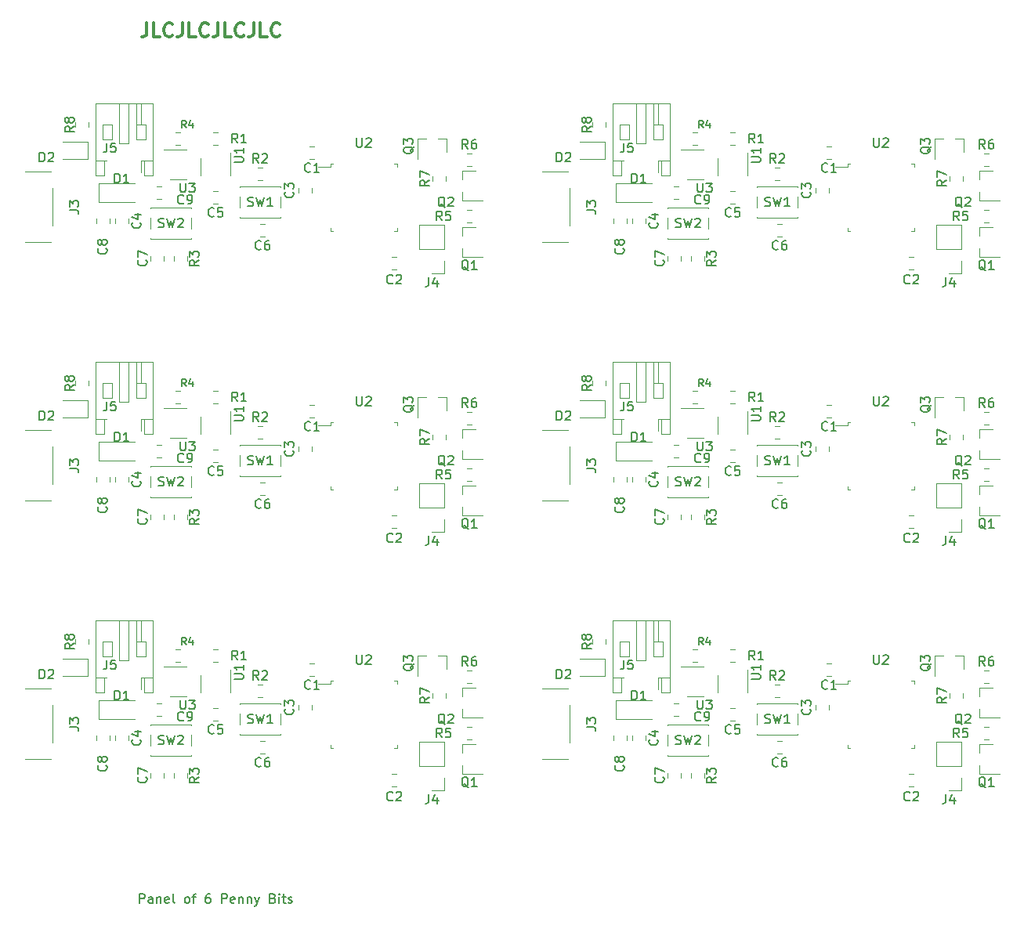
<source format=gbr>
G04 #@! TF.GenerationSoftware,KiCad,Pcbnew,(5.1.4)-1*
G04 #@! TF.CreationDate,2020-09-18T21:31:58+02:00*
G04 #@! TF.ProjectId,cheapFeather,63686561-7046-4656-9174-6865722e6b69,rev?*
G04 #@! TF.SameCoordinates,Original*
G04 #@! TF.FileFunction,Legend,Top*
G04 #@! TF.FilePolarity,Positive*
%FSLAX46Y46*%
G04 Gerber Fmt 4.6, Leading zero omitted, Abs format (unit mm)*
G04 Created by KiCad (PCBNEW (5.1.4)-1) date 2020-09-18 21:31:58*
%MOMM*%
%LPD*%
G04 APERTURE LIST*
%ADD10C,0.150000*%
%ADD11C,0.300000*%
%ADD12C,0.120000*%
G04 APERTURE END LIST*
D10*
X76089904Y-134945380D02*
X76089904Y-133945380D01*
X76470857Y-133945380D01*
X76566095Y-133993000D01*
X76613714Y-134040619D01*
X76661333Y-134135857D01*
X76661333Y-134278714D01*
X76613714Y-134373952D01*
X76566095Y-134421571D01*
X76470857Y-134469190D01*
X76089904Y-134469190D01*
X77518476Y-134945380D02*
X77518476Y-134421571D01*
X77470857Y-134326333D01*
X77375619Y-134278714D01*
X77185142Y-134278714D01*
X77089904Y-134326333D01*
X77518476Y-134897761D02*
X77423238Y-134945380D01*
X77185142Y-134945380D01*
X77089904Y-134897761D01*
X77042285Y-134802523D01*
X77042285Y-134707285D01*
X77089904Y-134612047D01*
X77185142Y-134564428D01*
X77423238Y-134564428D01*
X77518476Y-134516809D01*
X77994666Y-134278714D02*
X77994666Y-134945380D01*
X77994666Y-134373952D02*
X78042285Y-134326333D01*
X78137523Y-134278714D01*
X78280380Y-134278714D01*
X78375619Y-134326333D01*
X78423238Y-134421571D01*
X78423238Y-134945380D01*
X79280380Y-134897761D02*
X79185142Y-134945380D01*
X78994666Y-134945380D01*
X78899428Y-134897761D01*
X78851809Y-134802523D01*
X78851809Y-134421571D01*
X78899428Y-134326333D01*
X78994666Y-134278714D01*
X79185142Y-134278714D01*
X79280380Y-134326333D01*
X79328000Y-134421571D01*
X79328000Y-134516809D01*
X78851809Y-134612047D01*
X79899428Y-134945380D02*
X79804190Y-134897761D01*
X79756571Y-134802523D01*
X79756571Y-133945380D01*
X81185142Y-134945380D02*
X81089904Y-134897761D01*
X81042285Y-134850142D01*
X80994666Y-134754904D01*
X80994666Y-134469190D01*
X81042285Y-134373952D01*
X81089904Y-134326333D01*
X81185142Y-134278714D01*
X81328000Y-134278714D01*
X81423238Y-134326333D01*
X81470857Y-134373952D01*
X81518476Y-134469190D01*
X81518476Y-134754904D01*
X81470857Y-134850142D01*
X81423238Y-134897761D01*
X81328000Y-134945380D01*
X81185142Y-134945380D01*
X81804190Y-134278714D02*
X82185142Y-134278714D01*
X81947047Y-134945380D02*
X81947047Y-134088238D01*
X81994666Y-133993000D01*
X82089904Y-133945380D01*
X82185142Y-133945380D01*
X83708952Y-133945380D02*
X83518476Y-133945380D01*
X83423238Y-133993000D01*
X83375619Y-134040619D01*
X83280380Y-134183476D01*
X83232761Y-134373952D01*
X83232761Y-134754904D01*
X83280380Y-134850142D01*
X83328000Y-134897761D01*
X83423238Y-134945380D01*
X83613714Y-134945380D01*
X83708952Y-134897761D01*
X83756571Y-134850142D01*
X83804190Y-134754904D01*
X83804190Y-134516809D01*
X83756571Y-134421571D01*
X83708952Y-134373952D01*
X83613714Y-134326333D01*
X83423238Y-134326333D01*
X83328000Y-134373952D01*
X83280380Y-134421571D01*
X83232761Y-134516809D01*
X84994666Y-134945380D02*
X84994666Y-133945380D01*
X85375619Y-133945380D01*
X85470857Y-133993000D01*
X85518476Y-134040619D01*
X85566095Y-134135857D01*
X85566095Y-134278714D01*
X85518476Y-134373952D01*
X85470857Y-134421571D01*
X85375619Y-134469190D01*
X84994666Y-134469190D01*
X86375619Y-134897761D02*
X86280380Y-134945380D01*
X86089904Y-134945380D01*
X85994666Y-134897761D01*
X85947047Y-134802523D01*
X85947047Y-134421571D01*
X85994666Y-134326333D01*
X86089904Y-134278714D01*
X86280380Y-134278714D01*
X86375619Y-134326333D01*
X86423238Y-134421571D01*
X86423238Y-134516809D01*
X85947047Y-134612047D01*
X86851809Y-134278714D02*
X86851809Y-134945380D01*
X86851809Y-134373952D02*
X86899428Y-134326333D01*
X86994666Y-134278714D01*
X87137523Y-134278714D01*
X87232761Y-134326333D01*
X87280380Y-134421571D01*
X87280380Y-134945380D01*
X87756571Y-134278714D02*
X87756571Y-134945380D01*
X87756571Y-134373952D02*
X87804190Y-134326333D01*
X87899428Y-134278714D01*
X88042285Y-134278714D01*
X88137523Y-134326333D01*
X88185142Y-134421571D01*
X88185142Y-134945380D01*
X88566095Y-134278714D02*
X88804190Y-134945380D01*
X89042285Y-134278714D02*
X88804190Y-134945380D01*
X88708952Y-135183476D01*
X88661333Y-135231095D01*
X88566095Y-135278714D01*
X90518476Y-134421571D02*
X90661333Y-134469190D01*
X90708952Y-134516809D01*
X90756571Y-134612047D01*
X90756571Y-134754904D01*
X90708952Y-134850142D01*
X90661333Y-134897761D01*
X90566095Y-134945380D01*
X90185142Y-134945380D01*
X90185142Y-133945380D01*
X90518476Y-133945380D01*
X90613714Y-133993000D01*
X90661333Y-134040619D01*
X90708952Y-134135857D01*
X90708952Y-134231095D01*
X90661333Y-134326333D01*
X90613714Y-134373952D01*
X90518476Y-134421571D01*
X90185142Y-134421571D01*
X91185142Y-134945380D02*
X91185142Y-134278714D01*
X91185142Y-133945380D02*
X91137523Y-133993000D01*
X91185142Y-134040619D01*
X91232761Y-133993000D01*
X91185142Y-133945380D01*
X91185142Y-134040619D01*
X91518476Y-134278714D02*
X91899428Y-134278714D01*
X91661333Y-133945380D02*
X91661333Y-134802523D01*
X91708952Y-134897761D01*
X91804190Y-134945380D01*
X91899428Y-134945380D01*
X92185142Y-134897761D02*
X92280380Y-134945380D01*
X92470857Y-134945380D01*
X92566095Y-134897761D01*
X92613714Y-134802523D01*
X92613714Y-134754904D01*
X92566095Y-134659666D01*
X92470857Y-134612047D01*
X92328000Y-134612047D01*
X92232761Y-134564428D01*
X92185142Y-134469190D01*
X92185142Y-134421571D01*
X92232761Y-134326333D01*
X92328000Y-134278714D01*
X92470857Y-134278714D01*
X92566095Y-134326333D01*
D11*
X76891428Y-39818571D02*
X76891428Y-40890000D01*
X76820000Y-41104285D01*
X76677142Y-41247142D01*
X76462857Y-41318571D01*
X76320000Y-41318571D01*
X78320000Y-41318571D02*
X77605714Y-41318571D01*
X77605714Y-39818571D01*
X79677142Y-41175714D02*
X79605714Y-41247142D01*
X79391428Y-41318571D01*
X79248571Y-41318571D01*
X79034285Y-41247142D01*
X78891428Y-41104285D01*
X78820000Y-40961428D01*
X78748571Y-40675714D01*
X78748571Y-40461428D01*
X78820000Y-40175714D01*
X78891428Y-40032857D01*
X79034285Y-39890000D01*
X79248571Y-39818571D01*
X79391428Y-39818571D01*
X79605714Y-39890000D01*
X79677142Y-39961428D01*
X80748571Y-39818571D02*
X80748571Y-40890000D01*
X80677142Y-41104285D01*
X80534285Y-41247142D01*
X80320000Y-41318571D01*
X80177142Y-41318571D01*
X82177142Y-41318571D02*
X81462857Y-41318571D01*
X81462857Y-39818571D01*
X83534285Y-41175714D02*
X83462857Y-41247142D01*
X83248571Y-41318571D01*
X83105714Y-41318571D01*
X82891428Y-41247142D01*
X82748571Y-41104285D01*
X82677142Y-40961428D01*
X82605714Y-40675714D01*
X82605714Y-40461428D01*
X82677142Y-40175714D01*
X82748571Y-40032857D01*
X82891428Y-39890000D01*
X83105714Y-39818571D01*
X83248571Y-39818571D01*
X83462857Y-39890000D01*
X83534285Y-39961428D01*
X84605714Y-39818571D02*
X84605714Y-40890000D01*
X84534285Y-41104285D01*
X84391428Y-41247142D01*
X84177142Y-41318571D01*
X84034285Y-41318571D01*
X86034285Y-41318571D02*
X85320000Y-41318571D01*
X85320000Y-39818571D01*
X87391428Y-41175714D02*
X87320000Y-41247142D01*
X87105714Y-41318571D01*
X86962857Y-41318571D01*
X86748571Y-41247142D01*
X86605714Y-41104285D01*
X86534285Y-40961428D01*
X86462857Y-40675714D01*
X86462857Y-40461428D01*
X86534285Y-40175714D01*
X86605714Y-40032857D01*
X86748571Y-39890000D01*
X86962857Y-39818571D01*
X87105714Y-39818571D01*
X87320000Y-39890000D01*
X87391428Y-39961428D01*
X88462857Y-39818571D02*
X88462857Y-40890000D01*
X88391428Y-41104285D01*
X88248571Y-41247142D01*
X88034285Y-41318571D01*
X87891428Y-41318571D01*
X89891428Y-41318571D02*
X89177142Y-41318571D01*
X89177142Y-39818571D01*
X91248571Y-41175714D02*
X91177142Y-41247142D01*
X90962857Y-41318571D01*
X90820000Y-41318571D01*
X90605714Y-41247142D01*
X90462857Y-41104285D01*
X90391428Y-40961428D01*
X90320000Y-40675714D01*
X90320000Y-40461428D01*
X90391428Y-40175714D01*
X90462857Y-40032857D01*
X90605714Y-39890000D01*
X90820000Y-39818571D01*
X90962857Y-39818571D01*
X91177142Y-39890000D01*
X91248571Y-39961428D01*
D12*
X122606000Y-57690000D02*
X122606000Y-61690000D01*
X119606000Y-55890000D02*
X122406000Y-55890000D01*
X122406000Y-63490000D02*
X119606000Y-63490000D01*
X159253422Y-66496000D02*
X159770578Y-66496000D01*
X159253422Y-65076000D02*
X159770578Y-65076000D01*
X136402578Y-51614000D02*
X135885422Y-51614000D01*
X136402578Y-53034000D02*
X135885422Y-53034000D01*
X165156000Y-52326000D02*
X165156000Y-53786000D01*
X161996000Y-52326000D02*
X161996000Y-54486000D01*
X161996000Y-52326000D02*
X162926000Y-52326000D01*
X165156000Y-52326000D02*
X164226000Y-52326000D01*
X137044000Y-53508000D02*
X134594000Y-53508000D01*
X135244000Y-56728000D02*
X137044000Y-56728000D01*
X145546578Y-61520000D02*
X145029422Y-61520000D01*
X145546578Y-62940000D02*
X145029422Y-62940000D01*
X150880578Y-53138000D02*
X150363422Y-53138000D01*
X150880578Y-54558000D02*
X150363422Y-54558000D01*
X132178000Y-54724000D02*
X132178000Y-55939000D01*
X132118000Y-50764000D02*
X132118000Y-48504000D01*
X131618000Y-50764000D02*
X131618000Y-48504000D01*
X129018000Y-52364000D02*
X128018000Y-52364000D01*
X129018000Y-50764000D02*
X129018000Y-52364000D01*
X128018000Y-50764000D02*
X129018000Y-50764000D01*
X128018000Y-52364000D02*
X128018000Y-50764000D01*
X131618000Y-52364000D02*
X132618000Y-52364000D01*
X131618000Y-50764000D02*
X131618000Y-52364000D01*
X132618000Y-50764000D02*
X131618000Y-50764000D01*
X132618000Y-52364000D02*
X132618000Y-50764000D01*
X127258000Y-54724000D02*
X128178000Y-54724000D01*
X133378000Y-54724000D02*
X132458000Y-54724000D01*
X129818000Y-52864000D02*
X129818000Y-48504000D01*
X130818000Y-52864000D02*
X129818000Y-52864000D01*
X130818000Y-48504000D02*
X130818000Y-52864000D01*
X128178000Y-54724000D02*
X128458000Y-54724000D01*
X128178000Y-56324000D02*
X128178000Y-54724000D01*
X127258000Y-56324000D02*
X128178000Y-56324000D01*
X127258000Y-48504000D02*
X127258000Y-56324000D01*
X133378000Y-48504000D02*
X127258000Y-48504000D01*
X133378000Y-56324000D02*
X133378000Y-48504000D01*
X132458000Y-56324000D02*
X133378000Y-56324000D01*
X132458000Y-54724000D02*
X132458000Y-56324000D01*
X132178000Y-54724000D02*
X132458000Y-54724000D01*
X137108000Y-65536578D02*
X137108000Y-65019422D01*
X135688000Y-65536578D02*
X135688000Y-65019422D01*
X140466578Y-57964000D02*
X139949422Y-57964000D01*
X140466578Y-59384000D02*
X139949422Y-59384000D01*
X133853422Y-58876000D02*
X134370578Y-58876000D01*
X133853422Y-57456000D02*
X134370578Y-57456000D01*
X150570000Y-58170578D02*
X150570000Y-57653422D01*
X149150000Y-58170578D02*
X149150000Y-57653422D01*
X166880000Y-55824000D02*
X168340000Y-55824000D01*
X166880000Y-58984000D02*
X169040000Y-58984000D01*
X166880000Y-58984000D02*
X166880000Y-58054000D01*
X166880000Y-55824000D02*
X166880000Y-56754000D01*
X141818000Y-56272000D02*
X141818000Y-53822000D01*
X138598000Y-54472000D02*
X138598000Y-56272000D01*
X127306000Y-60955422D02*
X127306000Y-61472578D01*
X128726000Y-60955422D02*
X128726000Y-61472578D01*
X133148000Y-65019422D02*
X133148000Y-65536578D01*
X134568000Y-65019422D02*
X134568000Y-65536578D01*
X142834000Y-60882000D02*
X147234000Y-60882000D01*
X147234000Y-60882000D02*
X147234000Y-60762000D01*
X147234000Y-59752000D02*
X147234000Y-58612000D01*
X147234000Y-57602000D02*
X147234000Y-57482000D01*
X147234000Y-57482000D02*
X142834000Y-57482000D01*
X142834000Y-57482000D02*
X142834000Y-57602000D01*
X142834000Y-58612000D02*
X142834000Y-59752000D01*
X142834000Y-60762000D02*
X142834000Y-60882000D01*
X144775422Y-56844000D02*
X145292578Y-56844000D01*
X144775422Y-55424000D02*
X145292578Y-55424000D01*
X137582000Y-59768000D02*
X133182000Y-59768000D01*
X133182000Y-59768000D02*
X133182000Y-59888000D01*
X133182000Y-60898000D02*
X133182000Y-62038000D01*
X133182000Y-63048000D02*
X133182000Y-63168000D01*
X133182000Y-63168000D02*
X137582000Y-63168000D01*
X137582000Y-63168000D02*
X137582000Y-63048000D01*
X137582000Y-62038000D02*
X137582000Y-60898000D01*
X137582000Y-59888000D02*
X137582000Y-59768000D01*
X129338000Y-60955422D02*
X129338000Y-61472578D01*
X130758000Y-60955422D02*
X130758000Y-61472578D01*
X140466578Y-51614000D02*
X139949422Y-51614000D01*
X140466578Y-53034000D02*
X139949422Y-53034000D01*
X164906000Y-66862000D02*
X163576000Y-66862000D01*
X164906000Y-65532000D02*
X164906000Y-66862000D01*
X164906000Y-64262000D02*
X162246000Y-64262000D01*
X162246000Y-64262000D02*
X162246000Y-61662000D01*
X164906000Y-64262000D02*
X164906000Y-61662000D01*
X164906000Y-61662000D02*
X162246000Y-61662000D01*
X167381422Y-61416000D02*
X167898578Y-61416000D01*
X167381422Y-59996000D02*
X167898578Y-59996000D01*
X167381422Y-55320000D02*
X167898578Y-55320000D01*
X167381422Y-53900000D02*
X167898578Y-53900000D01*
X166880000Y-61920000D02*
X168340000Y-61920000D01*
X166880000Y-65080000D02*
X169040000Y-65080000D01*
X166880000Y-65080000D02*
X166880000Y-64150000D01*
X166880000Y-61920000D02*
X166880000Y-62850000D01*
X152600000Y-55364000D02*
X151285000Y-55364000D01*
X152600000Y-55064000D02*
X152600000Y-55364000D01*
X152900000Y-55064000D02*
X152600000Y-55064000D01*
X159820000Y-55064000D02*
X159820000Y-55364000D01*
X159520000Y-55064000D02*
X159820000Y-55064000D01*
X152600000Y-62284000D02*
X152600000Y-61984000D01*
X152900000Y-62284000D02*
X152600000Y-62284000D01*
X159820000Y-62284000D02*
X159820000Y-61984000D01*
X159520000Y-62284000D02*
X159820000Y-62284000D01*
X126399000Y-52634000D02*
X123714000Y-52634000D01*
X126399000Y-54554000D02*
X126399000Y-52634000D01*
X123714000Y-54554000D02*
X126399000Y-54554000D01*
X163628000Y-56383422D02*
X163628000Y-56900578D01*
X165048000Y-56383422D02*
X165048000Y-56900578D01*
X125020000Y-50541422D02*
X125020000Y-51058578D01*
X126440000Y-50541422D02*
X126440000Y-51058578D01*
X127544000Y-57166000D02*
X131444000Y-57166000D01*
X127544000Y-59166000D02*
X131444000Y-59166000D01*
X127544000Y-57166000D02*
X127544000Y-59166000D01*
X66726000Y-57690000D02*
X66726000Y-61690000D01*
X63726000Y-55890000D02*
X66526000Y-55890000D01*
X66526000Y-63490000D02*
X63726000Y-63490000D01*
X103373422Y-66496000D02*
X103890578Y-66496000D01*
X103373422Y-65076000D02*
X103890578Y-65076000D01*
X80522578Y-51614000D02*
X80005422Y-51614000D01*
X80522578Y-53034000D02*
X80005422Y-53034000D01*
X109276000Y-52326000D02*
X109276000Y-53786000D01*
X106116000Y-52326000D02*
X106116000Y-54486000D01*
X106116000Y-52326000D02*
X107046000Y-52326000D01*
X109276000Y-52326000D02*
X108346000Y-52326000D01*
X81164000Y-53508000D02*
X78714000Y-53508000D01*
X79364000Y-56728000D02*
X81164000Y-56728000D01*
X89666578Y-61520000D02*
X89149422Y-61520000D01*
X89666578Y-62940000D02*
X89149422Y-62940000D01*
X95000578Y-53138000D02*
X94483422Y-53138000D01*
X95000578Y-54558000D02*
X94483422Y-54558000D01*
X76298000Y-54724000D02*
X76298000Y-55939000D01*
X76238000Y-50764000D02*
X76238000Y-48504000D01*
X75738000Y-50764000D02*
X75738000Y-48504000D01*
X73138000Y-52364000D02*
X72138000Y-52364000D01*
X73138000Y-50764000D02*
X73138000Y-52364000D01*
X72138000Y-50764000D02*
X73138000Y-50764000D01*
X72138000Y-52364000D02*
X72138000Y-50764000D01*
X75738000Y-52364000D02*
X76738000Y-52364000D01*
X75738000Y-50764000D02*
X75738000Y-52364000D01*
X76738000Y-50764000D02*
X75738000Y-50764000D01*
X76738000Y-52364000D02*
X76738000Y-50764000D01*
X71378000Y-54724000D02*
X72298000Y-54724000D01*
X77498000Y-54724000D02*
X76578000Y-54724000D01*
X73938000Y-52864000D02*
X73938000Y-48504000D01*
X74938000Y-52864000D02*
X73938000Y-52864000D01*
X74938000Y-48504000D02*
X74938000Y-52864000D01*
X72298000Y-54724000D02*
X72578000Y-54724000D01*
X72298000Y-56324000D02*
X72298000Y-54724000D01*
X71378000Y-56324000D02*
X72298000Y-56324000D01*
X71378000Y-48504000D02*
X71378000Y-56324000D01*
X77498000Y-48504000D02*
X71378000Y-48504000D01*
X77498000Y-56324000D02*
X77498000Y-48504000D01*
X76578000Y-56324000D02*
X77498000Y-56324000D01*
X76578000Y-54724000D02*
X76578000Y-56324000D01*
X76298000Y-54724000D02*
X76578000Y-54724000D01*
X81228000Y-65536578D02*
X81228000Y-65019422D01*
X79808000Y-65536578D02*
X79808000Y-65019422D01*
X84586578Y-57964000D02*
X84069422Y-57964000D01*
X84586578Y-59384000D02*
X84069422Y-59384000D01*
X77973422Y-58876000D02*
X78490578Y-58876000D01*
X77973422Y-57456000D02*
X78490578Y-57456000D01*
X94690000Y-58170578D02*
X94690000Y-57653422D01*
X93270000Y-58170578D02*
X93270000Y-57653422D01*
X111000000Y-55824000D02*
X112460000Y-55824000D01*
X111000000Y-58984000D02*
X113160000Y-58984000D01*
X111000000Y-58984000D02*
X111000000Y-58054000D01*
X111000000Y-55824000D02*
X111000000Y-56754000D01*
X85938000Y-56272000D02*
X85938000Y-53822000D01*
X82718000Y-54472000D02*
X82718000Y-56272000D01*
X71426000Y-60955422D02*
X71426000Y-61472578D01*
X72846000Y-60955422D02*
X72846000Y-61472578D01*
X77268000Y-65019422D02*
X77268000Y-65536578D01*
X78688000Y-65019422D02*
X78688000Y-65536578D01*
X86954000Y-60882000D02*
X91354000Y-60882000D01*
X91354000Y-60882000D02*
X91354000Y-60762000D01*
X91354000Y-59752000D02*
X91354000Y-58612000D01*
X91354000Y-57602000D02*
X91354000Y-57482000D01*
X91354000Y-57482000D02*
X86954000Y-57482000D01*
X86954000Y-57482000D02*
X86954000Y-57602000D01*
X86954000Y-58612000D02*
X86954000Y-59752000D01*
X86954000Y-60762000D02*
X86954000Y-60882000D01*
X88895422Y-56844000D02*
X89412578Y-56844000D01*
X88895422Y-55424000D02*
X89412578Y-55424000D01*
X81702000Y-59768000D02*
X77302000Y-59768000D01*
X77302000Y-59768000D02*
X77302000Y-59888000D01*
X77302000Y-60898000D02*
X77302000Y-62038000D01*
X77302000Y-63048000D02*
X77302000Y-63168000D01*
X77302000Y-63168000D02*
X81702000Y-63168000D01*
X81702000Y-63168000D02*
X81702000Y-63048000D01*
X81702000Y-62038000D02*
X81702000Y-60898000D01*
X81702000Y-59888000D02*
X81702000Y-59768000D01*
X73458000Y-60955422D02*
X73458000Y-61472578D01*
X74878000Y-60955422D02*
X74878000Y-61472578D01*
X84586578Y-51614000D02*
X84069422Y-51614000D01*
X84586578Y-53034000D02*
X84069422Y-53034000D01*
X109026000Y-66862000D02*
X107696000Y-66862000D01*
X109026000Y-65532000D02*
X109026000Y-66862000D01*
X109026000Y-64262000D02*
X106366000Y-64262000D01*
X106366000Y-64262000D02*
X106366000Y-61662000D01*
X109026000Y-64262000D02*
X109026000Y-61662000D01*
X109026000Y-61662000D02*
X106366000Y-61662000D01*
X111501422Y-61416000D02*
X112018578Y-61416000D01*
X111501422Y-59996000D02*
X112018578Y-59996000D01*
X111501422Y-55320000D02*
X112018578Y-55320000D01*
X111501422Y-53900000D02*
X112018578Y-53900000D01*
X111000000Y-61920000D02*
X112460000Y-61920000D01*
X111000000Y-65080000D02*
X113160000Y-65080000D01*
X111000000Y-65080000D02*
X111000000Y-64150000D01*
X111000000Y-61920000D02*
X111000000Y-62850000D01*
X96720000Y-55364000D02*
X95405000Y-55364000D01*
X96720000Y-55064000D02*
X96720000Y-55364000D01*
X97020000Y-55064000D02*
X96720000Y-55064000D01*
X103940000Y-55064000D02*
X103940000Y-55364000D01*
X103640000Y-55064000D02*
X103940000Y-55064000D01*
X96720000Y-62284000D02*
X96720000Y-61984000D01*
X97020000Y-62284000D02*
X96720000Y-62284000D01*
X103940000Y-62284000D02*
X103940000Y-61984000D01*
X103640000Y-62284000D02*
X103940000Y-62284000D01*
X70519000Y-52634000D02*
X67834000Y-52634000D01*
X70519000Y-54554000D02*
X70519000Y-52634000D01*
X67834000Y-54554000D02*
X70519000Y-54554000D01*
X107748000Y-56383422D02*
X107748000Y-56900578D01*
X109168000Y-56383422D02*
X109168000Y-56900578D01*
X69140000Y-50541422D02*
X69140000Y-51058578D01*
X70560000Y-50541422D02*
X70560000Y-51058578D01*
X71664000Y-57166000D02*
X75564000Y-57166000D01*
X71664000Y-59166000D02*
X75564000Y-59166000D01*
X71664000Y-57166000D02*
X71664000Y-59166000D01*
X66726000Y-85630000D02*
X66726000Y-89630000D01*
X63726000Y-83830000D02*
X66526000Y-83830000D01*
X66526000Y-91430000D02*
X63726000Y-91430000D01*
X103373422Y-94436000D02*
X103890578Y-94436000D01*
X103373422Y-93016000D02*
X103890578Y-93016000D01*
X80522578Y-79554000D02*
X80005422Y-79554000D01*
X80522578Y-80974000D02*
X80005422Y-80974000D01*
X109276000Y-80266000D02*
X109276000Y-81726000D01*
X106116000Y-80266000D02*
X106116000Y-82426000D01*
X106116000Y-80266000D02*
X107046000Y-80266000D01*
X109276000Y-80266000D02*
X108346000Y-80266000D01*
X81164000Y-81448000D02*
X78714000Y-81448000D01*
X79364000Y-84668000D02*
X81164000Y-84668000D01*
X89666578Y-89460000D02*
X89149422Y-89460000D01*
X89666578Y-90880000D02*
X89149422Y-90880000D01*
X95000578Y-81078000D02*
X94483422Y-81078000D01*
X95000578Y-82498000D02*
X94483422Y-82498000D01*
X76298000Y-82664000D02*
X76298000Y-83879000D01*
X76238000Y-78704000D02*
X76238000Y-76444000D01*
X75738000Y-78704000D02*
X75738000Y-76444000D01*
X73138000Y-80304000D02*
X72138000Y-80304000D01*
X73138000Y-78704000D02*
X73138000Y-80304000D01*
X72138000Y-78704000D02*
X73138000Y-78704000D01*
X72138000Y-80304000D02*
X72138000Y-78704000D01*
X75738000Y-80304000D02*
X76738000Y-80304000D01*
X75738000Y-78704000D02*
X75738000Y-80304000D01*
X76738000Y-78704000D02*
X75738000Y-78704000D01*
X76738000Y-80304000D02*
X76738000Y-78704000D01*
X71378000Y-82664000D02*
X72298000Y-82664000D01*
X77498000Y-82664000D02*
X76578000Y-82664000D01*
X73938000Y-80804000D02*
X73938000Y-76444000D01*
X74938000Y-80804000D02*
X73938000Y-80804000D01*
X74938000Y-76444000D02*
X74938000Y-80804000D01*
X72298000Y-82664000D02*
X72578000Y-82664000D01*
X72298000Y-84264000D02*
X72298000Y-82664000D01*
X71378000Y-84264000D02*
X72298000Y-84264000D01*
X71378000Y-76444000D02*
X71378000Y-84264000D01*
X77498000Y-76444000D02*
X71378000Y-76444000D01*
X77498000Y-84264000D02*
X77498000Y-76444000D01*
X76578000Y-84264000D02*
X77498000Y-84264000D01*
X76578000Y-82664000D02*
X76578000Y-84264000D01*
X76298000Y-82664000D02*
X76578000Y-82664000D01*
X81228000Y-93476578D02*
X81228000Y-92959422D01*
X79808000Y-93476578D02*
X79808000Y-92959422D01*
X84586578Y-85904000D02*
X84069422Y-85904000D01*
X84586578Y-87324000D02*
X84069422Y-87324000D01*
X77973422Y-86816000D02*
X78490578Y-86816000D01*
X77973422Y-85396000D02*
X78490578Y-85396000D01*
X94690000Y-86110578D02*
X94690000Y-85593422D01*
X93270000Y-86110578D02*
X93270000Y-85593422D01*
X111000000Y-83764000D02*
X112460000Y-83764000D01*
X111000000Y-86924000D02*
X113160000Y-86924000D01*
X111000000Y-86924000D02*
X111000000Y-85994000D01*
X111000000Y-83764000D02*
X111000000Y-84694000D01*
X85938000Y-84212000D02*
X85938000Y-81762000D01*
X82718000Y-82412000D02*
X82718000Y-84212000D01*
X71426000Y-88895422D02*
X71426000Y-89412578D01*
X72846000Y-88895422D02*
X72846000Y-89412578D01*
X77268000Y-92959422D02*
X77268000Y-93476578D01*
X78688000Y-92959422D02*
X78688000Y-93476578D01*
X86954000Y-88822000D02*
X91354000Y-88822000D01*
X91354000Y-88822000D02*
X91354000Y-88702000D01*
X91354000Y-87692000D02*
X91354000Y-86552000D01*
X91354000Y-85542000D02*
X91354000Y-85422000D01*
X91354000Y-85422000D02*
X86954000Y-85422000D01*
X86954000Y-85422000D02*
X86954000Y-85542000D01*
X86954000Y-86552000D02*
X86954000Y-87692000D01*
X86954000Y-88702000D02*
X86954000Y-88822000D01*
X88895422Y-84784000D02*
X89412578Y-84784000D01*
X88895422Y-83364000D02*
X89412578Y-83364000D01*
X81702000Y-87708000D02*
X77302000Y-87708000D01*
X77302000Y-87708000D02*
X77302000Y-87828000D01*
X77302000Y-88838000D02*
X77302000Y-89978000D01*
X77302000Y-90988000D02*
X77302000Y-91108000D01*
X77302000Y-91108000D02*
X81702000Y-91108000D01*
X81702000Y-91108000D02*
X81702000Y-90988000D01*
X81702000Y-89978000D02*
X81702000Y-88838000D01*
X81702000Y-87828000D02*
X81702000Y-87708000D01*
X73458000Y-88895422D02*
X73458000Y-89412578D01*
X74878000Y-88895422D02*
X74878000Y-89412578D01*
X84586578Y-79554000D02*
X84069422Y-79554000D01*
X84586578Y-80974000D02*
X84069422Y-80974000D01*
X109026000Y-94802000D02*
X107696000Y-94802000D01*
X109026000Y-93472000D02*
X109026000Y-94802000D01*
X109026000Y-92202000D02*
X106366000Y-92202000D01*
X106366000Y-92202000D02*
X106366000Y-89602000D01*
X109026000Y-92202000D02*
X109026000Y-89602000D01*
X109026000Y-89602000D02*
X106366000Y-89602000D01*
X111501422Y-89356000D02*
X112018578Y-89356000D01*
X111501422Y-87936000D02*
X112018578Y-87936000D01*
X111501422Y-83260000D02*
X112018578Y-83260000D01*
X111501422Y-81840000D02*
X112018578Y-81840000D01*
X111000000Y-89860000D02*
X112460000Y-89860000D01*
X111000000Y-93020000D02*
X113160000Y-93020000D01*
X111000000Y-93020000D02*
X111000000Y-92090000D01*
X111000000Y-89860000D02*
X111000000Y-90790000D01*
X96720000Y-83304000D02*
X95405000Y-83304000D01*
X96720000Y-83004000D02*
X96720000Y-83304000D01*
X97020000Y-83004000D02*
X96720000Y-83004000D01*
X103940000Y-83004000D02*
X103940000Y-83304000D01*
X103640000Y-83004000D02*
X103940000Y-83004000D01*
X96720000Y-90224000D02*
X96720000Y-89924000D01*
X97020000Y-90224000D02*
X96720000Y-90224000D01*
X103940000Y-90224000D02*
X103940000Y-89924000D01*
X103640000Y-90224000D02*
X103940000Y-90224000D01*
X70519000Y-80574000D02*
X67834000Y-80574000D01*
X70519000Y-82494000D02*
X70519000Y-80574000D01*
X67834000Y-82494000D02*
X70519000Y-82494000D01*
X107748000Y-84323422D02*
X107748000Y-84840578D01*
X109168000Y-84323422D02*
X109168000Y-84840578D01*
X69140000Y-78481422D02*
X69140000Y-78998578D01*
X70560000Y-78481422D02*
X70560000Y-78998578D01*
X71664000Y-85106000D02*
X75564000Y-85106000D01*
X71664000Y-87106000D02*
X75564000Y-87106000D01*
X71664000Y-85106000D02*
X71664000Y-87106000D01*
X122606000Y-85630000D02*
X122606000Y-89630000D01*
X119606000Y-83830000D02*
X122406000Y-83830000D01*
X122406000Y-91430000D02*
X119606000Y-91430000D01*
X159253422Y-94436000D02*
X159770578Y-94436000D01*
X159253422Y-93016000D02*
X159770578Y-93016000D01*
X136402578Y-79554000D02*
X135885422Y-79554000D01*
X136402578Y-80974000D02*
X135885422Y-80974000D01*
X165156000Y-80266000D02*
X165156000Y-81726000D01*
X161996000Y-80266000D02*
X161996000Y-82426000D01*
X161996000Y-80266000D02*
X162926000Y-80266000D01*
X165156000Y-80266000D02*
X164226000Y-80266000D01*
X137044000Y-81448000D02*
X134594000Y-81448000D01*
X135244000Y-84668000D02*
X137044000Y-84668000D01*
X145546578Y-89460000D02*
X145029422Y-89460000D01*
X145546578Y-90880000D02*
X145029422Y-90880000D01*
X150880578Y-81078000D02*
X150363422Y-81078000D01*
X150880578Y-82498000D02*
X150363422Y-82498000D01*
X132178000Y-82664000D02*
X132178000Y-83879000D01*
X132118000Y-78704000D02*
X132118000Y-76444000D01*
X131618000Y-78704000D02*
X131618000Y-76444000D01*
X129018000Y-80304000D02*
X128018000Y-80304000D01*
X129018000Y-78704000D02*
X129018000Y-80304000D01*
X128018000Y-78704000D02*
X129018000Y-78704000D01*
X128018000Y-80304000D02*
X128018000Y-78704000D01*
X131618000Y-80304000D02*
X132618000Y-80304000D01*
X131618000Y-78704000D02*
X131618000Y-80304000D01*
X132618000Y-78704000D02*
X131618000Y-78704000D01*
X132618000Y-80304000D02*
X132618000Y-78704000D01*
X127258000Y-82664000D02*
X128178000Y-82664000D01*
X133378000Y-82664000D02*
X132458000Y-82664000D01*
X129818000Y-80804000D02*
X129818000Y-76444000D01*
X130818000Y-80804000D02*
X129818000Y-80804000D01*
X130818000Y-76444000D02*
X130818000Y-80804000D01*
X128178000Y-82664000D02*
X128458000Y-82664000D01*
X128178000Y-84264000D02*
X128178000Y-82664000D01*
X127258000Y-84264000D02*
X128178000Y-84264000D01*
X127258000Y-76444000D02*
X127258000Y-84264000D01*
X133378000Y-76444000D02*
X127258000Y-76444000D01*
X133378000Y-84264000D02*
X133378000Y-76444000D01*
X132458000Y-84264000D02*
X133378000Y-84264000D01*
X132458000Y-82664000D02*
X132458000Y-84264000D01*
X132178000Y-82664000D02*
X132458000Y-82664000D01*
X137108000Y-93476578D02*
X137108000Y-92959422D01*
X135688000Y-93476578D02*
X135688000Y-92959422D01*
X140466578Y-85904000D02*
X139949422Y-85904000D01*
X140466578Y-87324000D02*
X139949422Y-87324000D01*
X133853422Y-86816000D02*
X134370578Y-86816000D01*
X133853422Y-85396000D02*
X134370578Y-85396000D01*
X150570000Y-86110578D02*
X150570000Y-85593422D01*
X149150000Y-86110578D02*
X149150000Y-85593422D01*
X166880000Y-83764000D02*
X168340000Y-83764000D01*
X166880000Y-86924000D02*
X169040000Y-86924000D01*
X166880000Y-86924000D02*
X166880000Y-85994000D01*
X166880000Y-83764000D02*
X166880000Y-84694000D01*
X141818000Y-84212000D02*
X141818000Y-81762000D01*
X138598000Y-82412000D02*
X138598000Y-84212000D01*
X127306000Y-88895422D02*
X127306000Y-89412578D01*
X128726000Y-88895422D02*
X128726000Y-89412578D01*
X133148000Y-92959422D02*
X133148000Y-93476578D01*
X134568000Y-92959422D02*
X134568000Y-93476578D01*
X142834000Y-88822000D02*
X147234000Y-88822000D01*
X147234000Y-88822000D02*
X147234000Y-88702000D01*
X147234000Y-87692000D02*
X147234000Y-86552000D01*
X147234000Y-85542000D02*
X147234000Y-85422000D01*
X147234000Y-85422000D02*
X142834000Y-85422000D01*
X142834000Y-85422000D02*
X142834000Y-85542000D01*
X142834000Y-86552000D02*
X142834000Y-87692000D01*
X142834000Y-88702000D02*
X142834000Y-88822000D01*
X144775422Y-84784000D02*
X145292578Y-84784000D01*
X144775422Y-83364000D02*
X145292578Y-83364000D01*
X137582000Y-87708000D02*
X133182000Y-87708000D01*
X133182000Y-87708000D02*
X133182000Y-87828000D01*
X133182000Y-88838000D02*
X133182000Y-89978000D01*
X133182000Y-90988000D02*
X133182000Y-91108000D01*
X133182000Y-91108000D02*
X137582000Y-91108000D01*
X137582000Y-91108000D02*
X137582000Y-90988000D01*
X137582000Y-89978000D02*
X137582000Y-88838000D01*
X137582000Y-87828000D02*
X137582000Y-87708000D01*
X129338000Y-88895422D02*
X129338000Y-89412578D01*
X130758000Y-88895422D02*
X130758000Y-89412578D01*
X140466578Y-79554000D02*
X139949422Y-79554000D01*
X140466578Y-80974000D02*
X139949422Y-80974000D01*
X164906000Y-94802000D02*
X163576000Y-94802000D01*
X164906000Y-93472000D02*
X164906000Y-94802000D01*
X164906000Y-92202000D02*
X162246000Y-92202000D01*
X162246000Y-92202000D02*
X162246000Y-89602000D01*
X164906000Y-92202000D02*
X164906000Y-89602000D01*
X164906000Y-89602000D02*
X162246000Y-89602000D01*
X167381422Y-89356000D02*
X167898578Y-89356000D01*
X167381422Y-87936000D02*
X167898578Y-87936000D01*
X167381422Y-83260000D02*
X167898578Y-83260000D01*
X167381422Y-81840000D02*
X167898578Y-81840000D01*
X166880000Y-89860000D02*
X168340000Y-89860000D01*
X166880000Y-93020000D02*
X169040000Y-93020000D01*
X166880000Y-93020000D02*
X166880000Y-92090000D01*
X166880000Y-89860000D02*
X166880000Y-90790000D01*
X152600000Y-83304000D02*
X151285000Y-83304000D01*
X152600000Y-83004000D02*
X152600000Y-83304000D01*
X152900000Y-83004000D02*
X152600000Y-83004000D01*
X159820000Y-83004000D02*
X159820000Y-83304000D01*
X159520000Y-83004000D02*
X159820000Y-83004000D01*
X152600000Y-90224000D02*
X152600000Y-89924000D01*
X152900000Y-90224000D02*
X152600000Y-90224000D01*
X159820000Y-90224000D02*
X159820000Y-89924000D01*
X159520000Y-90224000D02*
X159820000Y-90224000D01*
X126399000Y-80574000D02*
X123714000Y-80574000D01*
X126399000Y-82494000D02*
X126399000Y-80574000D01*
X123714000Y-82494000D02*
X126399000Y-82494000D01*
X163628000Y-84323422D02*
X163628000Y-84840578D01*
X165048000Y-84323422D02*
X165048000Y-84840578D01*
X125020000Y-78481422D02*
X125020000Y-78998578D01*
X126440000Y-78481422D02*
X126440000Y-78998578D01*
X127544000Y-85106000D02*
X131444000Y-85106000D01*
X127544000Y-87106000D02*
X131444000Y-87106000D01*
X127544000Y-85106000D02*
X127544000Y-87106000D01*
X122606000Y-113570000D02*
X122606000Y-117570000D01*
X119606000Y-111770000D02*
X122406000Y-111770000D01*
X122406000Y-119370000D02*
X119606000Y-119370000D01*
X159253422Y-122376000D02*
X159770578Y-122376000D01*
X159253422Y-120956000D02*
X159770578Y-120956000D01*
X136402578Y-107494000D02*
X135885422Y-107494000D01*
X136402578Y-108914000D02*
X135885422Y-108914000D01*
X165156000Y-108206000D02*
X165156000Y-109666000D01*
X161996000Y-108206000D02*
X161996000Y-110366000D01*
X161996000Y-108206000D02*
X162926000Y-108206000D01*
X165156000Y-108206000D02*
X164226000Y-108206000D01*
X137044000Y-109388000D02*
X134594000Y-109388000D01*
X135244000Y-112608000D02*
X137044000Y-112608000D01*
X145546578Y-117400000D02*
X145029422Y-117400000D01*
X145546578Y-118820000D02*
X145029422Y-118820000D01*
X150880578Y-109018000D02*
X150363422Y-109018000D01*
X150880578Y-110438000D02*
X150363422Y-110438000D01*
X132178000Y-110604000D02*
X132178000Y-111819000D01*
X132118000Y-106644000D02*
X132118000Y-104384000D01*
X131618000Y-106644000D02*
X131618000Y-104384000D01*
X129018000Y-108244000D02*
X128018000Y-108244000D01*
X129018000Y-106644000D02*
X129018000Y-108244000D01*
X128018000Y-106644000D02*
X129018000Y-106644000D01*
X128018000Y-108244000D02*
X128018000Y-106644000D01*
X131618000Y-108244000D02*
X132618000Y-108244000D01*
X131618000Y-106644000D02*
X131618000Y-108244000D01*
X132618000Y-106644000D02*
X131618000Y-106644000D01*
X132618000Y-108244000D02*
X132618000Y-106644000D01*
X127258000Y-110604000D02*
X128178000Y-110604000D01*
X133378000Y-110604000D02*
X132458000Y-110604000D01*
X129818000Y-108744000D02*
X129818000Y-104384000D01*
X130818000Y-108744000D02*
X129818000Y-108744000D01*
X130818000Y-104384000D02*
X130818000Y-108744000D01*
X128178000Y-110604000D02*
X128458000Y-110604000D01*
X128178000Y-112204000D02*
X128178000Y-110604000D01*
X127258000Y-112204000D02*
X128178000Y-112204000D01*
X127258000Y-104384000D02*
X127258000Y-112204000D01*
X133378000Y-104384000D02*
X127258000Y-104384000D01*
X133378000Y-112204000D02*
X133378000Y-104384000D01*
X132458000Y-112204000D02*
X133378000Y-112204000D01*
X132458000Y-110604000D02*
X132458000Y-112204000D01*
X132178000Y-110604000D02*
X132458000Y-110604000D01*
X137108000Y-121416578D02*
X137108000Y-120899422D01*
X135688000Y-121416578D02*
X135688000Y-120899422D01*
X140466578Y-113844000D02*
X139949422Y-113844000D01*
X140466578Y-115264000D02*
X139949422Y-115264000D01*
X133853422Y-114756000D02*
X134370578Y-114756000D01*
X133853422Y-113336000D02*
X134370578Y-113336000D01*
X150570000Y-114050578D02*
X150570000Y-113533422D01*
X149150000Y-114050578D02*
X149150000Y-113533422D01*
X166880000Y-111704000D02*
X168340000Y-111704000D01*
X166880000Y-114864000D02*
X169040000Y-114864000D01*
X166880000Y-114864000D02*
X166880000Y-113934000D01*
X166880000Y-111704000D02*
X166880000Y-112634000D01*
X141818000Y-112152000D02*
X141818000Y-109702000D01*
X138598000Y-110352000D02*
X138598000Y-112152000D01*
X127306000Y-116835422D02*
X127306000Y-117352578D01*
X128726000Y-116835422D02*
X128726000Y-117352578D01*
X133148000Y-120899422D02*
X133148000Y-121416578D01*
X134568000Y-120899422D02*
X134568000Y-121416578D01*
X142834000Y-116762000D02*
X147234000Y-116762000D01*
X147234000Y-116762000D02*
X147234000Y-116642000D01*
X147234000Y-115632000D02*
X147234000Y-114492000D01*
X147234000Y-113482000D02*
X147234000Y-113362000D01*
X147234000Y-113362000D02*
X142834000Y-113362000D01*
X142834000Y-113362000D02*
X142834000Y-113482000D01*
X142834000Y-114492000D02*
X142834000Y-115632000D01*
X142834000Y-116642000D02*
X142834000Y-116762000D01*
X144775422Y-112724000D02*
X145292578Y-112724000D01*
X144775422Y-111304000D02*
X145292578Y-111304000D01*
X137582000Y-115648000D02*
X133182000Y-115648000D01*
X133182000Y-115648000D02*
X133182000Y-115768000D01*
X133182000Y-116778000D02*
X133182000Y-117918000D01*
X133182000Y-118928000D02*
X133182000Y-119048000D01*
X133182000Y-119048000D02*
X137582000Y-119048000D01*
X137582000Y-119048000D02*
X137582000Y-118928000D01*
X137582000Y-117918000D02*
X137582000Y-116778000D01*
X137582000Y-115768000D02*
X137582000Y-115648000D01*
X129338000Y-116835422D02*
X129338000Y-117352578D01*
X130758000Y-116835422D02*
X130758000Y-117352578D01*
X140466578Y-107494000D02*
X139949422Y-107494000D01*
X140466578Y-108914000D02*
X139949422Y-108914000D01*
X164906000Y-122742000D02*
X163576000Y-122742000D01*
X164906000Y-121412000D02*
X164906000Y-122742000D01*
X164906000Y-120142000D02*
X162246000Y-120142000D01*
X162246000Y-120142000D02*
X162246000Y-117542000D01*
X164906000Y-120142000D02*
X164906000Y-117542000D01*
X164906000Y-117542000D02*
X162246000Y-117542000D01*
X167381422Y-117296000D02*
X167898578Y-117296000D01*
X167381422Y-115876000D02*
X167898578Y-115876000D01*
X167381422Y-111200000D02*
X167898578Y-111200000D01*
X167381422Y-109780000D02*
X167898578Y-109780000D01*
X166880000Y-117800000D02*
X168340000Y-117800000D01*
X166880000Y-120960000D02*
X169040000Y-120960000D01*
X166880000Y-120960000D02*
X166880000Y-120030000D01*
X166880000Y-117800000D02*
X166880000Y-118730000D01*
X152600000Y-111244000D02*
X151285000Y-111244000D01*
X152600000Y-110944000D02*
X152600000Y-111244000D01*
X152900000Y-110944000D02*
X152600000Y-110944000D01*
X159820000Y-110944000D02*
X159820000Y-111244000D01*
X159520000Y-110944000D02*
X159820000Y-110944000D01*
X152600000Y-118164000D02*
X152600000Y-117864000D01*
X152900000Y-118164000D02*
X152600000Y-118164000D01*
X159820000Y-118164000D02*
X159820000Y-117864000D01*
X159520000Y-118164000D02*
X159820000Y-118164000D01*
X126399000Y-108514000D02*
X123714000Y-108514000D01*
X126399000Y-110434000D02*
X126399000Y-108514000D01*
X123714000Y-110434000D02*
X126399000Y-110434000D01*
X163628000Y-112263422D02*
X163628000Y-112780578D01*
X165048000Y-112263422D02*
X165048000Y-112780578D01*
X125020000Y-106421422D02*
X125020000Y-106938578D01*
X126440000Y-106421422D02*
X126440000Y-106938578D01*
X127544000Y-113046000D02*
X131444000Y-113046000D01*
X127544000Y-115046000D02*
X131444000Y-115046000D01*
X127544000Y-113046000D02*
X127544000Y-115046000D01*
X66526000Y-119370000D02*
X63726000Y-119370000D01*
X63726000Y-111770000D02*
X66526000Y-111770000D01*
X66726000Y-113570000D02*
X66726000Y-117570000D01*
X103373422Y-120956000D02*
X103890578Y-120956000D01*
X103373422Y-122376000D02*
X103890578Y-122376000D01*
X77973422Y-113336000D02*
X78490578Y-113336000D01*
X77973422Y-114756000D02*
X78490578Y-114756000D01*
X74878000Y-116835422D02*
X74878000Y-117352578D01*
X73458000Y-116835422D02*
X73458000Y-117352578D01*
X80522578Y-108914000D02*
X80005422Y-108914000D01*
X80522578Y-107494000D02*
X80005422Y-107494000D01*
X84586578Y-108914000D02*
X84069422Y-108914000D01*
X84586578Y-107494000D02*
X84069422Y-107494000D01*
X93270000Y-114050578D02*
X93270000Y-113533422D01*
X94690000Y-114050578D02*
X94690000Y-113533422D01*
X89666578Y-118820000D02*
X89149422Y-118820000D01*
X89666578Y-117400000D02*
X89149422Y-117400000D01*
X78688000Y-120899422D02*
X78688000Y-121416578D01*
X77268000Y-120899422D02*
X77268000Y-121416578D01*
X81702000Y-115768000D02*
X81702000Y-115648000D01*
X81702000Y-117918000D02*
X81702000Y-116778000D01*
X81702000Y-119048000D02*
X81702000Y-118928000D01*
X77302000Y-119048000D02*
X81702000Y-119048000D01*
X77302000Y-118928000D02*
X77302000Y-119048000D01*
X77302000Y-116778000D02*
X77302000Y-117918000D01*
X77302000Y-115648000D02*
X77302000Y-115768000D01*
X81702000Y-115648000D02*
X77302000Y-115648000D01*
X72846000Y-116835422D02*
X72846000Y-117352578D01*
X71426000Y-116835422D02*
X71426000Y-117352578D01*
X95000578Y-110438000D02*
X94483422Y-110438000D01*
X95000578Y-109018000D02*
X94483422Y-109018000D01*
X79808000Y-121416578D02*
X79808000Y-120899422D01*
X81228000Y-121416578D02*
X81228000Y-120899422D01*
X84586578Y-115264000D02*
X84069422Y-115264000D01*
X84586578Y-113844000D02*
X84069422Y-113844000D01*
X82718000Y-110352000D02*
X82718000Y-112152000D01*
X85938000Y-112152000D02*
X85938000Y-109702000D01*
X88895422Y-111304000D02*
X89412578Y-111304000D01*
X88895422Y-112724000D02*
X89412578Y-112724000D01*
X86954000Y-116642000D02*
X86954000Y-116762000D01*
X86954000Y-114492000D02*
X86954000Y-115632000D01*
X86954000Y-113362000D02*
X86954000Y-113482000D01*
X91354000Y-113362000D02*
X86954000Y-113362000D01*
X91354000Y-113482000D02*
X91354000Y-113362000D01*
X91354000Y-115632000D02*
X91354000Y-114492000D01*
X91354000Y-116762000D02*
X91354000Y-116642000D01*
X86954000Y-116762000D02*
X91354000Y-116762000D01*
X79364000Y-112608000D02*
X81164000Y-112608000D01*
X81164000Y-109388000D02*
X78714000Y-109388000D01*
X111000000Y-111704000D02*
X111000000Y-112634000D01*
X111000000Y-114864000D02*
X111000000Y-113934000D01*
X111000000Y-114864000D02*
X113160000Y-114864000D01*
X111000000Y-111704000D02*
X112460000Y-111704000D01*
X76298000Y-110604000D02*
X76578000Y-110604000D01*
X76578000Y-110604000D02*
X76578000Y-112204000D01*
X76578000Y-112204000D02*
X77498000Y-112204000D01*
X77498000Y-112204000D02*
X77498000Y-104384000D01*
X77498000Y-104384000D02*
X71378000Y-104384000D01*
X71378000Y-104384000D02*
X71378000Y-112204000D01*
X71378000Y-112204000D02*
X72298000Y-112204000D01*
X72298000Y-112204000D02*
X72298000Y-110604000D01*
X72298000Y-110604000D02*
X72578000Y-110604000D01*
X74938000Y-104384000D02*
X74938000Y-108744000D01*
X74938000Y-108744000D02*
X73938000Y-108744000D01*
X73938000Y-108744000D02*
X73938000Y-104384000D01*
X77498000Y-110604000D02*
X76578000Y-110604000D01*
X71378000Y-110604000D02*
X72298000Y-110604000D01*
X76738000Y-108244000D02*
X76738000Y-106644000D01*
X76738000Y-106644000D02*
X75738000Y-106644000D01*
X75738000Y-106644000D02*
X75738000Y-108244000D01*
X75738000Y-108244000D02*
X76738000Y-108244000D01*
X72138000Y-108244000D02*
X72138000Y-106644000D01*
X72138000Y-106644000D02*
X73138000Y-106644000D01*
X73138000Y-106644000D02*
X73138000Y-108244000D01*
X73138000Y-108244000D02*
X72138000Y-108244000D01*
X75738000Y-106644000D02*
X75738000Y-104384000D01*
X76238000Y-106644000D02*
X76238000Y-104384000D01*
X76298000Y-110604000D02*
X76298000Y-111819000D01*
X109276000Y-108206000D02*
X108346000Y-108206000D01*
X106116000Y-108206000D02*
X107046000Y-108206000D01*
X106116000Y-108206000D02*
X106116000Y-110366000D01*
X109276000Y-108206000D02*
X109276000Y-109666000D01*
X109026000Y-117542000D02*
X106366000Y-117542000D01*
X109026000Y-120142000D02*
X109026000Y-117542000D01*
X106366000Y-120142000D02*
X106366000Y-117542000D01*
X109026000Y-120142000D02*
X106366000Y-120142000D01*
X109026000Y-121412000D02*
X109026000Y-122742000D01*
X109026000Y-122742000D02*
X107696000Y-122742000D01*
X111501422Y-115876000D02*
X112018578Y-115876000D01*
X111501422Y-117296000D02*
X112018578Y-117296000D01*
X111501422Y-109780000D02*
X112018578Y-109780000D01*
X111501422Y-111200000D02*
X112018578Y-111200000D01*
X111000000Y-117800000D02*
X111000000Y-118730000D01*
X111000000Y-120960000D02*
X111000000Y-120030000D01*
X111000000Y-120960000D02*
X113160000Y-120960000D01*
X111000000Y-117800000D02*
X112460000Y-117800000D01*
X67834000Y-110434000D02*
X70519000Y-110434000D01*
X70519000Y-110434000D02*
X70519000Y-108514000D01*
X70519000Y-108514000D02*
X67834000Y-108514000D01*
X109168000Y-112263422D02*
X109168000Y-112780578D01*
X107748000Y-112263422D02*
X107748000Y-112780578D01*
X70560000Y-106421422D02*
X70560000Y-106938578D01*
X69140000Y-106421422D02*
X69140000Y-106938578D01*
X103640000Y-118164000D02*
X103940000Y-118164000D01*
X103940000Y-118164000D02*
X103940000Y-117864000D01*
X97020000Y-118164000D02*
X96720000Y-118164000D01*
X96720000Y-118164000D02*
X96720000Y-117864000D01*
X103640000Y-110944000D02*
X103940000Y-110944000D01*
X103940000Y-110944000D02*
X103940000Y-111244000D01*
X97020000Y-110944000D02*
X96720000Y-110944000D01*
X96720000Y-110944000D02*
X96720000Y-111244000D01*
X96720000Y-111244000D02*
X95405000Y-111244000D01*
X71664000Y-113046000D02*
X71664000Y-115046000D01*
X71664000Y-115046000D02*
X75564000Y-115046000D01*
X71664000Y-113046000D02*
X75564000Y-113046000D01*
D10*
X124408380Y-60023333D02*
X125122666Y-60023333D01*
X125265523Y-60070952D01*
X125360761Y-60166190D01*
X125408380Y-60309047D01*
X125408380Y-60404285D01*
X124408380Y-59642380D02*
X124408380Y-59023333D01*
X124789333Y-59356666D01*
X124789333Y-59213809D01*
X124836952Y-59118571D01*
X124884571Y-59070952D01*
X124979809Y-59023333D01*
X125217904Y-59023333D01*
X125313142Y-59070952D01*
X125360761Y-59118571D01*
X125408380Y-59213809D01*
X125408380Y-59499523D01*
X125360761Y-59594761D01*
X125313142Y-59642380D01*
X159345333Y-67921142D02*
X159297714Y-67968761D01*
X159154857Y-68016380D01*
X159059619Y-68016380D01*
X158916761Y-67968761D01*
X158821523Y-67873523D01*
X158773904Y-67778285D01*
X158726285Y-67587809D01*
X158726285Y-67444952D01*
X158773904Y-67254476D01*
X158821523Y-67159238D01*
X158916761Y-67064000D01*
X159059619Y-67016380D01*
X159154857Y-67016380D01*
X159297714Y-67064000D01*
X159345333Y-67111619D01*
X159726285Y-67111619D02*
X159773904Y-67064000D01*
X159869142Y-67016380D01*
X160107238Y-67016380D01*
X160202476Y-67064000D01*
X160250095Y-67111619D01*
X160297714Y-67206857D01*
X160297714Y-67302095D01*
X160250095Y-67444952D01*
X159678666Y-68016380D01*
X160297714Y-68016380D01*
X137026666Y-51161904D02*
X136760000Y-50780952D01*
X136569523Y-51161904D02*
X136569523Y-50361904D01*
X136874285Y-50361904D01*
X136950476Y-50400000D01*
X136988571Y-50438095D01*
X137026666Y-50514285D01*
X137026666Y-50628571D01*
X136988571Y-50704761D01*
X136950476Y-50742857D01*
X136874285Y-50780952D01*
X136569523Y-50780952D01*
X137712380Y-50628571D02*
X137712380Y-51161904D01*
X137521904Y-50323809D02*
X137331428Y-50895238D01*
X137826666Y-50895238D01*
X161623619Y-53181238D02*
X161576000Y-53276476D01*
X161480761Y-53371714D01*
X161337904Y-53514571D01*
X161290285Y-53609809D01*
X161290285Y-53705047D01*
X161528380Y-53657428D02*
X161480761Y-53752666D01*
X161385523Y-53847904D01*
X161195047Y-53895523D01*
X160861714Y-53895523D01*
X160671238Y-53847904D01*
X160576000Y-53752666D01*
X160528380Y-53657428D01*
X160528380Y-53466952D01*
X160576000Y-53371714D01*
X160671238Y-53276476D01*
X160861714Y-53228857D01*
X161195047Y-53228857D01*
X161385523Y-53276476D01*
X161480761Y-53371714D01*
X161528380Y-53466952D01*
X161528380Y-53657428D01*
X160528380Y-52895523D02*
X160528380Y-52276476D01*
X160909333Y-52609809D01*
X160909333Y-52466952D01*
X160956952Y-52371714D01*
X161004571Y-52324095D01*
X161099809Y-52276476D01*
X161337904Y-52276476D01*
X161433142Y-52324095D01*
X161480761Y-52371714D01*
X161528380Y-52466952D01*
X161528380Y-52752666D01*
X161480761Y-52847904D01*
X161433142Y-52895523D01*
X136398095Y-57110380D02*
X136398095Y-57919904D01*
X136445714Y-58015142D01*
X136493333Y-58062761D01*
X136588571Y-58110380D01*
X136779047Y-58110380D01*
X136874285Y-58062761D01*
X136921904Y-58015142D01*
X136969523Y-57919904D01*
X136969523Y-57110380D01*
X137350476Y-57110380D02*
X137969523Y-57110380D01*
X137636190Y-57491333D01*
X137779047Y-57491333D01*
X137874285Y-57538952D01*
X137921904Y-57586571D01*
X137969523Y-57681809D01*
X137969523Y-57919904D01*
X137921904Y-58015142D01*
X137874285Y-58062761D01*
X137779047Y-58110380D01*
X137493333Y-58110380D01*
X137398095Y-58062761D01*
X137350476Y-58015142D01*
X145121333Y-64237142D02*
X145073714Y-64284761D01*
X144930857Y-64332380D01*
X144835619Y-64332380D01*
X144692761Y-64284761D01*
X144597523Y-64189523D01*
X144549904Y-64094285D01*
X144502285Y-63903809D01*
X144502285Y-63760952D01*
X144549904Y-63570476D01*
X144597523Y-63475238D01*
X144692761Y-63380000D01*
X144835619Y-63332380D01*
X144930857Y-63332380D01*
X145073714Y-63380000D01*
X145121333Y-63427619D01*
X145978476Y-63332380D02*
X145788000Y-63332380D01*
X145692761Y-63380000D01*
X145645142Y-63427619D01*
X145549904Y-63570476D01*
X145502285Y-63760952D01*
X145502285Y-64141904D01*
X145549904Y-64237142D01*
X145597523Y-64284761D01*
X145692761Y-64332380D01*
X145883238Y-64332380D01*
X145978476Y-64284761D01*
X146026095Y-64237142D01*
X146073714Y-64141904D01*
X146073714Y-63903809D01*
X146026095Y-63808571D01*
X145978476Y-63760952D01*
X145883238Y-63713333D01*
X145692761Y-63713333D01*
X145597523Y-63760952D01*
X145549904Y-63808571D01*
X145502285Y-63903809D01*
X150455333Y-55855142D02*
X150407714Y-55902761D01*
X150264857Y-55950380D01*
X150169619Y-55950380D01*
X150026761Y-55902761D01*
X149931523Y-55807523D01*
X149883904Y-55712285D01*
X149836285Y-55521809D01*
X149836285Y-55378952D01*
X149883904Y-55188476D01*
X149931523Y-55093238D01*
X150026761Y-54998000D01*
X150169619Y-54950380D01*
X150264857Y-54950380D01*
X150407714Y-54998000D01*
X150455333Y-55045619D01*
X151407714Y-55950380D02*
X150836285Y-55950380D01*
X151122000Y-55950380D02*
X151122000Y-54950380D01*
X151026761Y-55093238D01*
X150931523Y-55188476D01*
X150836285Y-55236095D01*
X128444666Y-52792380D02*
X128444666Y-53506666D01*
X128397047Y-53649523D01*
X128301809Y-53744761D01*
X128158952Y-53792380D01*
X128063714Y-53792380D01*
X129397047Y-52792380D02*
X128920857Y-52792380D01*
X128873238Y-53268571D01*
X128920857Y-53220952D01*
X129016095Y-53173333D01*
X129254190Y-53173333D01*
X129349428Y-53220952D01*
X129397047Y-53268571D01*
X129444666Y-53363809D01*
X129444666Y-53601904D01*
X129397047Y-53697142D01*
X129349428Y-53744761D01*
X129254190Y-53792380D01*
X129016095Y-53792380D01*
X128920857Y-53744761D01*
X128873238Y-53697142D01*
X138374380Y-65444666D02*
X137898190Y-65778000D01*
X138374380Y-66016095D02*
X137374380Y-66016095D01*
X137374380Y-65635142D01*
X137422000Y-65539904D01*
X137469619Y-65492285D01*
X137564857Y-65444666D01*
X137707714Y-65444666D01*
X137802952Y-65492285D01*
X137850571Y-65539904D01*
X137898190Y-65635142D01*
X137898190Y-66016095D01*
X137374380Y-65111333D02*
X137374380Y-64492285D01*
X137755333Y-64825619D01*
X137755333Y-64682761D01*
X137802952Y-64587523D01*
X137850571Y-64539904D01*
X137945809Y-64492285D01*
X138183904Y-64492285D01*
X138279142Y-64539904D01*
X138326761Y-64587523D01*
X138374380Y-64682761D01*
X138374380Y-64968476D01*
X138326761Y-65063714D01*
X138279142Y-65111333D01*
X140041333Y-60681142D02*
X139993714Y-60728761D01*
X139850857Y-60776380D01*
X139755619Y-60776380D01*
X139612761Y-60728761D01*
X139517523Y-60633523D01*
X139469904Y-60538285D01*
X139422285Y-60347809D01*
X139422285Y-60204952D01*
X139469904Y-60014476D01*
X139517523Y-59919238D01*
X139612761Y-59824000D01*
X139755619Y-59776380D01*
X139850857Y-59776380D01*
X139993714Y-59824000D01*
X140041333Y-59871619D01*
X140946095Y-59776380D02*
X140469904Y-59776380D01*
X140422285Y-60252571D01*
X140469904Y-60204952D01*
X140565142Y-60157333D01*
X140803238Y-60157333D01*
X140898476Y-60204952D01*
X140946095Y-60252571D01*
X140993714Y-60347809D01*
X140993714Y-60585904D01*
X140946095Y-60681142D01*
X140898476Y-60728761D01*
X140803238Y-60776380D01*
X140565142Y-60776380D01*
X140469904Y-60728761D01*
X140422285Y-60681142D01*
X136739333Y-59285142D02*
X136691714Y-59332761D01*
X136548857Y-59380380D01*
X136453619Y-59380380D01*
X136310761Y-59332761D01*
X136215523Y-59237523D01*
X136167904Y-59142285D01*
X136120285Y-58951809D01*
X136120285Y-58808952D01*
X136167904Y-58618476D01*
X136215523Y-58523238D01*
X136310761Y-58428000D01*
X136453619Y-58380380D01*
X136548857Y-58380380D01*
X136691714Y-58428000D01*
X136739333Y-58475619D01*
X137215523Y-59380380D02*
X137406000Y-59380380D01*
X137501238Y-59332761D01*
X137548857Y-59285142D01*
X137644095Y-59142285D01*
X137691714Y-58951809D01*
X137691714Y-58570857D01*
X137644095Y-58475619D01*
X137596476Y-58428000D01*
X137501238Y-58380380D01*
X137310761Y-58380380D01*
X137215523Y-58428000D01*
X137167904Y-58475619D01*
X137120285Y-58570857D01*
X137120285Y-58808952D01*
X137167904Y-58904190D01*
X137215523Y-58951809D01*
X137310761Y-58999428D01*
X137501238Y-58999428D01*
X137596476Y-58951809D01*
X137644095Y-58904190D01*
X137691714Y-58808952D01*
X148567142Y-58078666D02*
X148614761Y-58126285D01*
X148662380Y-58269142D01*
X148662380Y-58364380D01*
X148614761Y-58507238D01*
X148519523Y-58602476D01*
X148424285Y-58650095D01*
X148233809Y-58697714D01*
X148090952Y-58697714D01*
X147900476Y-58650095D01*
X147805238Y-58602476D01*
X147710000Y-58507238D01*
X147662380Y-58364380D01*
X147662380Y-58269142D01*
X147710000Y-58126285D01*
X147757619Y-58078666D01*
X147662380Y-57745333D02*
X147662380Y-57126285D01*
X148043333Y-57459619D01*
X148043333Y-57316761D01*
X148090952Y-57221523D01*
X148138571Y-57173904D01*
X148233809Y-57126285D01*
X148471904Y-57126285D01*
X148567142Y-57173904D01*
X148614761Y-57221523D01*
X148662380Y-57316761D01*
X148662380Y-57602476D01*
X148614761Y-57697714D01*
X148567142Y-57745333D01*
X165004761Y-59729619D02*
X164909523Y-59682000D01*
X164814285Y-59586761D01*
X164671428Y-59443904D01*
X164576190Y-59396285D01*
X164480952Y-59396285D01*
X164528571Y-59634380D02*
X164433333Y-59586761D01*
X164338095Y-59491523D01*
X164290476Y-59301047D01*
X164290476Y-58967714D01*
X164338095Y-58777238D01*
X164433333Y-58682000D01*
X164528571Y-58634380D01*
X164719047Y-58634380D01*
X164814285Y-58682000D01*
X164909523Y-58777238D01*
X164957142Y-58967714D01*
X164957142Y-59301047D01*
X164909523Y-59491523D01*
X164814285Y-59586761D01*
X164719047Y-59634380D01*
X164528571Y-59634380D01*
X165338095Y-58729619D02*
X165385714Y-58682000D01*
X165480952Y-58634380D01*
X165719047Y-58634380D01*
X165814285Y-58682000D01*
X165861904Y-58729619D01*
X165909523Y-58824857D01*
X165909523Y-58920095D01*
X165861904Y-59062952D01*
X165290476Y-59634380D01*
X165909523Y-59634380D01*
X142200380Y-54863904D02*
X143009904Y-54863904D01*
X143105142Y-54816285D01*
X143152761Y-54768666D01*
X143200380Y-54673428D01*
X143200380Y-54482952D01*
X143152761Y-54387714D01*
X143105142Y-54340095D01*
X143009904Y-54292476D01*
X142200380Y-54292476D01*
X143200380Y-53292476D02*
X143200380Y-53863904D01*
X143200380Y-53578190D02*
X142200380Y-53578190D01*
X142343238Y-53673428D01*
X142438476Y-53768666D01*
X142486095Y-53863904D01*
X128373142Y-64174666D02*
X128420761Y-64222285D01*
X128468380Y-64365142D01*
X128468380Y-64460380D01*
X128420761Y-64603238D01*
X128325523Y-64698476D01*
X128230285Y-64746095D01*
X128039809Y-64793714D01*
X127896952Y-64793714D01*
X127706476Y-64746095D01*
X127611238Y-64698476D01*
X127516000Y-64603238D01*
X127468380Y-64460380D01*
X127468380Y-64365142D01*
X127516000Y-64222285D01*
X127563619Y-64174666D01*
X127896952Y-63603238D02*
X127849333Y-63698476D01*
X127801714Y-63746095D01*
X127706476Y-63793714D01*
X127658857Y-63793714D01*
X127563619Y-63746095D01*
X127516000Y-63698476D01*
X127468380Y-63603238D01*
X127468380Y-63412761D01*
X127516000Y-63317523D01*
X127563619Y-63269904D01*
X127658857Y-63222285D01*
X127706476Y-63222285D01*
X127801714Y-63269904D01*
X127849333Y-63317523D01*
X127896952Y-63412761D01*
X127896952Y-63603238D01*
X127944571Y-63698476D01*
X127992190Y-63746095D01*
X128087428Y-63793714D01*
X128277904Y-63793714D01*
X128373142Y-63746095D01*
X128420761Y-63698476D01*
X128468380Y-63603238D01*
X128468380Y-63412761D01*
X128420761Y-63317523D01*
X128373142Y-63269904D01*
X128277904Y-63222285D01*
X128087428Y-63222285D01*
X127992190Y-63269904D01*
X127944571Y-63317523D01*
X127896952Y-63412761D01*
X132691142Y-65444666D02*
X132738761Y-65492285D01*
X132786380Y-65635142D01*
X132786380Y-65730380D01*
X132738761Y-65873238D01*
X132643523Y-65968476D01*
X132548285Y-66016095D01*
X132357809Y-66063714D01*
X132214952Y-66063714D01*
X132024476Y-66016095D01*
X131929238Y-65968476D01*
X131834000Y-65873238D01*
X131786380Y-65730380D01*
X131786380Y-65635142D01*
X131834000Y-65492285D01*
X131881619Y-65444666D01*
X131786380Y-65111333D02*
X131786380Y-64444666D01*
X132786380Y-64873238D01*
X143700666Y-59586761D02*
X143843523Y-59634380D01*
X144081619Y-59634380D01*
X144176857Y-59586761D01*
X144224476Y-59539142D01*
X144272095Y-59443904D01*
X144272095Y-59348666D01*
X144224476Y-59253428D01*
X144176857Y-59205809D01*
X144081619Y-59158190D01*
X143891142Y-59110571D01*
X143795904Y-59062952D01*
X143748285Y-59015333D01*
X143700666Y-58920095D01*
X143700666Y-58824857D01*
X143748285Y-58729619D01*
X143795904Y-58682000D01*
X143891142Y-58634380D01*
X144129238Y-58634380D01*
X144272095Y-58682000D01*
X144605428Y-58634380D02*
X144843523Y-59634380D01*
X145034000Y-58920095D01*
X145224476Y-59634380D01*
X145462571Y-58634380D01*
X146367333Y-59634380D02*
X145795904Y-59634380D01*
X146081619Y-59634380D02*
X146081619Y-58634380D01*
X145986380Y-58777238D01*
X145891142Y-58872476D01*
X145795904Y-58920095D01*
X144867333Y-54936380D02*
X144534000Y-54460190D01*
X144295904Y-54936380D02*
X144295904Y-53936380D01*
X144676857Y-53936380D01*
X144772095Y-53984000D01*
X144819714Y-54031619D01*
X144867333Y-54126857D01*
X144867333Y-54269714D01*
X144819714Y-54364952D01*
X144772095Y-54412571D01*
X144676857Y-54460190D01*
X144295904Y-54460190D01*
X145248285Y-54031619D02*
X145295904Y-53984000D01*
X145391142Y-53936380D01*
X145629238Y-53936380D01*
X145724476Y-53984000D01*
X145772095Y-54031619D01*
X145819714Y-54126857D01*
X145819714Y-54222095D01*
X145772095Y-54364952D01*
X145200666Y-54936380D01*
X145819714Y-54936380D01*
X134048666Y-61872761D02*
X134191523Y-61920380D01*
X134429619Y-61920380D01*
X134524857Y-61872761D01*
X134572476Y-61825142D01*
X134620095Y-61729904D01*
X134620095Y-61634666D01*
X134572476Y-61539428D01*
X134524857Y-61491809D01*
X134429619Y-61444190D01*
X134239142Y-61396571D01*
X134143904Y-61348952D01*
X134096285Y-61301333D01*
X134048666Y-61206095D01*
X134048666Y-61110857D01*
X134096285Y-61015619D01*
X134143904Y-60968000D01*
X134239142Y-60920380D01*
X134477238Y-60920380D01*
X134620095Y-60968000D01*
X134953428Y-60920380D02*
X135191523Y-61920380D01*
X135382000Y-61206095D01*
X135572476Y-61920380D01*
X135810571Y-60920380D01*
X136143904Y-61015619D02*
X136191523Y-60968000D01*
X136286761Y-60920380D01*
X136524857Y-60920380D01*
X136620095Y-60968000D01*
X136667714Y-61015619D01*
X136715333Y-61110857D01*
X136715333Y-61206095D01*
X136667714Y-61348952D01*
X136096285Y-61920380D01*
X136715333Y-61920380D01*
X132055142Y-61380666D02*
X132102761Y-61428285D01*
X132150380Y-61571142D01*
X132150380Y-61666380D01*
X132102761Y-61809238D01*
X132007523Y-61904476D01*
X131912285Y-61952095D01*
X131721809Y-61999714D01*
X131578952Y-61999714D01*
X131388476Y-61952095D01*
X131293238Y-61904476D01*
X131198000Y-61809238D01*
X131150380Y-61666380D01*
X131150380Y-61571142D01*
X131198000Y-61428285D01*
X131245619Y-61380666D01*
X131483714Y-60523523D02*
X132150380Y-60523523D01*
X131102761Y-60761619D02*
X131817047Y-60999714D01*
X131817047Y-60380666D01*
X142581333Y-52776380D02*
X142248000Y-52300190D01*
X142009904Y-52776380D02*
X142009904Y-51776380D01*
X142390857Y-51776380D01*
X142486095Y-51824000D01*
X142533714Y-51871619D01*
X142581333Y-51966857D01*
X142581333Y-52109714D01*
X142533714Y-52204952D01*
X142486095Y-52252571D01*
X142390857Y-52300190D01*
X142009904Y-52300190D01*
X143533714Y-52776380D02*
X142962285Y-52776380D01*
X143248000Y-52776380D02*
X143248000Y-51776380D01*
X143152761Y-51919238D01*
X143057523Y-52014476D01*
X142962285Y-52062095D01*
X163242666Y-67314380D02*
X163242666Y-68028666D01*
X163195047Y-68171523D01*
X163099809Y-68266761D01*
X162956952Y-68314380D01*
X162861714Y-68314380D01*
X164147428Y-67647714D02*
X164147428Y-68314380D01*
X163909333Y-67266761D02*
X163671238Y-67981047D01*
X164290285Y-67981047D01*
X164679333Y-61158380D02*
X164346000Y-60682190D01*
X164107904Y-61158380D02*
X164107904Y-60158380D01*
X164488857Y-60158380D01*
X164584095Y-60206000D01*
X164631714Y-60253619D01*
X164679333Y-60348857D01*
X164679333Y-60491714D01*
X164631714Y-60586952D01*
X164584095Y-60634571D01*
X164488857Y-60682190D01*
X164107904Y-60682190D01*
X165584095Y-60158380D02*
X165107904Y-60158380D01*
X165060285Y-60634571D01*
X165107904Y-60586952D01*
X165203142Y-60539333D01*
X165441238Y-60539333D01*
X165536476Y-60586952D01*
X165584095Y-60634571D01*
X165631714Y-60729809D01*
X165631714Y-60967904D01*
X165584095Y-61063142D01*
X165536476Y-61110761D01*
X165441238Y-61158380D01*
X165203142Y-61158380D01*
X165107904Y-61110761D01*
X165060285Y-61063142D01*
X167473333Y-53412380D02*
X167140000Y-52936190D01*
X166901904Y-53412380D02*
X166901904Y-52412380D01*
X167282857Y-52412380D01*
X167378095Y-52460000D01*
X167425714Y-52507619D01*
X167473333Y-52602857D01*
X167473333Y-52745714D01*
X167425714Y-52840952D01*
X167378095Y-52888571D01*
X167282857Y-52936190D01*
X166901904Y-52936190D01*
X168330476Y-52412380D02*
X168140000Y-52412380D01*
X168044761Y-52460000D01*
X167997142Y-52507619D01*
X167901904Y-52650476D01*
X167854285Y-52840952D01*
X167854285Y-53221904D01*
X167901904Y-53317142D01*
X167949523Y-53364761D01*
X168044761Y-53412380D01*
X168235238Y-53412380D01*
X168330476Y-53364761D01*
X168378095Y-53317142D01*
X168425714Y-53221904D01*
X168425714Y-52983809D01*
X168378095Y-52888571D01*
X168330476Y-52840952D01*
X168235238Y-52793333D01*
X168044761Y-52793333D01*
X167949523Y-52840952D01*
X167901904Y-52888571D01*
X167854285Y-52983809D01*
X167544761Y-66547619D02*
X167449523Y-66500000D01*
X167354285Y-66404761D01*
X167211428Y-66261904D01*
X167116190Y-66214285D01*
X167020952Y-66214285D01*
X167068571Y-66452380D02*
X166973333Y-66404761D01*
X166878095Y-66309523D01*
X166830476Y-66119047D01*
X166830476Y-65785714D01*
X166878095Y-65595238D01*
X166973333Y-65500000D01*
X167068571Y-65452380D01*
X167259047Y-65452380D01*
X167354285Y-65500000D01*
X167449523Y-65595238D01*
X167497142Y-65785714D01*
X167497142Y-66119047D01*
X167449523Y-66309523D01*
X167354285Y-66404761D01*
X167259047Y-66452380D01*
X167068571Y-66452380D01*
X168449523Y-66452380D02*
X167878095Y-66452380D01*
X168163809Y-66452380D02*
X168163809Y-65452380D01*
X168068571Y-65595238D01*
X167973333Y-65690476D01*
X167878095Y-65738095D01*
X155448095Y-52246380D02*
X155448095Y-53055904D01*
X155495714Y-53151142D01*
X155543333Y-53198761D01*
X155638571Y-53246380D01*
X155829047Y-53246380D01*
X155924285Y-53198761D01*
X155971904Y-53151142D01*
X156019523Y-53055904D01*
X156019523Y-52246380D01*
X156448095Y-52341619D02*
X156495714Y-52294000D01*
X156590952Y-52246380D01*
X156829047Y-52246380D01*
X156924285Y-52294000D01*
X156971904Y-52341619D01*
X157019523Y-52436857D01*
X157019523Y-52532095D01*
X156971904Y-52674952D01*
X156400476Y-53246380D01*
X157019523Y-53246380D01*
X121181904Y-54808380D02*
X121181904Y-53808380D01*
X121420000Y-53808380D01*
X121562857Y-53856000D01*
X121658095Y-53951238D01*
X121705714Y-54046476D01*
X121753333Y-54236952D01*
X121753333Y-54379809D01*
X121705714Y-54570285D01*
X121658095Y-54665523D01*
X121562857Y-54760761D01*
X121420000Y-54808380D01*
X121181904Y-54808380D01*
X122134285Y-53903619D02*
X122181904Y-53856000D01*
X122277142Y-53808380D01*
X122515238Y-53808380D01*
X122610476Y-53856000D01*
X122658095Y-53903619D01*
X122705714Y-53998857D01*
X122705714Y-54094095D01*
X122658095Y-54236952D01*
X122086666Y-54808380D01*
X122705714Y-54808380D01*
X163266380Y-56808666D02*
X162790190Y-57142000D01*
X163266380Y-57380095D02*
X162266380Y-57380095D01*
X162266380Y-56999142D01*
X162314000Y-56903904D01*
X162361619Y-56856285D01*
X162456857Y-56808666D01*
X162599714Y-56808666D01*
X162694952Y-56856285D01*
X162742571Y-56903904D01*
X162790190Y-56999142D01*
X162790190Y-57380095D01*
X162266380Y-56475333D02*
X162266380Y-55808666D01*
X163266380Y-56237238D01*
X124912380Y-50966666D02*
X124436190Y-51300000D01*
X124912380Y-51538095D02*
X123912380Y-51538095D01*
X123912380Y-51157142D01*
X123960000Y-51061904D01*
X124007619Y-51014285D01*
X124102857Y-50966666D01*
X124245714Y-50966666D01*
X124340952Y-51014285D01*
X124388571Y-51061904D01*
X124436190Y-51157142D01*
X124436190Y-51538095D01*
X124340952Y-50395238D02*
X124293333Y-50490476D01*
X124245714Y-50538095D01*
X124150476Y-50585714D01*
X124102857Y-50585714D01*
X124007619Y-50538095D01*
X123960000Y-50490476D01*
X123912380Y-50395238D01*
X123912380Y-50204761D01*
X123960000Y-50109523D01*
X124007619Y-50061904D01*
X124102857Y-50014285D01*
X124150476Y-50014285D01*
X124245714Y-50061904D01*
X124293333Y-50109523D01*
X124340952Y-50204761D01*
X124340952Y-50395238D01*
X124388571Y-50490476D01*
X124436190Y-50538095D01*
X124531428Y-50585714D01*
X124721904Y-50585714D01*
X124817142Y-50538095D01*
X124864761Y-50490476D01*
X124912380Y-50395238D01*
X124912380Y-50204761D01*
X124864761Y-50109523D01*
X124817142Y-50061904D01*
X124721904Y-50014285D01*
X124531428Y-50014285D01*
X124436190Y-50061904D01*
X124388571Y-50109523D01*
X124340952Y-50204761D01*
X129309904Y-57094380D02*
X129309904Y-56094380D01*
X129548000Y-56094380D01*
X129690857Y-56142000D01*
X129786095Y-56237238D01*
X129833714Y-56332476D01*
X129881333Y-56522952D01*
X129881333Y-56665809D01*
X129833714Y-56856285D01*
X129786095Y-56951523D01*
X129690857Y-57046761D01*
X129548000Y-57094380D01*
X129309904Y-57094380D01*
X130833714Y-57094380D02*
X130262285Y-57094380D01*
X130548000Y-57094380D02*
X130548000Y-56094380D01*
X130452761Y-56237238D01*
X130357523Y-56332476D01*
X130262285Y-56380095D01*
X68528380Y-60023333D02*
X69242666Y-60023333D01*
X69385523Y-60070952D01*
X69480761Y-60166190D01*
X69528380Y-60309047D01*
X69528380Y-60404285D01*
X68528380Y-59642380D02*
X68528380Y-59023333D01*
X68909333Y-59356666D01*
X68909333Y-59213809D01*
X68956952Y-59118571D01*
X69004571Y-59070952D01*
X69099809Y-59023333D01*
X69337904Y-59023333D01*
X69433142Y-59070952D01*
X69480761Y-59118571D01*
X69528380Y-59213809D01*
X69528380Y-59499523D01*
X69480761Y-59594761D01*
X69433142Y-59642380D01*
X103465333Y-67921142D02*
X103417714Y-67968761D01*
X103274857Y-68016380D01*
X103179619Y-68016380D01*
X103036761Y-67968761D01*
X102941523Y-67873523D01*
X102893904Y-67778285D01*
X102846285Y-67587809D01*
X102846285Y-67444952D01*
X102893904Y-67254476D01*
X102941523Y-67159238D01*
X103036761Y-67064000D01*
X103179619Y-67016380D01*
X103274857Y-67016380D01*
X103417714Y-67064000D01*
X103465333Y-67111619D01*
X103846285Y-67111619D02*
X103893904Y-67064000D01*
X103989142Y-67016380D01*
X104227238Y-67016380D01*
X104322476Y-67064000D01*
X104370095Y-67111619D01*
X104417714Y-67206857D01*
X104417714Y-67302095D01*
X104370095Y-67444952D01*
X103798666Y-68016380D01*
X104417714Y-68016380D01*
X81146666Y-51161904D02*
X80880000Y-50780952D01*
X80689523Y-51161904D02*
X80689523Y-50361904D01*
X80994285Y-50361904D01*
X81070476Y-50400000D01*
X81108571Y-50438095D01*
X81146666Y-50514285D01*
X81146666Y-50628571D01*
X81108571Y-50704761D01*
X81070476Y-50742857D01*
X80994285Y-50780952D01*
X80689523Y-50780952D01*
X81832380Y-50628571D02*
X81832380Y-51161904D01*
X81641904Y-50323809D02*
X81451428Y-50895238D01*
X81946666Y-50895238D01*
X105743619Y-53181238D02*
X105696000Y-53276476D01*
X105600761Y-53371714D01*
X105457904Y-53514571D01*
X105410285Y-53609809D01*
X105410285Y-53705047D01*
X105648380Y-53657428D02*
X105600761Y-53752666D01*
X105505523Y-53847904D01*
X105315047Y-53895523D01*
X104981714Y-53895523D01*
X104791238Y-53847904D01*
X104696000Y-53752666D01*
X104648380Y-53657428D01*
X104648380Y-53466952D01*
X104696000Y-53371714D01*
X104791238Y-53276476D01*
X104981714Y-53228857D01*
X105315047Y-53228857D01*
X105505523Y-53276476D01*
X105600761Y-53371714D01*
X105648380Y-53466952D01*
X105648380Y-53657428D01*
X104648380Y-52895523D02*
X104648380Y-52276476D01*
X105029333Y-52609809D01*
X105029333Y-52466952D01*
X105076952Y-52371714D01*
X105124571Y-52324095D01*
X105219809Y-52276476D01*
X105457904Y-52276476D01*
X105553142Y-52324095D01*
X105600761Y-52371714D01*
X105648380Y-52466952D01*
X105648380Y-52752666D01*
X105600761Y-52847904D01*
X105553142Y-52895523D01*
X80518095Y-57110380D02*
X80518095Y-57919904D01*
X80565714Y-58015142D01*
X80613333Y-58062761D01*
X80708571Y-58110380D01*
X80899047Y-58110380D01*
X80994285Y-58062761D01*
X81041904Y-58015142D01*
X81089523Y-57919904D01*
X81089523Y-57110380D01*
X81470476Y-57110380D02*
X82089523Y-57110380D01*
X81756190Y-57491333D01*
X81899047Y-57491333D01*
X81994285Y-57538952D01*
X82041904Y-57586571D01*
X82089523Y-57681809D01*
X82089523Y-57919904D01*
X82041904Y-58015142D01*
X81994285Y-58062761D01*
X81899047Y-58110380D01*
X81613333Y-58110380D01*
X81518095Y-58062761D01*
X81470476Y-58015142D01*
X89241333Y-64237142D02*
X89193714Y-64284761D01*
X89050857Y-64332380D01*
X88955619Y-64332380D01*
X88812761Y-64284761D01*
X88717523Y-64189523D01*
X88669904Y-64094285D01*
X88622285Y-63903809D01*
X88622285Y-63760952D01*
X88669904Y-63570476D01*
X88717523Y-63475238D01*
X88812761Y-63380000D01*
X88955619Y-63332380D01*
X89050857Y-63332380D01*
X89193714Y-63380000D01*
X89241333Y-63427619D01*
X90098476Y-63332380D02*
X89908000Y-63332380D01*
X89812761Y-63380000D01*
X89765142Y-63427619D01*
X89669904Y-63570476D01*
X89622285Y-63760952D01*
X89622285Y-64141904D01*
X89669904Y-64237142D01*
X89717523Y-64284761D01*
X89812761Y-64332380D01*
X90003238Y-64332380D01*
X90098476Y-64284761D01*
X90146095Y-64237142D01*
X90193714Y-64141904D01*
X90193714Y-63903809D01*
X90146095Y-63808571D01*
X90098476Y-63760952D01*
X90003238Y-63713333D01*
X89812761Y-63713333D01*
X89717523Y-63760952D01*
X89669904Y-63808571D01*
X89622285Y-63903809D01*
X94575333Y-55855142D02*
X94527714Y-55902761D01*
X94384857Y-55950380D01*
X94289619Y-55950380D01*
X94146761Y-55902761D01*
X94051523Y-55807523D01*
X94003904Y-55712285D01*
X93956285Y-55521809D01*
X93956285Y-55378952D01*
X94003904Y-55188476D01*
X94051523Y-55093238D01*
X94146761Y-54998000D01*
X94289619Y-54950380D01*
X94384857Y-54950380D01*
X94527714Y-54998000D01*
X94575333Y-55045619D01*
X95527714Y-55950380D02*
X94956285Y-55950380D01*
X95242000Y-55950380D02*
X95242000Y-54950380D01*
X95146761Y-55093238D01*
X95051523Y-55188476D01*
X94956285Y-55236095D01*
X72564666Y-52792380D02*
X72564666Y-53506666D01*
X72517047Y-53649523D01*
X72421809Y-53744761D01*
X72278952Y-53792380D01*
X72183714Y-53792380D01*
X73517047Y-52792380D02*
X73040857Y-52792380D01*
X72993238Y-53268571D01*
X73040857Y-53220952D01*
X73136095Y-53173333D01*
X73374190Y-53173333D01*
X73469428Y-53220952D01*
X73517047Y-53268571D01*
X73564666Y-53363809D01*
X73564666Y-53601904D01*
X73517047Y-53697142D01*
X73469428Y-53744761D01*
X73374190Y-53792380D01*
X73136095Y-53792380D01*
X73040857Y-53744761D01*
X72993238Y-53697142D01*
X82494380Y-65444666D02*
X82018190Y-65778000D01*
X82494380Y-66016095D02*
X81494380Y-66016095D01*
X81494380Y-65635142D01*
X81542000Y-65539904D01*
X81589619Y-65492285D01*
X81684857Y-65444666D01*
X81827714Y-65444666D01*
X81922952Y-65492285D01*
X81970571Y-65539904D01*
X82018190Y-65635142D01*
X82018190Y-66016095D01*
X81494380Y-65111333D02*
X81494380Y-64492285D01*
X81875333Y-64825619D01*
X81875333Y-64682761D01*
X81922952Y-64587523D01*
X81970571Y-64539904D01*
X82065809Y-64492285D01*
X82303904Y-64492285D01*
X82399142Y-64539904D01*
X82446761Y-64587523D01*
X82494380Y-64682761D01*
X82494380Y-64968476D01*
X82446761Y-65063714D01*
X82399142Y-65111333D01*
X84161333Y-60681142D02*
X84113714Y-60728761D01*
X83970857Y-60776380D01*
X83875619Y-60776380D01*
X83732761Y-60728761D01*
X83637523Y-60633523D01*
X83589904Y-60538285D01*
X83542285Y-60347809D01*
X83542285Y-60204952D01*
X83589904Y-60014476D01*
X83637523Y-59919238D01*
X83732761Y-59824000D01*
X83875619Y-59776380D01*
X83970857Y-59776380D01*
X84113714Y-59824000D01*
X84161333Y-59871619D01*
X85066095Y-59776380D02*
X84589904Y-59776380D01*
X84542285Y-60252571D01*
X84589904Y-60204952D01*
X84685142Y-60157333D01*
X84923238Y-60157333D01*
X85018476Y-60204952D01*
X85066095Y-60252571D01*
X85113714Y-60347809D01*
X85113714Y-60585904D01*
X85066095Y-60681142D01*
X85018476Y-60728761D01*
X84923238Y-60776380D01*
X84685142Y-60776380D01*
X84589904Y-60728761D01*
X84542285Y-60681142D01*
X80859333Y-59285142D02*
X80811714Y-59332761D01*
X80668857Y-59380380D01*
X80573619Y-59380380D01*
X80430761Y-59332761D01*
X80335523Y-59237523D01*
X80287904Y-59142285D01*
X80240285Y-58951809D01*
X80240285Y-58808952D01*
X80287904Y-58618476D01*
X80335523Y-58523238D01*
X80430761Y-58428000D01*
X80573619Y-58380380D01*
X80668857Y-58380380D01*
X80811714Y-58428000D01*
X80859333Y-58475619D01*
X81335523Y-59380380D02*
X81526000Y-59380380D01*
X81621238Y-59332761D01*
X81668857Y-59285142D01*
X81764095Y-59142285D01*
X81811714Y-58951809D01*
X81811714Y-58570857D01*
X81764095Y-58475619D01*
X81716476Y-58428000D01*
X81621238Y-58380380D01*
X81430761Y-58380380D01*
X81335523Y-58428000D01*
X81287904Y-58475619D01*
X81240285Y-58570857D01*
X81240285Y-58808952D01*
X81287904Y-58904190D01*
X81335523Y-58951809D01*
X81430761Y-58999428D01*
X81621238Y-58999428D01*
X81716476Y-58951809D01*
X81764095Y-58904190D01*
X81811714Y-58808952D01*
X92687142Y-58078666D02*
X92734761Y-58126285D01*
X92782380Y-58269142D01*
X92782380Y-58364380D01*
X92734761Y-58507238D01*
X92639523Y-58602476D01*
X92544285Y-58650095D01*
X92353809Y-58697714D01*
X92210952Y-58697714D01*
X92020476Y-58650095D01*
X91925238Y-58602476D01*
X91830000Y-58507238D01*
X91782380Y-58364380D01*
X91782380Y-58269142D01*
X91830000Y-58126285D01*
X91877619Y-58078666D01*
X91782380Y-57745333D02*
X91782380Y-57126285D01*
X92163333Y-57459619D01*
X92163333Y-57316761D01*
X92210952Y-57221523D01*
X92258571Y-57173904D01*
X92353809Y-57126285D01*
X92591904Y-57126285D01*
X92687142Y-57173904D01*
X92734761Y-57221523D01*
X92782380Y-57316761D01*
X92782380Y-57602476D01*
X92734761Y-57697714D01*
X92687142Y-57745333D01*
X109124761Y-59729619D02*
X109029523Y-59682000D01*
X108934285Y-59586761D01*
X108791428Y-59443904D01*
X108696190Y-59396285D01*
X108600952Y-59396285D01*
X108648571Y-59634380D02*
X108553333Y-59586761D01*
X108458095Y-59491523D01*
X108410476Y-59301047D01*
X108410476Y-58967714D01*
X108458095Y-58777238D01*
X108553333Y-58682000D01*
X108648571Y-58634380D01*
X108839047Y-58634380D01*
X108934285Y-58682000D01*
X109029523Y-58777238D01*
X109077142Y-58967714D01*
X109077142Y-59301047D01*
X109029523Y-59491523D01*
X108934285Y-59586761D01*
X108839047Y-59634380D01*
X108648571Y-59634380D01*
X109458095Y-58729619D02*
X109505714Y-58682000D01*
X109600952Y-58634380D01*
X109839047Y-58634380D01*
X109934285Y-58682000D01*
X109981904Y-58729619D01*
X110029523Y-58824857D01*
X110029523Y-58920095D01*
X109981904Y-59062952D01*
X109410476Y-59634380D01*
X110029523Y-59634380D01*
X86320380Y-54863904D02*
X87129904Y-54863904D01*
X87225142Y-54816285D01*
X87272761Y-54768666D01*
X87320380Y-54673428D01*
X87320380Y-54482952D01*
X87272761Y-54387714D01*
X87225142Y-54340095D01*
X87129904Y-54292476D01*
X86320380Y-54292476D01*
X87320380Y-53292476D02*
X87320380Y-53863904D01*
X87320380Y-53578190D02*
X86320380Y-53578190D01*
X86463238Y-53673428D01*
X86558476Y-53768666D01*
X86606095Y-53863904D01*
X72493142Y-64174666D02*
X72540761Y-64222285D01*
X72588380Y-64365142D01*
X72588380Y-64460380D01*
X72540761Y-64603238D01*
X72445523Y-64698476D01*
X72350285Y-64746095D01*
X72159809Y-64793714D01*
X72016952Y-64793714D01*
X71826476Y-64746095D01*
X71731238Y-64698476D01*
X71636000Y-64603238D01*
X71588380Y-64460380D01*
X71588380Y-64365142D01*
X71636000Y-64222285D01*
X71683619Y-64174666D01*
X72016952Y-63603238D02*
X71969333Y-63698476D01*
X71921714Y-63746095D01*
X71826476Y-63793714D01*
X71778857Y-63793714D01*
X71683619Y-63746095D01*
X71636000Y-63698476D01*
X71588380Y-63603238D01*
X71588380Y-63412761D01*
X71636000Y-63317523D01*
X71683619Y-63269904D01*
X71778857Y-63222285D01*
X71826476Y-63222285D01*
X71921714Y-63269904D01*
X71969333Y-63317523D01*
X72016952Y-63412761D01*
X72016952Y-63603238D01*
X72064571Y-63698476D01*
X72112190Y-63746095D01*
X72207428Y-63793714D01*
X72397904Y-63793714D01*
X72493142Y-63746095D01*
X72540761Y-63698476D01*
X72588380Y-63603238D01*
X72588380Y-63412761D01*
X72540761Y-63317523D01*
X72493142Y-63269904D01*
X72397904Y-63222285D01*
X72207428Y-63222285D01*
X72112190Y-63269904D01*
X72064571Y-63317523D01*
X72016952Y-63412761D01*
X76811142Y-65444666D02*
X76858761Y-65492285D01*
X76906380Y-65635142D01*
X76906380Y-65730380D01*
X76858761Y-65873238D01*
X76763523Y-65968476D01*
X76668285Y-66016095D01*
X76477809Y-66063714D01*
X76334952Y-66063714D01*
X76144476Y-66016095D01*
X76049238Y-65968476D01*
X75954000Y-65873238D01*
X75906380Y-65730380D01*
X75906380Y-65635142D01*
X75954000Y-65492285D01*
X76001619Y-65444666D01*
X75906380Y-65111333D02*
X75906380Y-64444666D01*
X76906380Y-64873238D01*
X87820666Y-59586761D02*
X87963523Y-59634380D01*
X88201619Y-59634380D01*
X88296857Y-59586761D01*
X88344476Y-59539142D01*
X88392095Y-59443904D01*
X88392095Y-59348666D01*
X88344476Y-59253428D01*
X88296857Y-59205809D01*
X88201619Y-59158190D01*
X88011142Y-59110571D01*
X87915904Y-59062952D01*
X87868285Y-59015333D01*
X87820666Y-58920095D01*
X87820666Y-58824857D01*
X87868285Y-58729619D01*
X87915904Y-58682000D01*
X88011142Y-58634380D01*
X88249238Y-58634380D01*
X88392095Y-58682000D01*
X88725428Y-58634380D02*
X88963523Y-59634380D01*
X89154000Y-58920095D01*
X89344476Y-59634380D01*
X89582571Y-58634380D01*
X90487333Y-59634380D02*
X89915904Y-59634380D01*
X90201619Y-59634380D02*
X90201619Y-58634380D01*
X90106380Y-58777238D01*
X90011142Y-58872476D01*
X89915904Y-58920095D01*
X88987333Y-54936380D02*
X88654000Y-54460190D01*
X88415904Y-54936380D02*
X88415904Y-53936380D01*
X88796857Y-53936380D01*
X88892095Y-53984000D01*
X88939714Y-54031619D01*
X88987333Y-54126857D01*
X88987333Y-54269714D01*
X88939714Y-54364952D01*
X88892095Y-54412571D01*
X88796857Y-54460190D01*
X88415904Y-54460190D01*
X89368285Y-54031619D02*
X89415904Y-53984000D01*
X89511142Y-53936380D01*
X89749238Y-53936380D01*
X89844476Y-53984000D01*
X89892095Y-54031619D01*
X89939714Y-54126857D01*
X89939714Y-54222095D01*
X89892095Y-54364952D01*
X89320666Y-54936380D01*
X89939714Y-54936380D01*
X78168666Y-61872761D02*
X78311523Y-61920380D01*
X78549619Y-61920380D01*
X78644857Y-61872761D01*
X78692476Y-61825142D01*
X78740095Y-61729904D01*
X78740095Y-61634666D01*
X78692476Y-61539428D01*
X78644857Y-61491809D01*
X78549619Y-61444190D01*
X78359142Y-61396571D01*
X78263904Y-61348952D01*
X78216285Y-61301333D01*
X78168666Y-61206095D01*
X78168666Y-61110857D01*
X78216285Y-61015619D01*
X78263904Y-60968000D01*
X78359142Y-60920380D01*
X78597238Y-60920380D01*
X78740095Y-60968000D01*
X79073428Y-60920380D02*
X79311523Y-61920380D01*
X79502000Y-61206095D01*
X79692476Y-61920380D01*
X79930571Y-60920380D01*
X80263904Y-61015619D02*
X80311523Y-60968000D01*
X80406761Y-60920380D01*
X80644857Y-60920380D01*
X80740095Y-60968000D01*
X80787714Y-61015619D01*
X80835333Y-61110857D01*
X80835333Y-61206095D01*
X80787714Y-61348952D01*
X80216285Y-61920380D01*
X80835333Y-61920380D01*
X76175142Y-61380666D02*
X76222761Y-61428285D01*
X76270380Y-61571142D01*
X76270380Y-61666380D01*
X76222761Y-61809238D01*
X76127523Y-61904476D01*
X76032285Y-61952095D01*
X75841809Y-61999714D01*
X75698952Y-61999714D01*
X75508476Y-61952095D01*
X75413238Y-61904476D01*
X75318000Y-61809238D01*
X75270380Y-61666380D01*
X75270380Y-61571142D01*
X75318000Y-61428285D01*
X75365619Y-61380666D01*
X75603714Y-60523523D02*
X76270380Y-60523523D01*
X75222761Y-60761619D02*
X75937047Y-60999714D01*
X75937047Y-60380666D01*
X86701333Y-52776380D02*
X86368000Y-52300190D01*
X86129904Y-52776380D02*
X86129904Y-51776380D01*
X86510857Y-51776380D01*
X86606095Y-51824000D01*
X86653714Y-51871619D01*
X86701333Y-51966857D01*
X86701333Y-52109714D01*
X86653714Y-52204952D01*
X86606095Y-52252571D01*
X86510857Y-52300190D01*
X86129904Y-52300190D01*
X87653714Y-52776380D02*
X87082285Y-52776380D01*
X87368000Y-52776380D02*
X87368000Y-51776380D01*
X87272761Y-51919238D01*
X87177523Y-52014476D01*
X87082285Y-52062095D01*
X107362666Y-67314380D02*
X107362666Y-68028666D01*
X107315047Y-68171523D01*
X107219809Y-68266761D01*
X107076952Y-68314380D01*
X106981714Y-68314380D01*
X108267428Y-67647714D02*
X108267428Y-68314380D01*
X108029333Y-67266761D02*
X107791238Y-67981047D01*
X108410285Y-67981047D01*
X108799333Y-61158380D02*
X108466000Y-60682190D01*
X108227904Y-61158380D02*
X108227904Y-60158380D01*
X108608857Y-60158380D01*
X108704095Y-60206000D01*
X108751714Y-60253619D01*
X108799333Y-60348857D01*
X108799333Y-60491714D01*
X108751714Y-60586952D01*
X108704095Y-60634571D01*
X108608857Y-60682190D01*
X108227904Y-60682190D01*
X109704095Y-60158380D02*
X109227904Y-60158380D01*
X109180285Y-60634571D01*
X109227904Y-60586952D01*
X109323142Y-60539333D01*
X109561238Y-60539333D01*
X109656476Y-60586952D01*
X109704095Y-60634571D01*
X109751714Y-60729809D01*
X109751714Y-60967904D01*
X109704095Y-61063142D01*
X109656476Y-61110761D01*
X109561238Y-61158380D01*
X109323142Y-61158380D01*
X109227904Y-61110761D01*
X109180285Y-61063142D01*
X111593333Y-53412380D02*
X111260000Y-52936190D01*
X111021904Y-53412380D02*
X111021904Y-52412380D01*
X111402857Y-52412380D01*
X111498095Y-52460000D01*
X111545714Y-52507619D01*
X111593333Y-52602857D01*
X111593333Y-52745714D01*
X111545714Y-52840952D01*
X111498095Y-52888571D01*
X111402857Y-52936190D01*
X111021904Y-52936190D01*
X112450476Y-52412380D02*
X112260000Y-52412380D01*
X112164761Y-52460000D01*
X112117142Y-52507619D01*
X112021904Y-52650476D01*
X111974285Y-52840952D01*
X111974285Y-53221904D01*
X112021904Y-53317142D01*
X112069523Y-53364761D01*
X112164761Y-53412380D01*
X112355238Y-53412380D01*
X112450476Y-53364761D01*
X112498095Y-53317142D01*
X112545714Y-53221904D01*
X112545714Y-52983809D01*
X112498095Y-52888571D01*
X112450476Y-52840952D01*
X112355238Y-52793333D01*
X112164761Y-52793333D01*
X112069523Y-52840952D01*
X112021904Y-52888571D01*
X111974285Y-52983809D01*
X111664761Y-66547619D02*
X111569523Y-66500000D01*
X111474285Y-66404761D01*
X111331428Y-66261904D01*
X111236190Y-66214285D01*
X111140952Y-66214285D01*
X111188571Y-66452380D02*
X111093333Y-66404761D01*
X110998095Y-66309523D01*
X110950476Y-66119047D01*
X110950476Y-65785714D01*
X110998095Y-65595238D01*
X111093333Y-65500000D01*
X111188571Y-65452380D01*
X111379047Y-65452380D01*
X111474285Y-65500000D01*
X111569523Y-65595238D01*
X111617142Y-65785714D01*
X111617142Y-66119047D01*
X111569523Y-66309523D01*
X111474285Y-66404761D01*
X111379047Y-66452380D01*
X111188571Y-66452380D01*
X112569523Y-66452380D02*
X111998095Y-66452380D01*
X112283809Y-66452380D02*
X112283809Y-65452380D01*
X112188571Y-65595238D01*
X112093333Y-65690476D01*
X111998095Y-65738095D01*
X99568095Y-52246380D02*
X99568095Y-53055904D01*
X99615714Y-53151142D01*
X99663333Y-53198761D01*
X99758571Y-53246380D01*
X99949047Y-53246380D01*
X100044285Y-53198761D01*
X100091904Y-53151142D01*
X100139523Y-53055904D01*
X100139523Y-52246380D01*
X100568095Y-52341619D02*
X100615714Y-52294000D01*
X100710952Y-52246380D01*
X100949047Y-52246380D01*
X101044285Y-52294000D01*
X101091904Y-52341619D01*
X101139523Y-52436857D01*
X101139523Y-52532095D01*
X101091904Y-52674952D01*
X100520476Y-53246380D01*
X101139523Y-53246380D01*
X65301904Y-54808380D02*
X65301904Y-53808380D01*
X65540000Y-53808380D01*
X65682857Y-53856000D01*
X65778095Y-53951238D01*
X65825714Y-54046476D01*
X65873333Y-54236952D01*
X65873333Y-54379809D01*
X65825714Y-54570285D01*
X65778095Y-54665523D01*
X65682857Y-54760761D01*
X65540000Y-54808380D01*
X65301904Y-54808380D01*
X66254285Y-53903619D02*
X66301904Y-53856000D01*
X66397142Y-53808380D01*
X66635238Y-53808380D01*
X66730476Y-53856000D01*
X66778095Y-53903619D01*
X66825714Y-53998857D01*
X66825714Y-54094095D01*
X66778095Y-54236952D01*
X66206666Y-54808380D01*
X66825714Y-54808380D01*
X107386380Y-56808666D02*
X106910190Y-57142000D01*
X107386380Y-57380095D02*
X106386380Y-57380095D01*
X106386380Y-56999142D01*
X106434000Y-56903904D01*
X106481619Y-56856285D01*
X106576857Y-56808666D01*
X106719714Y-56808666D01*
X106814952Y-56856285D01*
X106862571Y-56903904D01*
X106910190Y-56999142D01*
X106910190Y-57380095D01*
X106386380Y-56475333D02*
X106386380Y-55808666D01*
X107386380Y-56237238D01*
X69032380Y-50966666D02*
X68556190Y-51300000D01*
X69032380Y-51538095D02*
X68032380Y-51538095D01*
X68032380Y-51157142D01*
X68080000Y-51061904D01*
X68127619Y-51014285D01*
X68222857Y-50966666D01*
X68365714Y-50966666D01*
X68460952Y-51014285D01*
X68508571Y-51061904D01*
X68556190Y-51157142D01*
X68556190Y-51538095D01*
X68460952Y-50395238D02*
X68413333Y-50490476D01*
X68365714Y-50538095D01*
X68270476Y-50585714D01*
X68222857Y-50585714D01*
X68127619Y-50538095D01*
X68080000Y-50490476D01*
X68032380Y-50395238D01*
X68032380Y-50204761D01*
X68080000Y-50109523D01*
X68127619Y-50061904D01*
X68222857Y-50014285D01*
X68270476Y-50014285D01*
X68365714Y-50061904D01*
X68413333Y-50109523D01*
X68460952Y-50204761D01*
X68460952Y-50395238D01*
X68508571Y-50490476D01*
X68556190Y-50538095D01*
X68651428Y-50585714D01*
X68841904Y-50585714D01*
X68937142Y-50538095D01*
X68984761Y-50490476D01*
X69032380Y-50395238D01*
X69032380Y-50204761D01*
X68984761Y-50109523D01*
X68937142Y-50061904D01*
X68841904Y-50014285D01*
X68651428Y-50014285D01*
X68556190Y-50061904D01*
X68508571Y-50109523D01*
X68460952Y-50204761D01*
X73429904Y-57094380D02*
X73429904Y-56094380D01*
X73668000Y-56094380D01*
X73810857Y-56142000D01*
X73906095Y-56237238D01*
X73953714Y-56332476D01*
X74001333Y-56522952D01*
X74001333Y-56665809D01*
X73953714Y-56856285D01*
X73906095Y-56951523D01*
X73810857Y-57046761D01*
X73668000Y-57094380D01*
X73429904Y-57094380D01*
X74953714Y-57094380D02*
X74382285Y-57094380D01*
X74668000Y-57094380D02*
X74668000Y-56094380D01*
X74572761Y-56237238D01*
X74477523Y-56332476D01*
X74382285Y-56380095D01*
X68528380Y-87963333D02*
X69242666Y-87963333D01*
X69385523Y-88010952D01*
X69480761Y-88106190D01*
X69528380Y-88249047D01*
X69528380Y-88344285D01*
X68528380Y-87582380D02*
X68528380Y-86963333D01*
X68909333Y-87296666D01*
X68909333Y-87153809D01*
X68956952Y-87058571D01*
X69004571Y-87010952D01*
X69099809Y-86963333D01*
X69337904Y-86963333D01*
X69433142Y-87010952D01*
X69480761Y-87058571D01*
X69528380Y-87153809D01*
X69528380Y-87439523D01*
X69480761Y-87534761D01*
X69433142Y-87582380D01*
X103465333Y-95861142D02*
X103417714Y-95908761D01*
X103274857Y-95956380D01*
X103179619Y-95956380D01*
X103036761Y-95908761D01*
X102941523Y-95813523D01*
X102893904Y-95718285D01*
X102846285Y-95527809D01*
X102846285Y-95384952D01*
X102893904Y-95194476D01*
X102941523Y-95099238D01*
X103036761Y-95004000D01*
X103179619Y-94956380D01*
X103274857Y-94956380D01*
X103417714Y-95004000D01*
X103465333Y-95051619D01*
X103846285Y-95051619D02*
X103893904Y-95004000D01*
X103989142Y-94956380D01*
X104227238Y-94956380D01*
X104322476Y-95004000D01*
X104370095Y-95051619D01*
X104417714Y-95146857D01*
X104417714Y-95242095D01*
X104370095Y-95384952D01*
X103798666Y-95956380D01*
X104417714Y-95956380D01*
X81146666Y-79101904D02*
X80880000Y-78720952D01*
X80689523Y-79101904D02*
X80689523Y-78301904D01*
X80994285Y-78301904D01*
X81070476Y-78340000D01*
X81108571Y-78378095D01*
X81146666Y-78454285D01*
X81146666Y-78568571D01*
X81108571Y-78644761D01*
X81070476Y-78682857D01*
X80994285Y-78720952D01*
X80689523Y-78720952D01*
X81832380Y-78568571D02*
X81832380Y-79101904D01*
X81641904Y-78263809D02*
X81451428Y-78835238D01*
X81946666Y-78835238D01*
X105743619Y-81121238D02*
X105696000Y-81216476D01*
X105600761Y-81311714D01*
X105457904Y-81454571D01*
X105410285Y-81549809D01*
X105410285Y-81645047D01*
X105648380Y-81597428D02*
X105600761Y-81692666D01*
X105505523Y-81787904D01*
X105315047Y-81835523D01*
X104981714Y-81835523D01*
X104791238Y-81787904D01*
X104696000Y-81692666D01*
X104648380Y-81597428D01*
X104648380Y-81406952D01*
X104696000Y-81311714D01*
X104791238Y-81216476D01*
X104981714Y-81168857D01*
X105315047Y-81168857D01*
X105505523Y-81216476D01*
X105600761Y-81311714D01*
X105648380Y-81406952D01*
X105648380Y-81597428D01*
X104648380Y-80835523D02*
X104648380Y-80216476D01*
X105029333Y-80549809D01*
X105029333Y-80406952D01*
X105076952Y-80311714D01*
X105124571Y-80264095D01*
X105219809Y-80216476D01*
X105457904Y-80216476D01*
X105553142Y-80264095D01*
X105600761Y-80311714D01*
X105648380Y-80406952D01*
X105648380Y-80692666D01*
X105600761Y-80787904D01*
X105553142Y-80835523D01*
X80518095Y-85050380D02*
X80518095Y-85859904D01*
X80565714Y-85955142D01*
X80613333Y-86002761D01*
X80708571Y-86050380D01*
X80899047Y-86050380D01*
X80994285Y-86002761D01*
X81041904Y-85955142D01*
X81089523Y-85859904D01*
X81089523Y-85050380D01*
X81470476Y-85050380D02*
X82089523Y-85050380D01*
X81756190Y-85431333D01*
X81899047Y-85431333D01*
X81994285Y-85478952D01*
X82041904Y-85526571D01*
X82089523Y-85621809D01*
X82089523Y-85859904D01*
X82041904Y-85955142D01*
X81994285Y-86002761D01*
X81899047Y-86050380D01*
X81613333Y-86050380D01*
X81518095Y-86002761D01*
X81470476Y-85955142D01*
X89241333Y-92177142D02*
X89193714Y-92224761D01*
X89050857Y-92272380D01*
X88955619Y-92272380D01*
X88812761Y-92224761D01*
X88717523Y-92129523D01*
X88669904Y-92034285D01*
X88622285Y-91843809D01*
X88622285Y-91700952D01*
X88669904Y-91510476D01*
X88717523Y-91415238D01*
X88812761Y-91320000D01*
X88955619Y-91272380D01*
X89050857Y-91272380D01*
X89193714Y-91320000D01*
X89241333Y-91367619D01*
X90098476Y-91272380D02*
X89908000Y-91272380D01*
X89812761Y-91320000D01*
X89765142Y-91367619D01*
X89669904Y-91510476D01*
X89622285Y-91700952D01*
X89622285Y-92081904D01*
X89669904Y-92177142D01*
X89717523Y-92224761D01*
X89812761Y-92272380D01*
X90003238Y-92272380D01*
X90098476Y-92224761D01*
X90146095Y-92177142D01*
X90193714Y-92081904D01*
X90193714Y-91843809D01*
X90146095Y-91748571D01*
X90098476Y-91700952D01*
X90003238Y-91653333D01*
X89812761Y-91653333D01*
X89717523Y-91700952D01*
X89669904Y-91748571D01*
X89622285Y-91843809D01*
X94575333Y-83795142D02*
X94527714Y-83842761D01*
X94384857Y-83890380D01*
X94289619Y-83890380D01*
X94146761Y-83842761D01*
X94051523Y-83747523D01*
X94003904Y-83652285D01*
X93956285Y-83461809D01*
X93956285Y-83318952D01*
X94003904Y-83128476D01*
X94051523Y-83033238D01*
X94146761Y-82938000D01*
X94289619Y-82890380D01*
X94384857Y-82890380D01*
X94527714Y-82938000D01*
X94575333Y-82985619D01*
X95527714Y-83890380D02*
X94956285Y-83890380D01*
X95242000Y-83890380D02*
X95242000Y-82890380D01*
X95146761Y-83033238D01*
X95051523Y-83128476D01*
X94956285Y-83176095D01*
X72564666Y-80732380D02*
X72564666Y-81446666D01*
X72517047Y-81589523D01*
X72421809Y-81684761D01*
X72278952Y-81732380D01*
X72183714Y-81732380D01*
X73517047Y-80732380D02*
X73040857Y-80732380D01*
X72993238Y-81208571D01*
X73040857Y-81160952D01*
X73136095Y-81113333D01*
X73374190Y-81113333D01*
X73469428Y-81160952D01*
X73517047Y-81208571D01*
X73564666Y-81303809D01*
X73564666Y-81541904D01*
X73517047Y-81637142D01*
X73469428Y-81684761D01*
X73374190Y-81732380D01*
X73136095Y-81732380D01*
X73040857Y-81684761D01*
X72993238Y-81637142D01*
X82494380Y-93384666D02*
X82018190Y-93718000D01*
X82494380Y-93956095D02*
X81494380Y-93956095D01*
X81494380Y-93575142D01*
X81542000Y-93479904D01*
X81589619Y-93432285D01*
X81684857Y-93384666D01*
X81827714Y-93384666D01*
X81922952Y-93432285D01*
X81970571Y-93479904D01*
X82018190Y-93575142D01*
X82018190Y-93956095D01*
X81494380Y-93051333D02*
X81494380Y-92432285D01*
X81875333Y-92765619D01*
X81875333Y-92622761D01*
X81922952Y-92527523D01*
X81970571Y-92479904D01*
X82065809Y-92432285D01*
X82303904Y-92432285D01*
X82399142Y-92479904D01*
X82446761Y-92527523D01*
X82494380Y-92622761D01*
X82494380Y-92908476D01*
X82446761Y-93003714D01*
X82399142Y-93051333D01*
X84161333Y-88621142D02*
X84113714Y-88668761D01*
X83970857Y-88716380D01*
X83875619Y-88716380D01*
X83732761Y-88668761D01*
X83637523Y-88573523D01*
X83589904Y-88478285D01*
X83542285Y-88287809D01*
X83542285Y-88144952D01*
X83589904Y-87954476D01*
X83637523Y-87859238D01*
X83732761Y-87764000D01*
X83875619Y-87716380D01*
X83970857Y-87716380D01*
X84113714Y-87764000D01*
X84161333Y-87811619D01*
X85066095Y-87716380D02*
X84589904Y-87716380D01*
X84542285Y-88192571D01*
X84589904Y-88144952D01*
X84685142Y-88097333D01*
X84923238Y-88097333D01*
X85018476Y-88144952D01*
X85066095Y-88192571D01*
X85113714Y-88287809D01*
X85113714Y-88525904D01*
X85066095Y-88621142D01*
X85018476Y-88668761D01*
X84923238Y-88716380D01*
X84685142Y-88716380D01*
X84589904Y-88668761D01*
X84542285Y-88621142D01*
X80859333Y-87225142D02*
X80811714Y-87272761D01*
X80668857Y-87320380D01*
X80573619Y-87320380D01*
X80430761Y-87272761D01*
X80335523Y-87177523D01*
X80287904Y-87082285D01*
X80240285Y-86891809D01*
X80240285Y-86748952D01*
X80287904Y-86558476D01*
X80335523Y-86463238D01*
X80430761Y-86368000D01*
X80573619Y-86320380D01*
X80668857Y-86320380D01*
X80811714Y-86368000D01*
X80859333Y-86415619D01*
X81335523Y-87320380D02*
X81526000Y-87320380D01*
X81621238Y-87272761D01*
X81668857Y-87225142D01*
X81764095Y-87082285D01*
X81811714Y-86891809D01*
X81811714Y-86510857D01*
X81764095Y-86415619D01*
X81716476Y-86368000D01*
X81621238Y-86320380D01*
X81430761Y-86320380D01*
X81335523Y-86368000D01*
X81287904Y-86415619D01*
X81240285Y-86510857D01*
X81240285Y-86748952D01*
X81287904Y-86844190D01*
X81335523Y-86891809D01*
X81430761Y-86939428D01*
X81621238Y-86939428D01*
X81716476Y-86891809D01*
X81764095Y-86844190D01*
X81811714Y-86748952D01*
X92687142Y-86018666D02*
X92734761Y-86066285D01*
X92782380Y-86209142D01*
X92782380Y-86304380D01*
X92734761Y-86447238D01*
X92639523Y-86542476D01*
X92544285Y-86590095D01*
X92353809Y-86637714D01*
X92210952Y-86637714D01*
X92020476Y-86590095D01*
X91925238Y-86542476D01*
X91830000Y-86447238D01*
X91782380Y-86304380D01*
X91782380Y-86209142D01*
X91830000Y-86066285D01*
X91877619Y-86018666D01*
X91782380Y-85685333D02*
X91782380Y-85066285D01*
X92163333Y-85399619D01*
X92163333Y-85256761D01*
X92210952Y-85161523D01*
X92258571Y-85113904D01*
X92353809Y-85066285D01*
X92591904Y-85066285D01*
X92687142Y-85113904D01*
X92734761Y-85161523D01*
X92782380Y-85256761D01*
X92782380Y-85542476D01*
X92734761Y-85637714D01*
X92687142Y-85685333D01*
X109124761Y-87669619D02*
X109029523Y-87622000D01*
X108934285Y-87526761D01*
X108791428Y-87383904D01*
X108696190Y-87336285D01*
X108600952Y-87336285D01*
X108648571Y-87574380D02*
X108553333Y-87526761D01*
X108458095Y-87431523D01*
X108410476Y-87241047D01*
X108410476Y-86907714D01*
X108458095Y-86717238D01*
X108553333Y-86622000D01*
X108648571Y-86574380D01*
X108839047Y-86574380D01*
X108934285Y-86622000D01*
X109029523Y-86717238D01*
X109077142Y-86907714D01*
X109077142Y-87241047D01*
X109029523Y-87431523D01*
X108934285Y-87526761D01*
X108839047Y-87574380D01*
X108648571Y-87574380D01*
X109458095Y-86669619D02*
X109505714Y-86622000D01*
X109600952Y-86574380D01*
X109839047Y-86574380D01*
X109934285Y-86622000D01*
X109981904Y-86669619D01*
X110029523Y-86764857D01*
X110029523Y-86860095D01*
X109981904Y-87002952D01*
X109410476Y-87574380D01*
X110029523Y-87574380D01*
X86320380Y-82803904D02*
X87129904Y-82803904D01*
X87225142Y-82756285D01*
X87272761Y-82708666D01*
X87320380Y-82613428D01*
X87320380Y-82422952D01*
X87272761Y-82327714D01*
X87225142Y-82280095D01*
X87129904Y-82232476D01*
X86320380Y-82232476D01*
X87320380Y-81232476D02*
X87320380Y-81803904D01*
X87320380Y-81518190D02*
X86320380Y-81518190D01*
X86463238Y-81613428D01*
X86558476Y-81708666D01*
X86606095Y-81803904D01*
X72493142Y-92114666D02*
X72540761Y-92162285D01*
X72588380Y-92305142D01*
X72588380Y-92400380D01*
X72540761Y-92543238D01*
X72445523Y-92638476D01*
X72350285Y-92686095D01*
X72159809Y-92733714D01*
X72016952Y-92733714D01*
X71826476Y-92686095D01*
X71731238Y-92638476D01*
X71636000Y-92543238D01*
X71588380Y-92400380D01*
X71588380Y-92305142D01*
X71636000Y-92162285D01*
X71683619Y-92114666D01*
X72016952Y-91543238D02*
X71969333Y-91638476D01*
X71921714Y-91686095D01*
X71826476Y-91733714D01*
X71778857Y-91733714D01*
X71683619Y-91686095D01*
X71636000Y-91638476D01*
X71588380Y-91543238D01*
X71588380Y-91352761D01*
X71636000Y-91257523D01*
X71683619Y-91209904D01*
X71778857Y-91162285D01*
X71826476Y-91162285D01*
X71921714Y-91209904D01*
X71969333Y-91257523D01*
X72016952Y-91352761D01*
X72016952Y-91543238D01*
X72064571Y-91638476D01*
X72112190Y-91686095D01*
X72207428Y-91733714D01*
X72397904Y-91733714D01*
X72493142Y-91686095D01*
X72540761Y-91638476D01*
X72588380Y-91543238D01*
X72588380Y-91352761D01*
X72540761Y-91257523D01*
X72493142Y-91209904D01*
X72397904Y-91162285D01*
X72207428Y-91162285D01*
X72112190Y-91209904D01*
X72064571Y-91257523D01*
X72016952Y-91352761D01*
X76811142Y-93384666D02*
X76858761Y-93432285D01*
X76906380Y-93575142D01*
X76906380Y-93670380D01*
X76858761Y-93813238D01*
X76763523Y-93908476D01*
X76668285Y-93956095D01*
X76477809Y-94003714D01*
X76334952Y-94003714D01*
X76144476Y-93956095D01*
X76049238Y-93908476D01*
X75954000Y-93813238D01*
X75906380Y-93670380D01*
X75906380Y-93575142D01*
X75954000Y-93432285D01*
X76001619Y-93384666D01*
X75906380Y-93051333D02*
X75906380Y-92384666D01*
X76906380Y-92813238D01*
X87820666Y-87526761D02*
X87963523Y-87574380D01*
X88201619Y-87574380D01*
X88296857Y-87526761D01*
X88344476Y-87479142D01*
X88392095Y-87383904D01*
X88392095Y-87288666D01*
X88344476Y-87193428D01*
X88296857Y-87145809D01*
X88201619Y-87098190D01*
X88011142Y-87050571D01*
X87915904Y-87002952D01*
X87868285Y-86955333D01*
X87820666Y-86860095D01*
X87820666Y-86764857D01*
X87868285Y-86669619D01*
X87915904Y-86622000D01*
X88011142Y-86574380D01*
X88249238Y-86574380D01*
X88392095Y-86622000D01*
X88725428Y-86574380D02*
X88963523Y-87574380D01*
X89154000Y-86860095D01*
X89344476Y-87574380D01*
X89582571Y-86574380D01*
X90487333Y-87574380D02*
X89915904Y-87574380D01*
X90201619Y-87574380D02*
X90201619Y-86574380D01*
X90106380Y-86717238D01*
X90011142Y-86812476D01*
X89915904Y-86860095D01*
X88987333Y-82876380D02*
X88654000Y-82400190D01*
X88415904Y-82876380D02*
X88415904Y-81876380D01*
X88796857Y-81876380D01*
X88892095Y-81924000D01*
X88939714Y-81971619D01*
X88987333Y-82066857D01*
X88987333Y-82209714D01*
X88939714Y-82304952D01*
X88892095Y-82352571D01*
X88796857Y-82400190D01*
X88415904Y-82400190D01*
X89368285Y-81971619D02*
X89415904Y-81924000D01*
X89511142Y-81876380D01*
X89749238Y-81876380D01*
X89844476Y-81924000D01*
X89892095Y-81971619D01*
X89939714Y-82066857D01*
X89939714Y-82162095D01*
X89892095Y-82304952D01*
X89320666Y-82876380D01*
X89939714Y-82876380D01*
X78168666Y-89812761D02*
X78311523Y-89860380D01*
X78549619Y-89860380D01*
X78644857Y-89812761D01*
X78692476Y-89765142D01*
X78740095Y-89669904D01*
X78740095Y-89574666D01*
X78692476Y-89479428D01*
X78644857Y-89431809D01*
X78549619Y-89384190D01*
X78359142Y-89336571D01*
X78263904Y-89288952D01*
X78216285Y-89241333D01*
X78168666Y-89146095D01*
X78168666Y-89050857D01*
X78216285Y-88955619D01*
X78263904Y-88908000D01*
X78359142Y-88860380D01*
X78597238Y-88860380D01*
X78740095Y-88908000D01*
X79073428Y-88860380D02*
X79311523Y-89860380D01*
X79502000Y-89146095D01*
X79692476Y-89860380D01*
X79930571Y-88860380D01*
X80263904Y-88955619D02*
X80311523Y-88908000D01*
X80406761Y-88860380D01*
X80644857Y-88860380D01*
X80740095Y-88908000D01*
X80787714Y-88955619D01*
X80835333Y-89050857D01*
X80835333Y-89146095D01*
X80787714Y-89288952D01*
X80216285Y-89860380D01*
X80835333Y-89860380D01*
X76175142Y-89320666D02*
X76222761Y-89368285D01*
X76270380Y-89511142D01*
X76270380Y-89606380D01*
X76222761Y-89749238D01*
X76127523Y-89844476D01*
X76032285Y-89892095D01*
X75841809Y-89939714D01*
X75698952Y-89939714D01*
X75508476Y-89892095D01*
X75413238Y-89844476D01*
X75318000Y-89749238D01*
X75270380Y-89606380D01*
X75270380Y-89511142D01*
X75318000Y-89368285D01*
X75365619Y-89320666D01*
X75603714Y-88463523D02*
X76270380Y-88463523D01*
X75222761Y-88701619D02*
X75937047Y-88939714D01*
X75937047Y-88320666D01*
X86701333Y-80716380D02*
X86368000Y-80240190D01*
X86129904Y-80716380D02*
X86129904Y-79716380D01*
X86510857Y-79716380D01*
X86606095Y-79764000D01*
X86653714Y-79811619D01*
X86701333Y-79906857D01*
X86701333Y-80049714D01*
X86653714Y-80144952D01*
X86606095Y-80192571D01*
X86510857Y-80240190D01*
X86129904Y-80240190D01*
X87653714Y-80716380D02*
X87082285Y-80716380D01*
X87368000Y-80716380D02*
X87368000Y-79716380D01*
X87272761Y-79859238D01*
X87177523Y-79954476D01*
X87082285Y-80002095D01*
X107362666Y-95254380D02*
X107362666Y-95968666D01*
X107315047Y-96111523D01*
X107219809Y-96206761D01*
X107076952Y-96254380D01*
X106981714Y-96254380D01*
X108267428Y-95587714D02*
X108267428Y-96254380D01*
X108029333Y-95206761D02*
X107791238Y-95921047D01*
X108410285Y-95921047D01*
X108799333Y-89098380D02*
X108466000Y-88622190D01*
X108227904Y-89098380D02*
X108227904Y-88098380D01*
X108608857Y-88098380D01*
X108704095Y-88146000D01*
X108751714Y-88193619D01*
X108799333Y-88288857D01*
X108799333Y-88431714D01*
X108751714Y-88526952D01*
X108704095Y-88574571D01*
X108608857Y-88622190D01*
X108227904Y-88622190D01*
X109704095Y-88098380D02*
X109227904Y-88098380D01*
X109180285Y-88574571D01*
X109227904Y-88526952D01*
X109323142Y-88479333D01*
X109561238Y-88479333D01*
X109656476Y-88526952D01*
X109704095Y-88574571D01*
X109751714Y-88669809D01*
X109751714Y-88907904D01*
X109704095Y-89003142D01*
X109656476Y-89050761D01*
X109561238Y-89098380D01*
X109323142Y-89098380D01*
X109227904Y-89050761D01*
X109180285Y-89003142D01*
X111593333Y-81352380D02*
X111260000Y-80876190D01*
X111021904Y-81352380D02*
X111021904Y-80352380D01*
X111402857Y-80352380D01*
X111498095Y-80400000D01*
X111545714Y-80447619D01*
X111593333Y-80542857D01*
X111593333Y-80685714D01*
X111545714Y-80780952D01*
X111498095Y-80828571D01*
X111402857Y-80876190D01*
X111021904Y-80876190D01*
X112450476Y-80352380D02*
X112260000Y-80352380D01*
X112164761Y-80400000D01*
X112117142Y-80447619D01*
X112021904Y-80590476D01*
X111974285Y-80780952D01*
X111974285Y-81161904D01*
X112021904Y-81257142D01*
X112069523Y-81304761D01*
X112164761Y-81352380D01*
X112355238Y-81352380D01*
X112450476Y-81304761D01*
X112498095Y-81257142D01*
X112545714Y-81161904D01*
X112545714Y-80923809D01*
X112498095Y-80828571D01*
X112450476Y-80780952D01*
X112355238Y-80733333D01*
X112164761Y-80733333D01*
X112069523Y-80780952D01*
X112021904Y-80828571D01*
X111974285Y-80923809D01*
X111664761Y-94487619D02*
X111569523Y-94440000D01*
X111474285Y-94344761D01*
X111331428Y-94201904D01*
X111236190Y-94154285D01*
X111140952Y-94154285D01*
X111188571Y-94392380D02*
X111093333Y-94344761D01*
X110998095Y-94249523D01*
X110950476Y-94059047D01*
X110950476Y-93725714D01*
X110998095Y-93535238D01*
X111093333Y-93440000D01*
X111188571Y-93392380D01*
X111379047Y-93392380D01*
X111474285Y-93440000D01*
X111569523Y-93535238D01*
X111617142Y-93725714D01*
X111617142Y-94059047D01*
X111569523Y-94249523D01*
X111474285Y-94344761D01*
X111379047Y-94392380D01*
X111188571Y-94392380D01*
X112569523Y-94392380D02*
X111998095Y-94392380D01*
X112283809Y-94392380D02*
X112283809Y-93392380D01*
X112188571Y-93535238D01*
X112093333Y-93630476D01*
X111998095Y-93678095D01*
X99568095Y-80186380D02*
X99568095Y-80995904D01*
X99615714Y-81091142D01*
X99663333Y-81138761D01*
X99758571Y-81186380D01*
X99949047Y-81186380D01*
X100044285Y-81138761D01*
X100091904Y-81091142D01*
X100139523Y-80995904D01*
X100139523Y-80186380D01*
X100568095Y-80281619D02*
X100615714Y-80234000D01*
X100710952Y-80186380D01*
X100949047Y-80186380D01*
X101044285Y-80234000D01*
X101091904Y-80281619D01*
X101139523Y-80376857D01*
X101139523Y-80472095D01*
X101091904Y-80614952D01*
X100520476Y-81186380D01*
X101139523Y-81186380D01*
X65301904Y-82748380D02*
X65301904Y-81748380D01*
X65540000Y-81748380D01*
X65682857Y-81796000D01*
X65778095Y-81891238D01*
X65825714Y-81986476D01*
X65873333Y-82176952D01*
X65873333Y-82319809D01*
X65825714Y-82510285D01*
X65778095Y-82605523D01*
X65682857Y-82700761D01*
X65540000Y-82748380D01*
X65301904Y-82748380D01*
X66254285Y-81843619D02*
X66301904Y-81796000D01*
X66397142Y-81748380D01*
X66635238Y-81748380D01*
X66730476Y-81796000D01*
X66778095Y-81843619D01*
X66825714Y-81938857D01*
X66825714Y-82034095D01*
X66778095Y-82176952D01*
X66206666Y-82748380D01*
X66825714Y-82748380D01*
X107386380Y-84748666D02*
X106910190Y-85082000D01*
X107386380Y-85320095D02*
X106386380Y-85320095D01*
X106386380Y-84939142D01*
X106434000Y-84843904D01*
X106481619Y-84796285D01*
X106576857Y-84748666D01*
X106719714Y-84748666D01*
X106814952Y-84796285D01*
X106862571Y-84843904D01*
X106910190Y-84939142D01*
X106910190Y-85320095D01*
X106386380Y-84415333D02*
X106386380Y-83748666D01*
X107386380Y-84177238D01*
X69032380Y-78906666D02*
X68556190Y-79240000D01*
X69032380Y-79478095D02*
X68032380Y-79478095D01*
X68032380Y-79097142D01*
X68080000Y-79001904D01*
X68127619Y-78954285D01*
X68222857Y-78906666D01*
X68365714Y-78906666D01*
X68460952Y-78954285D01*
X68508571Y-79001904D01*
X68556190Y-79097142D01*
X68556190Y-79478095D01*
X68460952Y-78335238D02*
X68413333Y-78430476D01*
X68365714Y-78478095D01*
X68270476Y-78525714D01*
X68222857Y-78525714D01*
X68127619Y-78478095D01*
X68080000Y-78430476D01*
X68032380Y-78335238D01*
X68032380Y-78144761D01*
X68080000Y-78049523D01*
X68127619Y-78001904D01*
X68222857Y-77954285D01*
X68270476Y-77954285D01*
X68365714Y-78001904D01*
X68413333Y-78049523D01*
X68460952Y-78144761D01*
X68460952Y-78335238D01*
X68508571Y-78430476D01*
X68556190Y-78478095D01*
X68651428Y-78525714D01*
X68841904Y-78525714D01*
X68937142Y-78478095D01*
X68984761Y-78430476D01*
X69032380Y-78335238D01*
X69032380Y-78144761D01*
X68984761Y-78049523D01*
X68937142Y-78001904D01*
X68841904Y-77954285D01*
X68651428Y-77954285D01*
X68556190Y-78001904D01*
X68508571Y-78049523D01*
X68460952Y-78144761D01*
X73429904Y-85034380D02*
X73429904Y-84034380D01*
X73668000Y-84034380D01*
X73810857Y-84082000D01*
X73906095Y-84177238D01*
X73953714Y-84272476D01*
X74001333Y-84462952D01*
X74001333Y-84605809D01*
X73953714Y-84796285D01*
X73906095Y-84891523D01*
X73810857Y-84986761D01*
X73668000Y-85034380D01*
X73429904Y-85034380D01*
X74953714Y-85034380D02*
X74382285Y-85034380D01*
X74668000Y-85034380D02*
X74668000Y-84034380D01*
X74572761Y-84177238D01*
X74477523Y-84272476D01*
X74382285Y-84320095D01*
X124408380Y-87963333D02*
X125122666Y-87963333D01*
X125265523Y-88010952D01*
X125360761Y-88106190D01*
X125408380Y-88249047D01*
X125408380Y-88344285D01*
X124408380Y-87582380D02*
X124408380Y-86963333D01*
X124789333Y-87296666D01*
X124789333Y-87153809D01*
X124836952Y-87058571D01*
X124884571Y-87010952D01*
X124979809Y-86963333D01*
X125217904Y-86963333D01*
X125313142Y-87010952D01*
X125360761Y-87058571D01*
X125408380Y-87153809D01*
X125408380Y-87439523D01*
X125360761Y-87534761D01*
X125313142Y-87582380D01*
X159345333Y-95861142D02*
X159297714Y-95908761D01*
X159154857Y-95956380D01*
X159059619Y-95956380D01*
X158916761Y-95908761D01*
X158821523Y-95813523D01*
X158773904Y-95718285D01*
X158726285Y-95527809D01*
X158726285Y-95384952D01*
X158773904Y-95194476D01*
X158821523Y-95099238D01*
X158916761Y-95004000D01*
X159059619Y-94956380D01*
X159154857Y-94956380D01*
X159297714Y-95004000D01*
X159345333Y-95051619D01*
X159726285Y-95051619D02*
X159773904Y-95004000D01*
X159869142Y-94956380D01*
X160107238Y-94956380D01*
X160202476Y-95004000D01*
X160250095Y-95051619D01*
X160297714Y-95146857D01*
X160297714Y-95242095D01*
X160250095Y-95384952D01*
X159678666Y-95956380D01*
X160297714Y-95956380D01*
X137026666Y-79101904D02*
X136760000Y-78720952D01*
X136569523Y-79101904D02*
X136569523Y-78301904D01*
X136874285Y-78301904D01*
X136950476Y-78340000D01*
X136988571Y-78378095D01*
X137026666Y-78454285D01*
X137026666Y-78568571D01*
X136988571Y-78644761D01*
X136950476Y-78682857D01*
X136874285Y-78720952D01*
X136569523Y-78720952D01*
X137712380Y-78568571D02*
X137712380Y-79101904D01*
X137521904Y-78263809D02*
X137331428Y-78835238D01*
X137826666Y-78835238D01*
X161623619Y-81121238D02*
X161576000Y-81216476D01*
X161480761Y-81311714D01*
X161337904Y-81454571D01*
X161290285Y-81549809D01*
X161290285Y-81645047D01*
X161528380Y-81597428D02*
X161480761Y-81692666D01*
X161385523Y-81787904D01*
X161195047Y-81835523D01*
X160861714Y-81835523D01*
X160671238Y-81787904D01*
X160576000Y-81692666D01*
X160528380Y-81597428D01*
X160528380Y-81406952D01*
X160576000Y-81311714D01*
X160671238Y-81216476D01*
X160861714Y-81168857D01*
X161195047Y-81168857D01*
X161385523Y-81216476D01*
X161480761Y-81311714D01*
X161528380Y-81406952D01*
X161528380Y-81597428D01*
X160528380Y-80835523D02*
X160528380Y-80216476D01*
X160909333Y-80549809D01*
X160909333Y-80406952D01*
X160956952Y-80311714D01*
X161004571Y-80264095D01*
X161099809Y-80216476D01*
X161337904Y-80216476D01*
X161433142Y-80264095D01*
X161480761Y-80311714D01*
X161528380Y-80406952D01*
X161528380Y-80692666D01*
X161480761Y-80787904D01*
X161433142Y-80835523D01*
X136398095Y-85050380D02*
X136398095Y-85859904D01*
X136445714Y-85955142D01*
X136493333Y-86002761D01*
X136588571Y-86050380D01*
X136779047Y-86050380D01*
X136874285Y-86002761D01*
X136921904Y-85955142D01*
X136969523Y-85859904D01*
X136969523Y-85050380D01*
X137350476Y-85050380D02*
X137969523Y-85050380D01*
X137636190Y-85431333D01*
X137779047Y-85431333D01*
X137874285Y-85478952D01*
X137921904Y-85526571D01*
X137969523Y-85621809D01*
X137969523Y-85859904D01*
X137921904Y-85955142D01*
X137874285Y-86002761D01*
X137779047Y-86050380D01*
X137493333Y-86050380D01*
X137398095Y-86002761D01*
X137350476Y-85955142D01*
X145121333Y-92177142D02*
X145073714Y-92224761D01*
X144930857Y-92272380D01*
X144835619Y-92272380D01*
X144692761Y-92224761D01*
X144597523Y-92129523D01*
X144549904Y-92034285D01*
X144502285Y-91843809D01*
X144502285Y-91700952D01*
X144549904Y-91510476D01*
X144597523Y-91415238D01*
X144692761Y-91320000D01*
X144835619Y-91272380D01*
X144930857Y-91272380D01*
X145073714Y-91320000D01*
X145121333Y-91367619D01*
X145978476Y-91272380D02*
X145788000Y-91272380D01*
X145692761Y-91320000D01*
X145645142Y-91367619D01*
X145549904Y-91510476D01*
X145502285Y-91700952D01*
X145502285Y-92081904D01*
X145549904Y-92177142D01*
X145597523Y-92224761D01*
X145692761Y-92272380D01*
X145883238Y-92272380D01*
X145978476Y-92224761D01*
X146026095Y-92177142D01*
X146073714Y-92081904D01*
X146073714Y-91843809D01*
X146026095Y-91748571D01*
X145978476Y-91700952D01*
X145883238Y-91653333D01*
X145692761Y-91653333D01*
X145597523Y-91700952D01*
X145549904Y-91748571D01*
X145502285Y-91843809D01*
X150455333Y-83795142D02*
X150407714Y-83842761D01*
X150264857Y-83890380D01*
X150169619Y-83890380D01*
X150026761Y-83842761D01*
X149931523Y-83747523D01*
X149883904Y-83652285D01*
X149836285Y-83461809D01*
X149836285Y-83318952D01*
X149883904Y-83128476D01*
X149931523Y-83033238D01*
X150026761Y-82938000D01*
X150169619Y-82890380D01*
X150264857Y-82890380D01*
X150407714Y-82938000D01*
X150455333Y-82985619D01*
X151407714Y-83890380D02*
X150836285Y-83890380D01*
X151122000Y-83890380D02*
X151122000Y-82890380D01*
X151026761Y-83033238D01*
X150931523Y-83128476D01*
X150836285Y-83176095D01*
X128444666Y-80732380D02*
X128444666Y-81446666D01*
X128397047Y-81589523D01*
X128301809Y-81684761D01*
X128158952Y-81732380D01*
X128063714Y-81732380D01*
X129397047Y-80732380D02*
X128920857Y-80732380D01*
X128873238Y-81208571D01*
X128920857Y-81160952D01*
X129016095Y-81113333D01*
X129254190Y-81113333D01*
X129349428Y-81160952D01*
X129397047Y-81208571D01*
X129444666Y-81303809D01*
X129444666Y-81541904D01*
X129397047Y-81637142D01*
X129349428Y-81684761D01*
X129254190Y-81732380D01*
X129016095Y-81732380D01*
X128920857Y-81684761D01*
X128873238Y-81637142D01*
X138374380Y-93384666D02*
X137898190Y-93718000D01*
X138374380Y-93956095D02*
X137374380Y-93956095D01*
X137374380Y-93575142D01*
X137422000Y-93479904D01*
X137469619Y-93432285D01*
X137564857Y-93384666D01*
X137707714Y-93384666D01*
X137802952Y-93432285D01*
X137850571Y-93479904D01*
X137898190Y-93575142D01*
X137898190Y-93956095D01*
X137374380Y-93051333D02*
X137374380Y-92432285D01*
X137755333Y-92765619D01*
X137755333Y-92622761D01*
X137802952Y-92527523D01*
X137850571Y-92479904D01*
X137945809Y-92432285D01*
X138183904Y-92432285D01*
X138279142Y-92479904D01*
X138326761Y-92527523D01*
X138374380Y-92622761D01*
X138374380Y-92908476D01*
X138326761Y-93003714D01*
X138279142Y-93051333D01*
X140041333Y-88621142D02*
X139993714Y-88668761D01*
X139850857Y-88716380D01*
X139755619Y-88716380D01*
X139612761Y-88668761D01*
X139517523Y-88573523D01*
X139469904Y-88478285D01*
X139422285Y-88287809D01*
X139422285Y-88144952D01*
X139469904Y-87954476D01*
X139517523Y-87859238D01*
X139612761Y-87764000D01*
X139755619Y-87716380D01*
X139850857Y-87716380D01*
X139993714Y-87764000D01*
X140041333Y-87811619D01*
X140946095Y-87716380D02*
X140469904Y-87716380D01*
X140422285Y-88192571D01*
X140469904Y-88144952D01*
X140565142Y-88097333D01*
X140803238Y-88097333D01*
X140898476Y-88144952D01*
X140946095Y-88192571D01*
X140993714Y-88287809D01*
X140993714Y-88525904D01*
X140946095Y-88621142D01*
X140898476Y-88668761D01*
X140803238Y-88716380D01*
X140565142Y-88716380D01*
X140469904Y-88668761D01*
X140422285Y-88621142D01*
X136739333Y-87225142D02*
X136691714Y-87272761D01*
X136548857Y-87320380D01*
X136453619Y-87320380D01*
X136310761Y-87272761D01*
X136215523Y-87177523D01*
X136167904Y-87082285D01*
X136120285Y-86891809D01*
X136120285Y-86748952D01*
X136167904Y-86558476D01*
X136215523Y-86463238D01*
X136310761Y-86368000D01*
X136453619Y-86320380D01*
X136548857Y-86320380D01*
X136691714Y-86368000D01*
X136739333Y-86415619D01*
X137215523Y-87320380D02*
X137406000Y-87320380D01*
X137501238Y-87272761D01*
X137548857Y-87225142D01*
X137644095Y-87082285D01*
X137691714Y-86891809D01*
X137691714Y-86510857D01*
X137644095Y-86415619D01*
X137596476Y-86368000D01*
X137501238Y-86320380D01*
X137310761Y-86320380D01*
X137215523Y-86368000D01*
X137167904Y-86415619D01*
X137120285Y-86510857D01*
X137120285Y-86748952D01*
X137167904Y-86844190D01*
X137215523Y-86891809D01*
X137310761Y-86939428D01*
X137501238Y-86939428D01*
X137596476Y-86891809D01*
X137644095Y-86844190D01*
X137691714Y-86748952D01*
X148567142Y-86018666D02*
X148614761Y-86066285D01*
X148662380Y-86209142D01*
X148662380Y-86304380D01*
X148614761Y-86447238D01*
X148519523Y-86542476D01*
X148424285Y-86590095D01*
X148233809Y-86637714D01*
X148090952Y-86637714D01*
X147900476Y-86590095D01*
X147805238Y-86542476D01*
X147710000Y-86447238D01*
X147662380Y-86304380D01*
X147662380Y-86209142D01*
X147710000Y-86066285D01*
X147757619Y-86018666D01*
X147662380Y-85685333D02*
X147662380Y-85066285D01*
X148043333Y-85399619D01*
X148043333Y-85256761D01*
X148090952Y-85161523D01*
X148138571Y-85113904D01*
X148233809Y-85066285D01*
X148471904Y-85066285D01*
X148567142Y-85113904D01*
X148614761Y-85161523D01*
X148662380Y-85256761D01*
X148662380Y-85542476D01*
X148614761Y-85637714D01*
X148567142Y-85685333D01*
X165004761Y-87669619D02*
X164909523Y-87622000D01*
X164814285Y-87526761D01*
X164671428Y-87383904D01*
X164576190Y-87336285D01*
X164480952Y-87336285D01*
X164528571Y-87574380D02*
X164433333Y-87526761D01*
X164338095Y-87431523D01*
X164290476Y-87241047D01*
X164290476Y-86907714D01*
X164338095Y-86717238D01*
X164433333Y-86622000D01*
X164528571Y-86574380D01*
X164719047Y-86574380D01*
X164814285Y-86622000D01*
X164909523Y-86717238D01*
X164957142Y-86907714D01*
X164957142Y-87241047D01*
X164909523Y-87431523D01*
X164814285Y-87526761D01*
X164719047Y-87574380D01*
X164528571Y-87574380D01*
X165338095Y-86669619D02*
X165385714Y-86622000D01*
X165480952Y-86574380D01*
X165719047Y-86574380D01*
X165814285Y-86622000D01*
X165861904Y-86669619D01*
X165909523Y-86764857D01*
X165909523Y-86860095D01*
X165861904Y-87002952D01*
X165290476Y-87574380D01*
X165909523Y-87574380D01*
X142200380Y-82803904D02*
X143009904Y-82803904D01*
X143105142Y-82756285D01*
X143152761Y-82708666D01*
X143200380Y-82613428D01*
X143200380Y-82422952D01*
X143152761Y-82327714D01*
X143105142Y-82280095D01*
X143009904Y-82232476D01*
X142200380Y-82232476D01*
X143200380Y-81232476D02*
X143200380Y-81803904D01*
X143200380Y-81518190D02*
X142200380Y-81518190D01*
X142343238Y-81613428D01*
X142438476Y-81708666D01*
X142486095Y-81803904D01*
X128373142Y-92114666D02*
X128420761Y-92162285D01*
X128468380Y-92305142D01*
X128468380Y-92400380D01*
X128420761Y-92543238D01*
X128325523Y-92638476D01*
X128230285Y-92686095D01*
X128039809Y-92733714D01*
X127896952Y-92733714D01*
X127706476Y-92686095D01*
X127611238Y-92638476D01*
X127516000Y-92543238D01*
X127468380Y-92400380D01*
X127468380Y-92305142D01*
X127516000Y-92162285D01*
X127563619Y-92114666D01*
X127896952Y-91543238D02*
X127849333Y-91638476D01*
X127801714Y-91686095D01*
X127706476Y-91733714D01*
X127658857Y-91733714D01*
X127563619Y-91686095D01*
X127516000Y-91638476D01*
X127468380Y-91543238D01*
X127468380Y-91352761D01*
X127516000Y-91257523D01*
X127563619Y-91209904D01*
X127658857Y-91162285D01*
X127706476Y-91162285D01*
X127801714Y-91209904D01*
X127849333Y-91257523D01*
X127896952Y-91352761D01*
X127896952Y-91543238D01*
X127944571Y-91638476D01*
X127992190Y-91686095D01*
X128087428Y-91733714D01*
X128277904Y-91733714D01*
X128373142Y-91686095D01*
X128420761Y-91638476D01*
X128468380Y-91543238D01*
X128468380Y-91352761D01*
X128420761Y-91257523D01*
X128373142Y-91209904D01*
X128277904Y-91162285D01*
X128087428Y-91162285D01*
X127992190Y-91209904D01*
X127944571Y-91257523D01*
X127896952Y-91352761D01*
X132691142Y-93384666D02*
X132738761Y-93432285D01*
X132786380Y-93575142D01*
X132786380Y-93670380D01*
X132738761Y-93813238D01*
X132643523Y-93908476D01*
X132548285Y-93956095D01*
X132357809Y-94003714D01*
X132214952Y-94003714D01*
X132024476Y-93956095D01*
X131929238Y-93908476D01*
X131834000Y-93813238D01*
X131786380Y-93670380D01*
X131786380Y-93575142D01*
X131834000Y-93432285D01*
X131881619Y-93384666D01*
X131786380Y-93051333D02*
X131786380Y-92384666D01*
X132786380Y-92813238D01*
X143700666Y-87526761D02*
X143843523Y-87574380D01*
X144081619Y-87574380D01*
X144176857Y-87526761D01*
X144224476Y-87479142D01*
X144272095Y-87383904D01*
X144272095Y-87288666D01*
X144224476Y-87193428D01*
X144176857Y-87145809D01*
X144081619Y-87098190D01*
X143891142Y-87050571D01*
X143795904Y-87002952D01*
X143748285Y-86955333D01*
X143700666Y-86860095D01*
X143700666Y-86764857D01*
X143748285Y-86669619D01*
X143795904Y-86622000D01*
X143891142Y-86574380D01*
X144129238Y-86574380D01*
X144272095Y-86622000D01*
X144605428Y-86574380D02*
X144843523Y-87574380D01*
X145034000Y-86860095D01*
X145224476Y-87574380D01*
X145462571Y-86574380D01*
X146367333Y-87574380D02*
X145795904Y-87574380D01*
X146081619Y-87574380D02*
X146081619Y-86574380D01*
X145986380Y-86717238D01*
X145891142Y-86812476D01*
X145795904Y-86860095D01*
X144867333Y-82876380D02*
X144534000Y-82400190D01*
X144295904Y-82876380D02*
X144295904Y-81876380D01*
X144676857Y-81876380D01*
X144772095Y-81924000D01*
X144819714Y-81971619D01*
X144867333Y-82066857D01*
X144867333Y-82209714D01*
X144819714Y-82304952D01*
X144772095Y-82352571D01*
X144676857Y-82400190D01*
X144295904Y-82400190D01*
X145248285Y-81971619D02*
X145295904Y-81924000D01*
X145391142Y-81876380D01*
X145629238Y-81876380D01*
X145724476Y-81924000D01*
X145772095Y-81971619D01*
X145819714Y-82066857D01*
X145819714Y-82162095D01*
X145772095Y-82304952D01*
X145200666Y-82876380D01*
X145819714Y-82876380D01*
X134048666Y-89812761D02*
X134191523Y-89860380D01*
X134429619Y-89860380D01*
X134524857Y-89812761D01*
X134572476Y-89765142D01*
X134620095Y-89669904D01*
X134620095Y-89574666D01*
X134572476Y-89479428D01*
X134524857Y-89431809D01*
X134429619Y-89384190D01*
X134239142Y-89336571D01*
X134143904Y-89288952D01*
X134096285Y-89241333D01*
X134048666Y-89146095D01*
X134048666Y-89050857D01*
X134096285Y-88955619D01*
X134143904Y-88908000D01*
X134239142Y-88860380D01*
X134477238Y-88860380D01*
X134620095Y-88908000D01*
X134953428Y-88860380D02*
X135191523Y-89860380D01*
X135382000Y-89146095D01*
X135572476Y-89860380D01*
X135810571Y-88860380D01*
X136143904Y-88955619D02*
X136191523Y-88908000D01*
X136286761Y-88860380D01*
X136524857Y-88860380D01*
X136620095Y-88908000D01*
X136667714Y-88955619D01*
X136715333Y-89050857D01*
X136715333Y-89146095D01*
X136667714Y-89288952D01*
X136096285Y-89860380D01*
X136715333Y-89860380D01*
X132055142Y-89320666D02*
X132102761Y-89368285D01*
X132150380Y-89511142D01*
X132150380Y-89606380D01*
X132102761Y-89749238D01*
X132007523Y-89844476D01*
X131912285Y-89892095D01*
X131721809Y-89939714D01*
X131578952Y-89939714D01*
X131388476Y-89892095D01*
X131293238Y-89844476D01*
X131198000Y-89749238D01*
X131150380Y-89606380D01*
X131150380Y-89511142D01*
X131198000Y-89368285D01*
X131245619Y-89320666D01*
X131483714Y-88463523D02*
X132150380Y-88463523D01*
X131102761Y-88701619D02*
X131817047Y-88939714D01*
X131817047Y-88320666D01*
X142581333Y-80716380D02*
X142248000Y-80240190D01*
X142009904Y-80716380D02*
X142009904Y-79716380D01*
X142390857Y-79716380D01*
X142486095Y-79764000D01*
X142533714Y-79811619D01*
X142581333Y-79906857D01*
X142581333Y-80049714D01*
X142533714Y-80144952D01*
X142486095Y-80192571D01*
X142390857Y-80240190D01*
X142009904Y-80240190D01*
X143533714Y-80716380D02*
X142962285Y-80716380D01*
X143248000Y-80716380D02*
X143248000Y-79716380D01*
X143152761Y-79859238D01*
X143057523Y-79954476D01*
X142962285Y-80002095D01*
X163242666Y-95254380D02*
X163242666Y-95968666D01*
X163195047Y-96111523D01*
X163099809Y-96206761D01*
X162956952Y-96254380D01*
X162861714Y-96254380D01*
X164147428Y-95587714D02*
X164147428Y-96254380D01*
X163909333Y-95206761D02*
X163671238Y-95921047D01*
X164290285Y-95921047D01*
X164679333Y-89098380D02*
X164346000Y-88622190D01*
X164107904Y-89098380D02*
X164107904Y-88098380D01*
X164488857Y-88098380D01*
X164584095Y-88146000D01*
X164631714Y-88193619D01*
X164679333Y-88288857D01*
X164679333Y-88431714D01*
X164631714Y-88526952D01*
X164584095Y-88574571D01*
X164488857Y-88622190D01*
X164107904Y-88622190D01*
X165584095Y-88098380D02*
X165107904Y-88098380D01*
X165060285Y-88574571D01*
X165107904Y-88526952D01*
X165203142Y-88479333D01*
X165441238Y-88479333D01*
X165536476Y-88526952D01*
X165584095Y-88574571D01*
X165631714Y-88669809D01*
X165631714Y-88907904D01*
X165584095Y-89003142D01*
X165536476Y-89050761D01*
X165441238Y-89098380D01*
X165203142Y-89098380D01*
X165107904Y-89050761D01*
X165060285Y-89003142D01*
X167473333Y-81352380D02*
X167140000Y-80876190D01*
X166901904Y-81352380D02*
X166901904Y-80352380D01*
X167282857Y-80352380D01*
X167378095Y-80400000D01*
X167425714Y-80447619D01*
X167473333Y-80542857D01*
X167473333Y-80685714D01*
X167425714Y-80780952D01*
X167378095Y-80828571D01*
X167282857Y-80876190D01*
X166901904Y-80876190D01*
X168330476Y-80352380D02*
X168140000Y-80352380D01*
X168044761Y-80400000D01*
X167997142Y-80447619D01*
X167901904Y-80590476D01*
X167854285Y-80780952D01*
X167854285Y-81161904D01*
X167901904Y-81257142D01*
X167949523Y-81304761D01*
X168044761Y-81352380D01*
X168235238Y-81352380D01*
X168330476Y-81304761D01*
X168378095Y-81257142D01*
X168425714Y-81161904D01*
X168425714Y-80923809D01*
X168378095Y-80828571D01*
X168330476Y-80780952D01*
X168235238Y-80733333D01*
X168044761Y-80733333D01*
X167949523Y-80780952D01*
X167901904Y-80828571D01*
X167854285Y-80923809D01*
X167544761Y-94487619D02*
X167449523Y-94440000D01*
X167354285Y-94344761D01*
X167211428Y-94201904D01*
X167116190Y-94154285D01*
X167020952Y-94154285D01*
X167068571Y-94392380D02*
X166973333Y-94344761D01*
X166878095Y-94249523D01*
X166830476Y-94059047D01*
X166830476Y-93725714D01*
X166878095Y-93535238D01*
X166973333Y-93440000D01*
X167068571Y-93392380D01*
X167259047Y-93392380D01*
X167354285Y-93440000D01*
X167449523Y-93535238D01*
X167497142Y-93725714D01*
X167497142Y-94059047D01*
X167449523Y-94249523D01*
X167354285Y-94344761D01*
X167259047Y-94392380D01*
X167068571Y-94392380D01*
X168449523Y-94392380D02*
X167878095Y-94392380D01*
X168163809Y-94392380D02*
X168163809Y-93392380D01*
X168068571Y-93535238D01*
X167973333Y-93630476D01*
X167878095Y-93678095D01*
X155448095Y-80186380D02*
X155448095Y-80995904D01*
X155495714Y-81091142D01*
X155543333Y-81138761D01*
X155638571Y-81186380D01*
X155829047Y-81186380D01*
X155924285Y-81138761D01*
X155971904Y-81091142D01*
X156019523Y-80995904D01*
X156019523Y-80186380D01*
X156448095Y-80281619D02*
X156495714Y-80234000D01*
X156590952Y-80186380D01*
X156829047Y-80186380D01*
X156924285Y-80234000D01*
X156971904Y-80281619D01*
X157019523Y-80376857D01*
X157019523Y-80472095D01*
X156971904Y-80614952D01*
X156400476Y-81186380D01*
X157019523Y-81186380D01*
X121181904Y-82748380D02*
X121181904Y-81748380D01*
X121420000Y-81748380D01*
X121562857Y-81796000D01*
X121658095Y-81891238D01*
X121705714Y-81986476D01*
X121753333Y-82176952D01*
X121753333Y-82319809D01*
X121705714Y-82510285D01*
X121658095Y-82605523D01*
X121562857Y-82700761D01*
X121420000Y-82748380D01*
X121181904Y-82748380D01*
X122134285Y-81843619D02*
X122181904Y-81796000D01*
X122277142Y-81748380D01*
X122515238Y-81748380D01*
X122610476Y-81796000D01*
X122658095Y-81843619D01*
X122705714Y-81938857D01*
X122705714Y-82034095D01*
X122658095Y-82176952D01*
X122086666Y-82748380D01*
X122705714Y-82748380D01*
X163266380Y-84748666D02*
X162790190Y-85082000D01*
X163266380Y-85320095D02*
X162266380Y-85320095D01*
X162266380Y-84939142D01*
X162314000Y-84843904D01*
X162361619Y-84796285D01*
X162456857Y-84748666D01*
X162599714Y-84748666D01*
X162694952Y-84796285D01*
X162742571Y-84843904D01*
X162790190Y-84939142D01*
X162790190Y-85320095D01*
X162266380Y-84415333D02*
X162266380Y-83748666D01*
X163266380Y-84177238D01*
X124912380Y-78906666D02*
X124436190Y-79240000D01*
X124912380Y-79478095D02*
X123912380Y-79478095D01*
X123912380Y-79097142D01*
X123960000Y-79001904D01*
X124007619Y-78954285D01*
X124102857Y-78906666D01*
X124245714Y-78906666D01*
X124340952Y-78954285D01*
X124388571Y-79001904D01*
X124436190Y-79097142D01*
X124436190Y-79478095D01*
X124340952Y-78335238D02*
X124293333Y-78430476D01*
X124245714Y-78478095D01*
X124150476Y-78525714D01*
X124102857Y-78525714D01*
X124007619Y-78478095D01*
X123960000Y-78430476D01*
X123912380Y-78335238D01*
X123912380Y-78144761D01*
X123960000Y-78049523D01*
X124007619Y-78001904D01*
X124102857Y-77954285D01*
X124150476Y-77954285D01*
X124245714Y-78001904D01*
X124293333Y-78049523D01*
X124340952Y-78144761D01*
X124340952Y-78335238D01*
X124388571Y-78430476D01*
X124436190Y-78478095D01*
X124531428Y-78525714D01*
X124721904Y-78525714D01*
X124817142Y-78478095D01*
X124864761Y-78430476D01*
X124912380Y-78335238D01*
X124912380Y-78144761D01*
X124864761Y-78049523D01*
X124817142Y-78001904D01*
X124721904Y-77954285D01*
X124531428Y-77954285D01*
X124436190Y-78001904D01*
X124388571Y-78049523D01*
X124340952Y-78144761D01*
X129309904Y-85034380D02*
X129309904Y-84034380D01*
X129548000Y-84034380D01*
X129690857Y-84082000D01*
X129786095Y-84177238D01*
X129833714Y-84272476D01*
X129881333Y-84462952D01*
X129881333Y-84605809D01*
X129833714Y-84796285D01*
X129786095Y-84891523D01*
X129690857Y-84986761D01*
X129548000Y-85034380D01*
X129309904Y-85034380D01*
X130833714Y-85034380D02*
X130262285Y-85034380D01*
X130548000Y-85034380D02*
X130548000Y-84034380D01*
X130452761Y-84177238D01*
X130357523Y-84272476D01*
X130262285Y-84320095D01*
X124408380Y-115903333D02*
X125122666Y-115903333D01*
X125265523Y-115950952D01*
X125360761Y-116046190D01*
X125408380Y-116189047D01*
X125408380Y-116284285D01*
X124408380Y-115522380D02*
X124408380Y-114903333D01*
X124789333Y-115236666D01*
X124789333Y-115093809D01*
X124836952Y-114998571D01*
X124884571Y-114950952D01*
X124979809Y-114903333D01*
X125217904Y-114903333D01*
X125313142Y-114950952D01*
X125360761Y-114998571D01*
X125408380Y-115093809D01*
X125408380Y-115379523D01*
X125360761Y-115474761D01*
X125313142Y-115522380D01*
X159345333Y-123801142D02*
X159297714Y-123848761D01*
X159154857Y-123896380D01*
X159059619Y-123896380D01*
X158916761Y-123848761D01*
X158821523Y-123753523D01*
X158773904Y-123658285D01*
X158726285Y-123467809D01*
X158726285Y-123324952D01*
X158773904Y-123134476D01*
X158821523Y-123039238D01*
X158916761Y-122944000D01*
X159059619Y-122896380D01*
X159154857Y-122896380D01*
X159297714Y-122944000D01*
X159345333Y-122991619D01*
X159726285Y-122991619D02*
X159773904Y-122944000D01*
X159869142Y-122896380D01*
X160107238Y-122896380D01*
X160202476Y-122944000D01*
X160250095Y-122991619D01*
X160297714Y-123086857D01*
X160297714Y-123182095D01*
X160250095Y-123324952D01*
X159678666Y-123896380D01*
X160297714Y-123896380D01*
X137026666Y-107041904D02*
X136760000Y-106660952D01*
X136569523Y-107041904D02*
X136569523Y-106241904D01*
X136874285Y-106241904D01*
X136950476Y-106280000D01*
X136988571Y-106318095D01*
X137026666Y-106394285D01*
X137026666Y-106508571D01*
X136988571Y-106584761D01*
X136950476Y-106622857D01*
X136874285Y-106660952D01*
X136569523Y-106660952D01*
X137712380Y-106508571D02*
X137712380Y-107041904D01*
X137521904Y-106203809D02*
X137331428Y-106775238D01*
X137826666Y-106775238D01*
X161623619Y-109061238D02*
X161576000Y-109156476D01*
X161480761Y-109251714D01*
X161337904Y-109394571D01*
X161290285Y-109489809D01*
X161290285Y-109585047D01*
X161528380Y-109537428D02*
X161480761Y-109632666D01*
X161385523Y-109727904D01*
X161195047Y-109775523D01*
X160861714Y-109775523D01*
X160671238Y-109727904D01*
X160576000Y-109632666D01*
X160528380Y-109537428D01*
X160528380Y-109346952D01*
X160576000Y-109251714D01*
X160671238Y-109156476D01*
X160861714Y-109108857D01*
X161195047Y-109108857D01*
X161385523Y-109156476D01*
X161480761Y-109251714D01*
X161528380Y-109346952D01*
X161528380Y-109537428D01*
X160528380Y-108775523D02*
X160528380Y-108156476D01*
X160909333Y-108489809D01*
X160909333Y-108346952D01*
X160956952Y-108251714D01*
X161004571Y-108204095D01*
X161099809Y-108156476D01*
X161337904Y-108156476D01*
X161433142Y-108204095D01*
X161480761Y-108251714D01*
X161528380Y-108346952D01*
X161528380Y-108632666D01*
X161480761Y-108727904D01*
X161433142Y-108775523D01*
X136398095Y-112990380D02*
X136398095Y-113799904D01*
X136445714Y-113895142D01*
X136493333Y-113942761D01*
X136588571Y-113990380D01*
X136779047Y-113990380D01*
X136874285Y-113942761D01*
X136921904Y-113895142D01*
X136969523Y-113799904D01*
X136969523Y-112990380D01*
X137350476Y-112990380D02*
X137969523Y-112990380D01*
X137636190Y-113371333D01*
X137779047Y-113371333D01*
X137874285Y-113418952D01*
X137921904Y-113466571D01*
X137969523Y-113561809D01*
X137969523Y-113799904D01*
X137921904Y-113895142D01*
X137874285Y-113942761D01*
X137779047Y-113990380D01*
X137493333Y-113990380D01*
X137398095Y-113942761D01*
X137350476Y-113895142D01*
X145121333Y-120117142D02*
X145073714Y-120164761D01*
X144930857Y-120212380D01*
X144835619Y-120212380D01*
X144692761Y-120164761D01*
X144597523Y-120069523D01*
X144549904Y-119974285D01*
X144502285Y-119783809D01*
X144502285Y-119640952D01*
X144549904Y-119450476D01*
X144597523Y-119355238D01*
X144692761Y-119260000D01*
X144835619Y-119212380D01*
X144930857Y-119212380D01*
X145073714Y-119260000D01*
X145121333Y-119307619D01*
X145978476Y-119212380D02*
X145788000Y-119212380D01*
X145692761Y-119260000D01*
X145645142Y-119307619D01*
X145549904Y-119450476D01*
X145502285Y-119640952D01*
X145502285Y-120021904D01*
X145549904Y-120117142D01*
X145597523Y-120164761D01*
X145692761Y-120212380D01*
X145883238Y-120212380D01*
X145978476Y-120164761D01*
X146026095Y-120117142D01*
X146073714Y-120021904D01*
X146073714Y-119783809D01*
X146026095Y-119688571D01*
X145978476Y-119640952D01*
X145883238Y-119593333D01*
X145692761Y-119593333D01*
X145597523Y-119640952D01*
X145549904Y-119688571D01*
X145502285Y-119783809D01*
X150455333Y-111735142D02*
X150407714Y-111782761D01*
X150264857Y-111830380D01*
X150169619Y-111830380D01*
X150026761Y-111782761D01*
X149931523Y-111687523D01*
X149883904Y-111592285D01*
X149836285Y-111401809D01*
X149836285Y-111258952D01*
X149883904Y-111068476D01*
X149931523Y-110973238D01*
X150026761Y-110878000D01*
X150169619Y-110830380D01*
X150264857Y-110830380D01*
X150407714Y-110878000D01*
X150455333Y-110925619D01*
X151407714Y-111830380D02*
X150836285Y-111830380D01*
X151122000Y-111830380D02*
X151122000Y-110830380D01*
X151026761Y-110973238D01*
X150931523Y-111068476D01*
X150836285Y-111116095D01*
X128444666Y-108672380D02*
X128444666Y-109386666D01*
X128397047Y-109529523D01*
X128301809Y-109624761D01*
X128158952Y-109672380D01*
X128063714Y-109672380D01*
X129397047Y-108672380D02*
X128920857Y-108672380D01*
X128873238Y-109148571D01*
X128920857Y-109100952D01*
X129016095Y-109053333D01*
X129254190Y-109053333D01*
X129349428Y-109100952D01*
X129397047Y-109148571D01*
X129444666Y-109243809D01*
X129444666Y-109481904D01*
X129397047Y-109577142D01*
X129349428Y-109624761D01*
X129254190Y-109672380D01*
X129016095Y-109672380D01*
X128920857Y-109624761D01*
X128873238Y-109577142D01*
X138374380Y-121324666D02*
X137898190Y-121658000D01*
X138374380Y-121896095D02*
X137374380Y-121896095D01*
X137374380Y-121515142D01*
X137422000Y-121419904D01*
X137469619Y-121372285D01*
X137564857Y-121324666D01*
X137707714Y-121324666D01*
X137802952Y-121372285D01*
X137850571Y-121419904D01*
X137898190Y-121515142D01*
X137898190Y-121896095D01*
X137374380Y-120991333D02*
X137374380Y-120372285D01*
X137755333Y-120705619D01*
X137755333Y-120562761D01*
X137802952Y-120467523D01*
X137850571Y-120419904D01*
X137945809Y-120372285D01*
X138183904Y-120372285D01*
X138279142Y-120419904D01*
X138326761Y-120467523D01*
X138374380Y-120562761D01*
X138374380Y-120848476D01*
X138326761Y-120943714D01*
X138279142Y-120991333D01*
X140041333Y-116561142D02*
X139993714Y-116608761D01*
X139850857Y-116656380D01*
X139755619Y-116656380D01*
X139612761Y-116608761D01*
X139517523Y-116513523D01*
X139469904Y-116418285D01*
X139422285Y-116227809D01*
X139422285Y-116084952D01*
X139469904Y-115894476D01*
X139517523Y-115799238D01*
X139612761Y-115704000D01*
X139755619Y-115656380D01*
X139850857Y-115656380D01*
X139993714Y-115704000D01*
X140041333Y-115751619D01*
X140946095Y-115656380D02*
X140469904Y-115656380D01*
X140422285Y-116132571D01*
X140469904Y-116084952D01*
X140565142Y-116037333D01*
X140803238Y-116037333D01*
X140898476Y-116084952D01*
X140946095Y-116132571D01*
X140993714Y-116227809D01*
X140993714Y-116465904D01*
X140946095Y-116561142D01*
X140898476Y-116608761D01*
X140803238Y-116656380D01*
X140565142Y-116656380D01*
X140469904Y-116608761D01*
X140422285Y-116561142D01*
X136739333Y-115165142D02*
X136691714Y-115212761D01*
X136548857Y-115260380D01*
X136453619Y-115260380D01*
X136310761Y-115212761D01*
X136215523Y-115117523D01*
X136167904Y-115022285D01*
X136120285Y-114831809D01*
X136120285Y-114688952D01*
X136167904Y-114498476D01*
X136215523Y-114403238D01*
X136310761Y-114308000D01*
X136453619Y-114260380D01*
X136548857Y-114260380D01*
X136691714Y-114308000D01*
X136739333Y-114355619D01*
X137215523Y-115260380D02*
X137406000Y-115260380D01*
X137501238Y-115212761D01*
X137548857Y-115165142D01*
X137644095Y-115022285D01*
X137691714Y-114831809D01*
X137691714Y-114450857D01*
X137644095Y-114355619D01*
X137596476Y-114308000D01*
X137501238Y-114260380D01*
X137310761Y-114260380D01*
X137215523Y-114308000D01*
X137167904Y-114355619D01*
X137120285Y-114450857D01*
X137120285Y-114688952D01*
X137167904Y-114784190D01*
X137215523Y-114831809D01*
X137310761Y-114879428D01*
X137501238Y-114879428D01*
X137596476Y-114831809D01*
X137644095Y-114784190D01*
X137691714Y-114688952D01*
X148567142Y-113958666D02*
X148614761Y-114006285D01*
X148662380Y-114149142D01*
X148662380Y-114244380D01*
X148614761Y-114387238D01*
X148519523Y-114482476D01*
X148424285Y-114530095D01*
X148233809Y-114577714D01*
X148090952Y-114577714D01*
X147900476Y-114530095D01*
X147805238Y-114482476D01*
X147710000Y-114387238D01*
X147662380Y-114244380D01*
X147662380Y-114149142D01*
X147710000Y-114006285D01*
X147757619Y-113958666D01*
X147662380Y-113625333D02*
X147662380Y-113006285D01*
X148043333Y-113339619D01*
X148043333Y-113196761D01*
X148090952Y-113101523D01*
X148138571Y-113053904D01*
X148233809Y-113006285D01*
X148471904Y-113006285D01*
X148567142Y-113053904D01*
X148614761Y-113101523D01*
X148662380Y-113196761D01*
X148662380Y-113482476D01*
X148614761Y-113577714D01*
X148567142Y-113625333D01*
X165004761Y-115609619D02*
X164909523Y-115562000D01*
X164814285Y-115466761D01*
X164671428Y-115323904D01*
X164576190Y-115276285D01*
X164480952Y-115276285D01*
X164528571Y-115514380D02*
X164433333Y-115466761D01*
X164338095Y-115371523D01*
X164290476Y-115181047D01*
X164290476Y-114847714D01*
X164338095Y-114657238D01*
X164433333Y-114562000D01*
X164528571Y-114514380D01*
X164719047Y-114514380D01*
X164814285Y-114562000D01*
X164909523Y-114657238D01*
X164957142Y-114847714D01*
X164957142Y-115181047D01*
X164909523Y-115371523D01*
X164814285Y-115466761D01*
X164719047Y-115514380D01*
X164528571Y-115514380D01*
X165338095Y-114609619D02*
X165385714Y-114562000D01*
X165480952Y-114514380D01*
X165719047Y-114514380D01*
X165814285Y-114562000D01*
X165861904Y-114609619D01*
X165909523Y-114704857D01*
X165909523Y-114800095D01*
X165861904Y-114942952D01*
X165290476Y-115514380D01*
X165909523Y-115514380D01*
X142200380Y-110743904D02*
X143009904Y-110743904D01*
X143105142Y-110696285D01*
X143152761Y-110648666D01*
X143200380Y-110553428D01*
X143200380Y-110362952D01*
X143152761Y-110267714D01*
X143105142Y-110220095D01*
X143009904Y-110172476D01*
X142200380Y-110172476D01*
X143200380Y-109172476D02*
X143200380Y-109743904D01*
X143200380Y-109458190D02*
X142200380Y-109458190D01*
X142343238Y-109553428D01*
X142438476Y-109648666D01*
X142486095Y-109743904D01*
X128373142Y-120054666D02*
X128420761Y-120102285D01*
X128468380Y-120245142D01*
X128468380Y-120340380D01*
X128420761Y-120483238D01*
X128325523Y-120578476D01*
X128230285Y-120626095D01*
X128039809Y-120673714D01*
X127896952Y-120673714D01*
X127706476Y-120626095D01*
X127611238Y-120578476D01*
X127516000Y-120483238D01*
X127468380Y-120340380D01*
X127468380Y-120245142D01*
X127516000Y-120102285D01*
X127563619Y-120054666D01*
X127896952Y-119483238D02*
X127849333Y-119578476D01*
X127801714Y-119626095D01*
X127706476Y-119673714D01*
X127658857Y-119673714D01*
X127563619Y-119626095D01*
X127516000Y-119578476D01*
X127468380Y-119483238D01*
X127468380Y-119292761D01*
X127516000Y-119197523D01*
X127563619Y-119149904D01*
X127658857Y-119102285D01*
X127706476Y-119102285D01*
X127801714Y-119149904D01*
X127849333Y-119197523D01*
X127896952Y-119292761D01*
X127896952Y-119483238D01*
X127944571Y-119578476D01*
X127992190Y-119626095D01*
X128087428Y-119673714D01*
X128277904Y-119673714D01*
X128373142Y-119626095D01*
X128420761Y-119578476D01*
X128468380Y-119483238D01*
X128468380Y-119292761D01*
X128420761Y-119197523D01*
X128373142Y-119149904D01*
X128277904Y-119102285D01*
X128087428Y-119102285D01*
X127992190Y-119149904D01*
X127944571Y-119197523D01*
X127896952Y-119292761D01*
X132691142Y-121324666D02*
X132738761Y-121372285D01*
X132786380Y-121515142D01*
X132786380Y-121610380D01*
X132738761Y-121753238D01*
X132643523Y-121848476D01*
X132548285Y-121896095D01*
X132357809Y-121943714D01*
X132214952Y-121943714D01*
X132024476Y-121896095D01*
X131929238Y-121848476D01*
X131834000Y-121753238D01*
X131786380Y-121610380D01*
X131786380Y-121515142D01*
X131834000Y-121372285D01*
X131881619Y-121324666D01*
X131786380Y-120991333D02*
X131786380Y-120324666D01*
X132786380Y-120753238D01*
X143700666Y-115466761D02*
X143843523Y-115514380D01*
X144081619Y-115514380D01*
X144176857Y-115466761D01*
X144224476Y-115419142D01*
X144272095Y-115323904D01*
X144272095Y-115228666D01*
X144224476Y-115133428D01*
X144176857Y-115085809D01*
X144081619Y-115038190D01*
X143891142Y-114990571D01*
X143795904Y-114942952D01*
X143748285Y-114895333D01*
X143700666Y-114800095D01*
X143700666Y-114704857D01*
X143748285Y-114609619D01*
X143795904Y-114562000D01*
X143891142Y-114514380D01*
X144129238Y-114514380D01*
X144272095Y-114562000D01*
X144605428Y-114514380D02*
X144843523Y-115514380D01*
X145034000Y-114800095D01*
X145224476Y-115514380D01*
X145462571Y-114514380D01*
X146367333Y-115514380D02*
X145795904Y-115514380D01*
X146081619Y-115514380D02*
X146081619Y-114514380D01*
X145986380Y-114657238D01*
X145891142Y-114752476D01*
X145795904Y-114800095D01*
X144867333Y-110816380D02*
X144534000Y-110340190D01*
X144295904Y-110816380D02*
X144295904Y-109816380D01*
X144676857Y-109816380D01*
X144772095Y-109864000D01*
X144819714Y-109911619D01*
X144867333Y-110006857D01*
X144867333Y-110149714D01*
X144819714Y-110244952D01*
X144772095Y-110292571D01*
X144676857Y-110340190D01*
X144295904Y-110340190D01*
X145248285Y-109911619D02*
X145295904Y-109864000D01*
X145391142Y-109816380D01*
X145629238Y-109816380D01*
X145724476Y-109864000D01*
X145772095Y-109911619D01*
X145819714Y-110006857D01*
X145819714Y-110102095D01*
X145772095Y-110244952D01*
X145200666Y-110816380D01*
X145819714Y-110816380D01*
X134048666Y-117752761D02*
X134191523Y-117800380D01*
X134429619Y-117800380D01*
X134524857Y-117752761D01*
X134572476Y-117705142D01*
X134620095Y-117609904D01*
X134620095Y-117514666D01*
X134572476Y-117419428D01*
X134524857Y-117371809D01*
X134429619Y-117324190D01*
X134239142Y-117276571D01*
X134143904Y-117228952D01*
X134096285Y-117181333D01*
X134048666Y-117086095D01*
X134048666Y-116990857D01*
X134096285Y-116895619D01*
X134143904Y-116848000D01*
X134239142Y-116800380D01*
X134477238Y-116800380D01*
X134620095Y-116848000D01*
X134953428Y-116800380D02*
X135191523Y-117800380D01*
X135382000Y-117086095D01*
X135572476Y-117800380D01*
X135810571Y-116800380D01*
X136143904Y-116895619D02*
X136191523Y-116848000D01*
X136286761Y-116800380D01*
X136524857Y-116800380D01*
X136620095Y-116848000D01*
X136667714Y-116895619D01*
X136715333Y-116990857D01*
X136715333Y-117086095D01*
X136667714Y-117228952D01*
X136096285Y-117800380D01*
X136715333Y-117800380D01*
X132055142Y-117260666D02*
X132102761Y-117308285D01*
X132150380Y-117451142D01*
X132150380Y-117546380D01*
X132102761Y-117689238D01*
X132007523Y-117784476D01*
X131912285Y-117832095D01*
X131721809Y-117879714D01*
X131578952Y-117879714D01*
X131388476Y-117832095D01*
X131293238Y-117784476D01*
X131198000Y-117689238D01*
X131150380Y-117546380D01*
X131150380Y-117451142D01*
X131198000Y-117308285D01*
X131245619Y-117260666D01*
X131483714Y-116403523D02*
X132150380Y-116403523D01*
X131102761Y-116641619D02*
X131817047Y-116879714D01*
X131817047Y-116260666D01*
X142581333Y-108656380D02*
X142248000Y-108180190D01*
X142009904Y-108656380D02*
X142009904Y-107656380D01*
X142390857Y-107656380D01*
X142486095Y-107704000D01*
X142533714Y-107751619D01*
X142581333Y-107846857D01*
X142581333Y-107989714D01*
X142533714Y-108084952D01*
X142486095Y-108132571D01*
X142390857Y-108180190D01*
X142009904Y-108180190D01*
X143533714Y-108656380D02*
X142962285Y-108656380D01*
X143248000Y-108656380D02*
X143248000Y-107656380D01*
X143152761Y-107799238D01*
X143057523Y-107894476D01*
X142962285Y-107942095D01*
X163242666Y-123194380D02*
X163242666Y-123908666D01*
X163195047Y-124051523D01*
X163099809Y-124146761D01*
X162956952Y-124194380D01*
X162861714Y-124194380D01*
X164147428Y-123527714D02*
X164147428Y-124194380D01*
X163909333Y-123146761D02*
X163671238Y-123861047D01*
X164290285Y-123861047D01*
X164679333Y-117038380D02*
X164346000Y-116562190D01*
X164107904Y-117038380D02*
X164107904Y-116038380D01*
X164488857Y-116038380D01*
X164584095Y-116086000D01*
X164631714Y-116133619D01*
X164679333Y-116228857D01*
X164679333Y-116371714D01*
X164631714Y-116466952D01*
X164584095Y-116514571D01*
X164488857Y-116562190D01*
X164107904Y-116562190D01*
X165584095Y-116038380D02*
X165107904Y-116038380D01*
X165060285Y-116514571D01*
X165107904Y-116466952D01*
X165203142Y-116419333D01*
X165441238Y-116419333D01*
X165536476Y-116466952D01*
X165584095Y-116514571D01*
X165631714Y-116609809D01*
X165631714Y-116847904D01*
X165584095Y-116943142D01*
X165536476Y-116990761D01*
X165441238Y-117038380D01*
X165203142Y-117038380D01*
X165107904Y-116990761D01*
X165060285Y-116943142D01*
X167473333Y-109292380D02*
X167140000Y-108816190D01*
X166901904Y-109292380D02*
X166901904Y-108292380D01*
X167282857Y-108292380D01*
X167378095Y-108340000D01*
X167425714Y-108387619D01*
X167473333Y-108482857D01*
X167473333Y-108625714D01*
X167425714Y-108720952D01*
X167378095Y-108768571D01*
X167282857Y-108816190D01*
X166901904Y-108816190D01*
X168330476Y-108292380D02*
X168140000Y-108292380D01*
X168044761Y-108340000D01*
X167997142Y-108387619D01*
X167901904Y-108530476D01*
X167854285Y-108720952D01*
X167854285Y-109101904D01*
X167901904Y-109197142D01*
X167949523Y-109244761D01*
X168044761Y-109292380D01*
X168235238Y-109292380D01*
X168330476Y-109244761D01*
X168378095Y-109197142D01*
X168425714Y-109101904D01*
X168425714Y-108863809D01*
X168378095Y-108768571D01*
X168330476Y-108720952D01*
X168235238Y-108673333D01*
X168044761Y-108673333D01*
X167949523Y-108720952D01*
X167901904Y-108768571D01*
X167854285Y-108863809D01*
X167544761Y-122427619D02*
X167449523Y-122380000D01*
X167354285Y-122284761D01*
X167211428Y-122141904D01*
X167116190Y-122094285D01*
X167020952Y-122094285D01*
X167068571Y-122332380D02*
X166973333Y-122284761D01*
X166878095Y-122189523D01*
X166830476Y-121999047D01*
X166830476Y-121665714D01*
X166878095Y-121475238D01*
X166973333Y-121380000D01*
X167068571Y-121332380D01*
X167259047Y-121332380D01*
X167354285Y-121380000D01*
X167449523Y-121475238D01*
X167497142Y-121665714D01*
X167497142Y-121999047D01*
X167449523Y-122189523D01*
X167354285Y-122284761D01*
X167259047Y-122332380D01*
X167068571Y-122332380D01*
X168449523Y-122332380D02*
X167878095Y-122332380D01*
X168163809Y-122332380D02*
X168163809Y-121332380D01*
X168068571Y-121475238D01*
X167973333Y-121570476D01*
X167878095Y-121618095D01*
X155448095Y-108126380D02*
X155448095Y-108935904D01*
X155495714Y-109031142D01*
X155543333Y-109078761D01*
X155638571Y-109126380D01*
X155829047Y-109126380D01*
X155924285Y-109078761D01*
X155971904Y-109031142D01*
X156019523Y-108935904D01*
X156019523Y-108126380D01*
X156448095Y-108221619D02*
X156495714Y-108174000D01*
X156590952Y-108126380D01*
X156829047Y-108126380D01*
X156924285Y-108174000D01*
X156971904Y-108221619D01*
X157019523Y-108316857D01*
X157019523Y-108412095D01*
X156971904Y-108554952D01*
X156400476Y-109126380D01*
X157019523Y-109126380D01*
X121181904Y-110688380D02*
X121181904Y-109688380D01*
X121420000Y-109688380D01*
X121562857Y-109736000D01*
X121658095Y-109831238D01*
X121705714Y-109926476D01*
X121753333Y-110116952D01*
X121753333Y-110259809D01*
X121705714Y-110450285D01*
X121658095Y-110545523D01*
X121562857Y-110640761D01*
X121420000Y-110688380D01*
X121181904Y-110688380D01*
X122134285Y-109783619D02*
X122181904Y-109736000D01*
X122277142Y-109688380D01*
X122515238Y-109688380D01*
X122610476Y-109736000D01*
X122658095Y-109783619D01*
X122705714Y-109878857D01*
X122705714Y-109974095D01*
X122658095Y-110116952D01*
X122086666Y-110688380D01*
X122705714Y-110688380D01*
X163266380Y-112688666D02*
X162790190Y-113022000D01*
X163266380Y-113260095D02*
X162266380Y-113260095D01*
X162266380Y-112879142D01*
X162314000Y-112783904D01*
X162361619Y-112736285D01*
X162456857Y-112688666D01*
X162599714Y-112688666D01*
X162694952Y-112736285D01*
X162742571Y-112783904D01*
X162790190Y-112879142D01*
X162790190Y-113260095D01*
X162266380Y-112355333D02*
X162266380Y-111688666D01*
X163266380Y-112117238D01*
X124912380Y-106846666D02*
X124436190Y-107180000D01*
X124912380Y-107418095D02*
X123912380Y-107418095D01*
X123912380Y-107037142D01*
X123960000Y-106941904D01*
X124007619Y-106894285D01*
X124102857Y-106846666D01*
X124245714Y-106846666D01*
X124340952Y-106894285D01*
X124388571Y-106941904D01*
X124436190Y-107037142D01*
X124436190Y-107418095D01*
X124340952Y-106275238D02*
X124293333Y-106370476D01*
X124245714Y-106418095D01*
X124150476Y-106465714D01*
X124102857Y-106465714D01*
X124007619Y-106418095D01*
X123960000Y-106370476D01*
X123912380Y-106275238D01*
X123912380Y-106084761D01*
X123960000Y-105989523D01*
X124007619Y-105941904D01*
X124102857Y-105894285D01*
X124150476Y-105894285D01*
X124245714Y-105941904D01*
X124293333Y-105989523D01*
X124340952Y-106084761D01*
X124340952Y-106275238D01*
X124388571Y-106370476D01*
X124436190Y-106418095D01*
X124531428Y-106465714D01*
X124721904Y-106465714D01*
X124817142Y-106418095D01*
X124864761Y-106370476D01*
X124912380Y-106275238D01*
X124912380Y-106084761D01*
X124864761Y-105989523D01*
X124817142Y-105941904D01*
X124721904Y-105894285D01*
X124531428Y-105894285D01*
X124436190Y-105941904D01*
X124388571Y-105989523D01*
X124340952Y-106084761D01*
X129309904Y-112974380D02*
X129309904Y-111974380D01*
X129548000Y-111974380D01*
X129690857Y-112022000D01*
X129786095Y-112117238D01*
X129833714Y-112212476D01*
X129881333Y-112402952D01*
X129881333Y-112545809D01*
X129833714Y-112736285D01*
X129786095Y-112831523D01*
X129690857Y-112926761D01*
X129548000Y-112974380D01*
X129309904Y-112974380D01*
X130833714Y-112974380D02*
X130262285Y-112974380D01*
X130548000Y-112974380D02*
X130548000Y-111974380D01*
X130452761Y-112117238D01*
X130357523Y-112212476D01*
X130262285Y-112260095D01*
X68528380Y-115903333D02*
X69242666Y-115903333D01*
X69385523Y-115950952D01*
X69480761Y-116046190D01*
X69528380Y-116189047D01*
X69528380Y-116284285D01*
X68528380Y-115522380D02*
X68528380Y-114903333D01*
X68909333Y-115236666D01*
X68909333Y-115093809D01*
X68956952Y-114998571D01*
X69004571Y-114950952D01*
X69099809Y-114903333D01*
X69337904Y-114903333D01*
X69433142Y-114950952D01*
X69480761Y-114998571D01*
X69528380Y-115093809D01*
X69528380Y-115379523D01*
X69480761Y-115474761D01*
X69433142Y-115522380D01*
X103465333Y-123801142D02*
X103417714Y-123848761D01*
X103274857Y-123896380D01*
X103179619Y-123896380D01*
X103036761Y-123848761D01*
X102941523Y-123753523D01*
X102893904Y-123658285D01*
X102846285Y-123467809D01*
X102846285Y-123324952D01*
X102893904Y-123134476D01*
X102941523Y-123039238D01*
X103036761Y-122944000D01*
X103179619Y-122896380D01*
X103274857Y-122896380D01*
X103417714Y-122944000D01*
X103465333Y-122991619D01*
X103846285Y-122991619D02*
X103893904Y-122944000D01*
X103989142Y-122896380D01*
X104227238Y-122896380D01*
X104322476Y-122944000D01*
X104370095Y-122991619D01*
X104417714Y-123086857D01*
X104417714Y-123182095D01*
X104370095Y-123324952D01*
X103798666Y-123896380D01*
X104417714Y-123896380D01*
X80859333Y-115165142D02*
X80811714Y-115212761D01*
X80668857Y-115260380D01*
X80573619Y-115260380D01*
X80430761Y-115212761D01*
X80335523Y-115117523D01*
X80287904Y-115022285D01*
X80240285Y-114831809D01*
X80240285Y-114688952D01*
X80287904Y-114498476D01*
X80335523Y-114403238D01*
X80430761Y-114308000D01*
X80573619Y-114260380D01*
X80668857Y-114260380D01*
X80811714Y-114308000D01*
X80859333Y-114355619D01*
X81335523Y-115260380D02*
X81526000Y-115260380D01*
X81621238Y-115212761D01*
X81668857Y-115165142D01*
X81764095Y-115022285D01*
X81811714Y-114831809D01*
X81811714Y-114450857D01*
X81764095Y-114355619D01*
X81716476Y-114308000D01*
X81621238Y-114260380D01*
X81430761Y-114260380D01*
X81335523Y-114308000D01*
X81287904Y-114355619D01*
X81240285Y-114450857D01*
X81240285Y-114688952D01*
X81287904Y-114784190D01*
X81335523Y-114831809D01*
X81430761Y-114879428D01*
X81621238Y-114879428D01*
X81716476Y-114831809D01*
X81764095Y-114784190D01*
X81811714Y-114688952D01*
X76175142Y-117260666D02*
X76222761Y-117308285D01*
X76270380Y-117451142D01*
X76270380Y-117546380D01*
X76222761Y-117689238D01*
X76127523Y-117784476D01*
X76032285Y-117832095D01*
X75841809Y-117879714D01*
X75698952Y-117879714D01*
X75508476Y-117832095D01*
X75413238Y-117784476D01*
X75318000Y-117689238D01*
X75270380Y-117546380D01*
X75270380Y-117451142D01*
X75318000Y-117308285D01*
X75365619Y-117260666D01*
X75603714Y-116403523D02*
X76270380Y-116403523D01*
X75222761Y-116641619D02*
X75937047Y-116879714D01*
X75937047Y-116260666D01*
X81146666Y-107041904D02*
X80880000Y-106660952D01*
X80689523Y-107041904D02*
X80689523Y-106241904D01*
X80994285Y-106241904D01*
X81070476Y-106280000D01*
X81108571Y-106318095D01*
X81146666Y-106394285D01*
X81146666Y-106508571D01*
X81108571Y-106584761D01*
X81070476Y-106622857D01*
X80994285Y-106660952D01*
X80689523Y-106660952D01*
X81832380Y-106508571D02*
X81832380Y-107041904D01*
X81641904Y-106203809D02*
X81451428Y-106775238D01*
X81946666Y-106775238D01*
X86701333Y-108656380D02*
X86368000Y-108180190D01*
X86129904Y-108656380D02*
X86129904Y-107656380D01*
X86510857Y-107656380D01*
X86606095Y-107704000D01*
X86653714Y-107751619D01*
X86701333Y-107846857D01*
X86701333Y-107989714D01*
X86653714Y-108084952D01*
X86606095Y-108132571D01*
X86510857Y-108180190D01*
X86129904Y-108180190D01*
X87653714Y-108656380D02*
X87082285Y-108656380D01*
X87368000Y-108656380D02*
X87368000Y-107656380D01*
X87272761Y-107799238D01*
X87177523Y-107894476D01*
X87082285Y-107942095D01*
X92687142Y-113958666D02*
X92734761Y-114006285D01*
X92782380Y-114149142D01*
X92782380Y-114244380D01*
X92734761Y-114387238D01*
X92639523Y-114482476D01*
X92544285Y-114530095D01*
X92353809Y-114577714D01*
X92210952Y-114577714D01*
X92020476Y-114530095D01*
X91925238Y-114482476D01*
X91830000Y-114387238D01*
X91782380Y-114244380D01*
X91782380Y-114149142D01*
X91830000Y-114006285D01*
X91877619Y-113958666D01*
X91782380Y-113625333D02*
X91782380Y-113006285D01*
X92163333Y-113339619D01*
X92163333Y-113196761D01*
X92210952Y-113101523D01*
X92258571Y-113053904D01*
X92353809Y-113006285D01*
X92591904Y-113006285D01*
X92687142Y-113053904D01*
X92734761Y-113101523D01*
X92782380Y-113196761D01*
X92782380Y-113482476D01*
X92734761Y-113577714D01*
X92687142Y-113625333D01*
X89241333Y-120117142D02*
X89193714Y-120164761D01*
X89050857Y-120212380D01*
X88955619Y-120212380D01*
X88812761Y-120164761D01*
X88717523Y-120069523D01*
X88669904Y-119974285D01*
X88622285Y-119783809D01*
X88622285Y-119640952D01*
X88669904Y-119450476D01*
X88717523Y-119355238D01*
X88812761Y-119260000D01*
X88955619Y-119212380D01*
X89050857Y-119212380D01*
X89193714Y-119260000D01*
X89241333Y-119307619D01*
X90098476Y-119212380D02*
X89908000Y-119212380D01*
X89812761Y-119260000D01*
X89765142Y-119307619D01*
X89669904Y-119450476D01*
X89622285Y-119640952D01*
X89622285Y-120021904D01*
X89669904Y-120117142D01*
X89717523Y-120164761D01*
X89812761Y-120212380D01*
X90003238Y-120212380D01*
X90098476Y-120164761D01*
X90146095Y-120117142D01*
X90193714Y-120021904D01*
X90193714Y-119783809D01*
X90146095Y-119688571D01*
X90098476Y-119640952D01*
X90003238Y-119593333D01*
X89812761Y-119593333D01*
X89717523Y-119640952D01*
X89669904Y-119688571D01*
X89622285Y-119783809D01*
X76811142Y-121324666D02*
X76858761Y-121372285D01*
X76906380Y-121515142D01*
X76906380Y-121610380D01*
X76858761Y-121753238D01*
X76763523Y-121848476D01*
X76668285Y-121896095D01*
X76477809Y-121943714D01*
X76334952Y-121943714D01*
X76144476Y-121896095D01*
X76049238Y-121848476D01*
X75954000Y-121753238D01*
X75906380Y-121610380D01*
X75906380Y-121515142D01*
X75954000Y-121372285D01*
X76001619Y-121324666D01*
X75906380Y-120991333D02*
X75906380Y-120324666D01*
X76906380Y-120753238D01*
X78168666Y-117752761D02*
X78311523Y-117800380D01*
X78549619Y-117800380D01*
X78644857Y-117752761D01*
X78692476Y-117705142D01*
X78740095Y-117609904D01*
X78740095Y-117514666D01*
X78692476Y-117419428D01*
X78644857Y-117371809D01*
X78549619Y-117324190D01*
X78359142Y-117276571D01*
X78263904Y-117228952D01*
X78216285Y-117181333D01*
X78168666Y-117086095D01*
X78168666Y-116990857D01*
X78216285Y-116895619D01*
X78263904Y-116848000D01*
X78359142Y-116800380D01*
X78597238Y-116800380D01*
X78740095Y-116848000D01*
X79073428Y-116800380D02*
X79311523Y-117800380D01*
X79502000Y-117086095D01*
X79692476Y-117800380D01*
X79930571Y-116800380D01*
X80263904Y-116895619D02*
X80311523Y-116848000D01*
X80406761Y-116800380D01*
X80644857Y-116800380D01*
X80740095Y-116848000D01*
X80787714Y-116895619D01*
X80835333Y-116990857D01*
X80835333Y-117086095D01*
X80787714Y-117228952D01*
X80216285Y-117800380D01*
X80835333Y-117800380D01*
X72493142Y-120054666D02*
X72540761Y-120102285D01*
X72588380Y-120245142D01*
X72588380Y-120340380D01*
X72540761Y-120483238D01*
X72445523Y-120578476D01*
X72350285Y-120626095D01*
X72159809Y-120673714D01*
X72016952Y-120673714D01*
X71826476Y-120626095D01*
X71731238Y-120578476D01*
X71636000Y-120483238D01*
X71588380Y-120340380D01*
X71588380Y-120245142D01*
X71636000Y-120102285D01*
X71683619Y-120054666D01*
X72016952Y-119483238D02*
X71969333Y-119578476D01*
X71921714Y-119626095D01*
X71826476Y-119673714D01*
X71778857Y-119673714D01*
X71683619Y-119626095D01*
X71636000Y-119578476D01*
X71588380Y-119483238D01*
X71588380Y-119292761D01*
X71636000Y-119197523D01*
X71683619Y-119149904D01*
X71778857Y-119102285D01*
X71826476Y-119102285D01*
X71921714Y-119149904D01*
X71969333Y-119197523D01*
X72016952Y-119292761D01*
X72016952Y-119483238D01*
X72064571Y-119578476D01*
X72112190Y-119626095D01*
X72207428Y-119673714D01*
X72397904Y-119673714D01*
X72493142Y-119626095D01*
X72540761Y-119578476D01*
X72588380Y-119483238D01*
X72588380Y-119292761D01*
X72540761Y-119197523D01*
X72493142Y-119149904D01*
X72397904Y-119102285D01*
X72207428Y-119102285D01*
X72112190Y-119149904D01*
X72064571Y-119197523D01*
X72016952Y-119292761D01*
X94575333Y-111735142D02*
X94527714Y-111782761D01*
X94384857Y-111830380D01*
X94289619Y-111830380D01*
X94146761Y-111782761D01*
X94051523Y-111687523D01*
X94003904Y-111592285D01*
X93956285Y-111401809D01*
X93956285Y-111258952D01*
X94003904Y-111068476D01*
X94051523Y-110973238D01*
X94146761Y-110878000D01*
X94289619Y-110830380D01*
X94384857Y-110830380D01*
X94527714Y-110878000D01*
X94575333Y-110925619D01*
X95527714Y-111830380D02*
X94956285Y-111830380D01*
X95242000Y-111830380D02*
X95242000Y-110830380D01*
X95146761Y-110973238D01*
X95051523Y-111068476D01*
X94956285Y-111116095D01*
X82494380Y-121324666D02*
X82018190Y-121658000D01*
X82494380Y-121896095D02*
X81494380Y-121896095D01*
X81494380Y-121515142D01*
X81542000Y-121419904D01*
X81589619Y-121372285D01*
X81684857Y-121324666D01*
X81827714Y-121324666D01*
X81922952Y-121372285D01*
X81970571Y-121419904D01*
X82018190Y-121515142D01*
X82018190Y-121896095D01*
X81494380Y-120991333D02*
X81494380Y-120372285D01*
X81875333Y-120705619D01*
X81875333Y-120562761D01*
X81922952Y-120467523D01*
X81970571Y-120419904D01*
X82065809Y-120372285D01*
X82303904Y-120372285D01*
X82399142Y-120419904D01*
X82446761Y-120467523D01*
X82494380Y-120562761D01*
X82494380Y-120848476D01*
X82446761Y-120943714D01*
X82399142Y-120991333D01*
X84161333Y-116561142D02*
X84113714Y-116608761D01*
X83970857Y-116656380D01*
X83875619Y-116656380D01*
X83732761Y-116608761D01*
X83637523Y-116513523D01*
X83589904Y-116418285D01*
X83542285Y-116227809D01*
X83542285Y-116084952D01*
X83589904Y-115894476D01*
X83637523Y-115799238D01*
X83732761Y-115704000D01*
X83875619Y-115656380D01*
X83970857Y-115656380D01*
X84113714Y-115704000D01*
X84161333Y-115751619D01*
X85066095Y-115656380D02*
X84589904Y-115656380D01*
X84542285Y-116132571D01*
X84589904Y-116084952D01*
X84685142Y-116037333D01*
X84923238Y-116037333D01*
X85018476Y-116084952D01*
X85066095Y-116132571D01*
X85113714Y-116227809D01*
X85113714Y-116465904D01*
X85066095Y-116561142D01*
X85018476Y-116608761D01*
X84923238Y-116656380D01*
X84685142Y-116656380D01*
X84589904Y-116608761D01*
X84542285Y-116561142D01*
X86320380Y-110743904D02*
X87129904Y-110743904D01*
X87225142Y-110696285D01*
X87272761Y-110648666D01*
X87320380Y-110553428D01*
X87320380Y-110362952D01*
X87272761Y-110267714D01*
X87225142Y-110220095D01*
X87129904Y-110172476D01*
X86320380Y-110172476D01*
X87320380Y-109172476D02*
X87320380Y-109743904D01*
X87320380Y-109458190D02*
X86320380Y-109458190D01*
X86463238Y-109553428D01*
X86558476Y-109648666D01*
X86606095Y-109743904D01*
X88987333Y-110816380D02*
X88654000Y-110340190D01*
X88415904Y-110816380D02*
X88415904Y-109816380D01*
X88796857Y-109816380D01*
X88892095Y-109864000D01*
X88939714Y-109911619D01*
X88987333Y-110006857D01*
X88987333Y-110149714D01*
X88939714Y-110244952D01*
X88892095Y-110292571D01*
X88796857Y-110340190D01*
X88415904Y-110340190D01*
X89368285Y-109911619D02*
X89415904Y-109864000D01*
X89511142Y-109816380D01*
X89749238Y-109816380D01*
X89844476Y-109864000D01*
X89892095Y-109911619D01*
X89939714Y-110006857D01*
X89939714Y-110102095D01*
X89892095Y-110244952D01*
X89320666Y-110816380D01*
X89939714Y-110816380D01*
X87820666Y-115466761D02*
X87963523Y-115514380D01*
X88201619Y-115514380D01*
X88296857Y-115466761D01*
X88344476Y-115419142D01*
X88392095Y-115323904D01*
X88392095Y-115228666D01*
X88344476Y-115133428D01*
X88296857Y-115085809D01*
X88201619Y-115038190D01*
X88011142Y-114990571D01*
X87915904Y-114942952D01*
X87868285Y-114895333D01*
X87820666Y-114800095D01*
X87820666Y-114704857D01*
X87868285Y-114609619D01*
X87915904Y-114562000D01*
X88011142Y-114514380D01*
X88249238Y-114514380D01*
X88392095Y-114562000D01*
X88725428Y-114514380D02*
X88963523Y-115514380D01*
X89154000Y-114800095D01*
X89344476Y-115514380D01*
X89582571Y-114514380D01*
X90487333Y-115514380D02*
X89915904Y-115514380D01*
X90201619Y-115514380D02*
X90201619Y-114514380D01*
X90106380Y-114657238D01*
X90011142Y-114752476D01*
X89915904Y-114800095D01*
X80518095Y-112990380D02*
X80518095Y-113799904D01*
X80565714Y-113895142D01*
X80613333Y-113942761D01*
X80708571Y-113990380D01*
X80899047Y-113990380D01*
X80994285Y-113942761D01*
X81041904Y-113895142D01*
X81089523Y-113799904D01*
X81089523Y-112990380D01*
X81470476Y-112990380D02*
X82089523Y-112990380D01*
X81756190Y-113371333D01*
X81899047Y-113371333D01*
X81994285Y-113418952D01*
X82041904Y-113466571D01*
X82089523Y-113561809D01*
X82089523Y-113799904D01*
X82041904Y-113895142D01*
X81994285Y-113942761D01*
X81899047Y-113990380D01*
X81613333Y-113990380D01*
X81518095Y-113942761D01*
X81470476Y-113895142D01*
X109124761Y-115609619D02*
X109029523Y-115562000D01*
X108934285Y-115466761D01*
X108791428Y-115323904D01*
X108696190Y-115276285D01*
X108600952Y-115276285D01*
X108648571Y-115514380D02*
X108553333Y-115466761D01*
X108458095Y-115371523D01*
X108410476Y-115181047D01*
X108410476Y-114847714D01*
X108458095Y-114657238D01*
X108553333Y-114562000D01*
X108648571Y-114514380D01*
X108839047Y-114514380D01*
X108934285Y-114562000D01*
X109029523Y-114657238D01*
X109077142Y-114847714D01*
X109077142Y-115181047D01*
X109029523Y-115371523D01*
X108934285Y-115466761D01*
X108839047Y-115514380D01*
X108648571Y-115514380D01*
X109458095Y-114609619D02*
X109505714Y-114562000D01*
X109600952Y-114514380D01*
X109839047Y-114514380D01*
X109934285Y-114562000D01*
X109981904Y-114609619D01*
X110029523Y-114704857D01*
X110029523Y-114800095D01*
X109981904Y-114942952D01*
X109410476Y-115514380D01*
X110029523Y-115514380D01*
X72564666Y-108672380D02*
X72564666Y-109386666D01*
X72517047Y-109529523D01*
X72421809Y-109624761D01*
X72278952Y-109672380D01*
X72183714Y-109672380D01*
X73517047Y-108672380D02*
X73040857Y-108672380D01*
X72993238Y-109148571D01*
X73040857Y-109100952D01*
X73136095Y-109053333D01*
X73374190Y-109053333D01*
X73469428Y-109100952D01*
X73517047Y-109148571D01*
X73564666Y-109243809D01*
X73564666Y-109481904D01*
X73517047Y-109577142D01*
X73469428Y-109624761D01*
X73374190Y-109672380D01*
X73136095Y-109672380D01*
X73040857Y-109624761D01*
X72993238Y-109577142D01*
X105743619Y-109061238D02*
X105696000Y-109156476D01*
X105600761Y-109251714D01*
X105457904Y-109394571D01*
X105410285Y-109489809D01*
X105410285Y-109585047D01*
X105648380Y-109537428D02*
X105600761Y-109632666D01*
X105505523Y-109727904D01*
X105315047Y-109775523D01*
X104981714Y-109775523D01*
X104791238Y-109727904D01*
X104696000Y-109632666D01*
X104648380Y-109537428D01*
X104648380Y-109346952D01*
X104696000Y-109251714D01*
X104791238Y-109156476D01*
X104981714Y-109108857D01*
X105315047Y-109108857D01*
X105505523Y-109156476D01*
X105600761Y-109251714D01*
X105648380Y-109346952D01*
X105648380Y-109537428D01*
X104648380Y-108775523D02*
X104648380Y-108156476D01*
X105029333Y-108489809D01*
X105029333Y-108346952D01*
X105076952Y-108251714D01*
X105124571Y-108204095D01*
X105219809Y-108156476D01*
X105457904Y-108156476D01*
X105553142Y-108204095D01*
X105600761Y-108251714D01*
X105648380Y-108346952D01*
X105648380Y-108632666D01*
X105600761Y-108727904D01*
X105553142Y-108775523D01*
X107362666Y-123194380D02*
X107362666Y-123908666D01*
X107315047Y-124051523D01*
X107219809Y-124146761D01*
X107076952Y-124194380D01*
X106981714Y-124194380D01*
X108267428Y-123527714D02*
X108267428Y-124194380D01*
X108029333Y-123146761D02*
X107791238Y-123861047D01*
X108410285Y-123861047D01*
X108799333Y-117038380D02*
X108466000Y-116562190D01*
X108227904Y-117038380D02*
X108227904Y-116038380D01*
X108608857Y-116038380D01*
X108704095Y-116086000D01*
X108751714Y-116133619D01*
X108799333Y-116228857D01*
X108799333Y-116371714D01*
X108751714Y-116466952D01*
X108704095Y-116514571D01*
X108608857Y-116562190D01*
X108227904Y-116562190D01*
X109704095Y-116038380D02*
X109227904Y-116038380D01*
X109180285Y-116514571D01*
X109227904Y-116466952D01*
X109323142Y-116419333D01*
X109561238Y-116419333D01*
X109656476Y-116466952D01*
X109704095Y-116514571D01*
X109751714Y-116609809D01*
X109751714Y-116847904D01*
X109704095Y-116943142D01*
X109656476Y-116990761D01*
X109561238Y-117038380D01*
X109323142Y-117038380D01*
X109227904Y-116990761D01*
X109180285Y-116943142D01*
X111593333Y-109292380D02*
X111260000Y-108816190D01*
X111021904Y-109292380D02*
X111021904Y-108292380D01*
X111402857Y-108292380D01*
X111498095Y-108340000D01*
X111545714Y-108387619D01*
X111593333Y-108482857D01*
X111593333Y-108625714D01*
X111545714Y-108720952D01*
X111498095Y-108768571D01*
X111402857Y-108816190D01*
X111021904Y-108816190D01*
X112450476Y-108292380D02*
X112260000Y-108292380D01*
X112164761Y-108340000D01*
X112117142Y-108387619D01*
X112021904Y-108530476D01*
X111974285Y-108720952D01*
X111974285Y-109101904D01*
X112021904Y-109197142D01*
X112069523Y-109244761D01*
X112164761Y-109292380D01*
X112355238Y-109292380D01*
X112450476Y-109244761D01*
X112498095Y-109197142D01*
X112545714Y-109101904D01*
X112545714Y-108863809D01*
X112498095Y-108768571D01*
X112450476Y-108720952D01*
X112355238Y-108673333D01*
X112164761Y-108673333D01*
X112069523Y-108720952D01*
X112021904Y-108768571D01*
X111974285Y-108863809D01*
X111664761Y-122427619D02*
X111569523Y-122380000D01*
X111474285Y-122284761D01*
X111331428Y-122141904D01*
X111236190Y-122094285D01*
X111140952Y-122094285D01*
X111188571Y-122332380D02*
X111093333Y-122284761D01*
X110998095Y-122189523D01*
X110950476Y-121999047D01*
X110950476Y-121665714D01*
X110998095Y-121475238D01*
X111093333Y-121380000D01*
X111188571Y-121332380D01*
X111379047Y-121332380D01*
X111474285Y-121380000D01*
X111569523Y-121475238D01*
X111617142Y-121665714D01*
X111617142Y-121999047D01*
X111569523Y-122189523D01*
X111474285Y-122284761D01*
X111379047Y-122332380D01*
X111188571Y-122332380D01*
X112569523Y-122332380D02*
X111998095Y-122332380D01*
X112283809Y-122332380D02*
X112283809Y-121332380D01*
X112188571Y-121475238D01*
X112093333Y-121570476D01*
X111998095Y-121618095D01*
X65301904Y-110688380D02*
X65301904Y-109688380D01*
X65540000Y-109688380D01*
X65682857Y-109736000D01*
X65778095Y-109831238D01*
X65825714Y-109926476D01*
X65873333Y-110116952D01*
X65873333Y-110259809D01*
X65825714Y-110450285D01*
X65778095Y-110545523D01*
X65682857Y-110640761D01*
X65540000Y-110688380D01*
X65301904Y-110688380D01*
X66254285Y-109783619D02*
X66301904Y-109736000D01*
X66397142Y-109688380D01*
X66635238Y-109688380D01*
X66730476Y-109736000D01*
X66778095Y-109783619D01*
X66825714Y-109878857D01*
X66825714Y-109974095D01*
X66778095Y-110116952D01*
X66206666Y-110688380D01*
X66825714Y-110688380D01*
X107386380Y-112688666D02*
X106910190Y-113022000D01*
X107386380Y-113260095D02*
X106386380Y-113260095D01*
X106386380Y-112879142D01*
X106434000Y-112783904D01*
X106481619Y-112736285D01*
X106576857Y-112688666D01*
X106719714Y-112688666D01*
X106814952Y-112736285D01*
X106862571Y-112783904D01*
X106910190Y-112879142D01*
X106910190Y-113260095D01*
X106386380Y-112355333D02*
X106386380Y-111688666D01*
X107386380Y-112117238D01*
X69032380Y-106846666D02*
X68556190Y-107180000D01*
X69032380Y-107418095D02*
X68032380Y-107418095D01*
X68032380Y-107037142D01*
X68080000Y-106941904D01*
X68127619Y-106894285D01*
X68222857Y-106846666D01*
X68365714Y-106846666D01*
X68460952Y-106894285D01*
X68508571Y-106941904D01*
X68556190Y-107037142D01*
X68556190Y-107418095D01*
X68460952Y-106275238D02*
X68413333Y-106370476D01*
X68365714Y-106418095D01*
X68270476Y-106465714D01*
X68222857Y-106465714D01*
X68127619Y-106418095D01*
X68080000Y-106370476D01*
X68032380Y-106275238D01*
X68032380Y-106084761D01*
X68080000Y-105989523D01*
X68127619Y-105941904D01*
X68222857Y-105894285D01*
X68270476Y-105894285D01*
X68365714Y-105941904D01*
X68413333Y-105989523D01*
X68460952Y-106084761D01*
X68460952Y-106275238D01*
X68508571Y-106370476D01*
X68556190Y-106418095D01*
X68651428Y-106465714D01*
X68841904Y-106465714D01*
X68937142Y-106418095D01*
X68984761Y-106370476D01*
X69032380Y-106275238D01*
X69032380Y-106084761D01*
X68984761Y-105989523D01*
X68937142Y-105941904D01*
X68841904Y-105894285D01*
X68651428Y-105894285D01*
X68556190Y-105941904D01*
X68508571Y-105989523D01*
X68460952Y-106084761D01*
X99568095Y-108126380D02*
X99568095Y-108935904D01*
X99615714Y-109031142D01*
X99663333Y-109078761D01*
X99758571Y-109126380D01*
X99949047Y-109126380D01*
X100044285Y-109078761D01*
X100091904Y-109031142D01*
X100139523Y-108935904D01*
X100139523Y-108126380D01*
X100568095Y-108221619D02*
X100615714Y-108174000D01*
X100710952Y-108126380D01*
X100949047Y-108126380D01*
X101044285Y-108174000D01*
X101091904Y-108221619D01*
X101139523Y-108316857D01*
X101139523Y-108412095D01*
X101091904Y-108554952D01*
X100520476Y-109126380D01*
X101139523Y-109126380D01*
X73429904Y-112974380D02*
X73429904Y-111974380D01*
X73668000Y-111974380D01*
X73810857Y-112022000D01*
X73906095Y-112117238D01*
X73953714Y-112212476D01*
X74001333Y-112402952D01*
X74001333Y-112545809D01*
X73953714Y-112736285D01*
X73906095Y-112831523D01*
X73810857Y-112926761D01*
X73668000Y-112974380D01*
X73429904Y-112974380D01*
X74953714Y-112974380D02*
X74382285Y-112974380D01*
X74668000Y-112974380D02*
X74668000Y-111974380D01*
X74572761Y-112117238D01*
X74477523Y-112212476D01*
X74382285Y-112260095D01*
M02*

</source>
